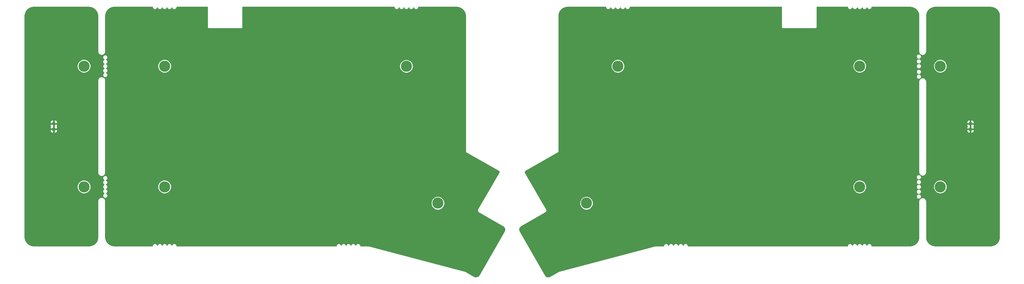
<source format=gtl>
G04 #@! TF.GenerationSoftware,KiCad,Pcbnew,(5.1.2-1)-1*
G04 #@! TF.CreationDate,2020-07-25T23:53:14-05:00*
G04 #@! TF.ProjectId,Dori_bottom_plate,446f7269-5f62-46f7-9474-6f6d5f706c61,rev?*
G04 #@! TF.SameCoordinates,Original*
G04 #@! TF.FileFunction,Copper,L1,Top*
G04 #@! TF.FilePolarity,Positive*
%FSLAX46Y46*%
G04 Gerber Fmt 4.6, Leading zero omitted, Abs format (unit mm)*
G04 Created by KiCad (PCBNEW (5.1.2-1)-1) date 2020-07-25 23:53:14*
%MOMM*%
%LPD*%
G04 APERTURE LIST*
%ADD10C,0.100000*%
%ADD11C,0.950000*%
%ADD12C,3.500000*%
%ADD13C,0.500000*%
%ADD14C,0.250000*%
%ADD15C,0.254000*%
G04 APERTURE END LIST*
D10*
G36*
X389992029Y-79563644D02*
G01*
X390015084Y-79567063D01*
X390037693Y-79572727D01*
X390059637Y-79580579D01*
X390080707Y-79590544D01*
X390100698Y-79602526D01*
X390119418Y-79616410D01*
X390136688Y-79632062D01*
X390152340Y-79649332D01*
X390166224Y-79668052D01*
X390178206Y-79688043D01*
X390188171Y-79709113D01*
X390196023Y-79731057D01*
X390201687Y-79753666D01*
X390205106Y-79776721D01*
X390206250Y-79800000D01*
X390206250Y-80375000D01*
X390205106Y-80398279D01*
X390201687Y-80421334D01*
X390196023Y-80443943D01*
X390188171Y-80465887D01*
X390178206Y-80486957D01*
X390166224Y-80506948D01*
X390152340Y-80525668D01*
X390136688Y-80542938D01*
X390119418Y-80558590D01*
X390100698Y-80572474D01*
X390080707Y-80584456D01*
X390059637Y-80594421D01*
X390037693Y-80602273D01*
X390015084Y-80607937D01*
X389992029Y-80611356D01*
X389968750Y-80612500D01*
X389493750Y-80612500D01*
X389470471Y-80611356D01*
X389447416Y-80607937D01*
X389424807Y-80602273D01*
X389402863Y-80594421D01*
X389381793Y-80584456D01*
X389361802Y-80572474D01*
X389343082Y-80558590D01*
X389325812Y-80542938D01*
X389310160Y-80525668D01*
X389296276Y-80506948D01*
X389284294Y-80486957D01*
X389274329Y-80465887D01*
X389266477Y-80443943D01*
X389260813Y-80421334D01*
X389257394Y-80398279D01*
X389256250Y-80375000D01*
X389256250Y-79800000D01*
X389257394Y-79776721D01*
X389260813Y-79753666D01*
X389266477Y-79731057D01*
X389274329Y-79709113D01*
X389284294Y-79688043D01*
X389296276Y-79668052D01*
X389310160Y-79649332D01*
X389325812Y-79632062D01*
X389343082Y-79616410D01*
X389361802Y-79602526D01*
X389381793Y-79590544D01*
X389402863Y-79580579D01*
X389424807Y-79572727D01*
X389447416Y-79567063D01*
X389470471Y-79563644D01*
X389493750Y-79562500D01*
X389968750Y-79562500D01*
X389992029Y-79563644D01*
X389992029Y-79563644D01*
G37*
D11*
X389731250Y-80087500D03*
D10*
G36*
X389992029Y-81313644D02*
G01*
X390015084Y-81317063D01*
X390037693Y-81322727D01*
X390059637Y-81330579D01*
X390080707Y-81340544D01*
X390100698Y-81352526D01*
X390119418Y-81366410D01*
X390136688Y-81382062D01*
X390152340Y-81399332D01*
X390166224Y-81418052D01*
X390178206Y-81438043D01*
X390188171Y-81459113D01*
X390196023Y-81481057D01*
X390201687Y-81503666D01*
X390205106Y-81526721D01*
X390206250Y-81550000D01*
X390206250Y-82125000D01*
X390205106Y-82148279D01*
X390201687Y-82171334D01*
X390196023Y-82193943D01*
X390188171Y-82215887D01*
X390178206Y-82236957D01*
X390166224Y-82256948D01*
X390152340Y-82275668D01*
X390136688Y-82292938D01*
X390119418Y-82308590D01*
X390100698Y-82322474D01*
X390080707Y-82334456D01*
X390059637Y-82344421D01*
X390037693Y-82352273D01*
X390015084Y-82357937D01*
X389992029Y-82361356D01*
X389968750Y-82362500D01*
X389493750Y-82362500D01*
X389470471Y-82361356D01*
X389447416Y-82357937D01*
X389424807Y-82352273D01*
X389402863Y-82344421D01*
X389381793Y-82334456D01*
X389361802Y-82322474D01*
X389343082Y-82308590D01*
X389325812Y-82292938D01*
X389310160Y-82275668D01*
X389296276Y-82256948D01*
X389284294Y-82236957D01*
X389274329Y-82215887D01*
X389266477Y-82193943D01*
X389260813Y-82171334D01*
X389257394Y-82148279D01*
X389256250Y-82125000D01*
X389256250Y-81550000D01*
X389257394Y-81526721D01*
X389260813Y-81503666D01*
X389266477Y-81481057D01*
X389274329Y-81459113D01*
X389284294Y-81438043D01*
X389296276Y-81418052D01*
X389310160Y-81399332D01*
X389325812Y-81382062D01*
X389343082Y-81366410D01*
X389361802Y-81352526D01*
X389381793Y-81340544D01*
X389402863Y-81330579D01*
X389424807Y-81322727D01*
X389447416Y-81317063D01*
X389470471Y-81313644D01*
X389493750Y-81312500D01*
X389968750Y-81312500D01*
X389992029Y-81313644D01*
X389992029Y-81313644D01*
G37*
D11*
X389731250Y-81837500D03*
D10*
G36*
X101067029Y-79563644D02*
G01*
X101090084Y-79567063D01*
X101112693Y-79572727D01*
X101134637Y-79580579D01*
X101155707Y-79590544D01*
X101175698Y-79602526D01*
X101194418Y-79616410D01*
X101211688Y-79632062D01*
X101227340Y-79649332D01*
X101241224Y-79668052D01*
X101253206Y-79688043D01*
X101263171Y-79709113D01*
X101271023Y-79731057D01*
X101276687Y-79753666D01*
X101280106Y-79776721D01*
X101281250Y-79800000D01*
X101281250Y-80375000D01*
X101280106Y-80398279D01*
X101276687Y-80421334D01*
X101271023Y-80443943D01*
X101263171Y-80465887D01*
X101253206Y-80486957D01*
X101241224Y-80506948D01*
X101227340Y-80525668D01*
X101211688Y-80542938D01*
X101194418Y-80558590D01*
X101175698Y-80572474D01*
X101155707Y-80584456D01*
X101134637Y-80594421D01*
X101112693Y-80602273D01*
X101090084Y-80607937D01*
X101067029Y-80611356D01*
X101043750Y-80612500D01*
X100568750Y-80612500D01*
X100545471Y-80611356D01*
X100522416Y-80607937D01*
X100499807Y-80602273D01*
X100477863Y-80594421D01*
X100456793Y-80584456D01*
X100436802Y-80572474D01*
X100418082Y-80558590D01*
X100400812Y-80542938D01*
X100385160Y-80525668D01*
X100371276Y-80506948D01*
X100359294Y-80486957D01*
X100349329Y-80465887D01*
X100341477Y-80443943D01*
X100335813Y-80421334D01*
X100332394Y-80398279D01*
X100331250Y-80375000D01*
X100331250Y-79800000D01*
X100332394Y-79776721D01*
X100335813Y-79753666D01*
X100341477Y-79731057D01*
X100349329Y-79709113D01*
X100359294Y-79688043D01*
X100371276Y-79668052D01*
X100385160Y-79649332D01*
X100400812Y-79632062D01*
X100418082Y-79616410D01*
X100436802Y-79602526D01*
X100456793Y-79590544D01*
X100477863Y-79580579D01*
X100499807Y-79572727D01*
X100522416Y-79567063D01*
X100545471Y-79563644D01*
X100568750Y-79562500D01*
X101043750Y-79562500D01*
X101067029Y-79563644D01*
X101067029Y-79563644D01*
G37*
D11*
X100806250Y-80087500D03*
D10*
G36*
X101067029Y-81313644D02*
G01*
X101090084Y-81317063D01*
X101112693Y-81322727D01*
X101134637Y-81330579D01*
X101155707Y-81340544D01*
X101175698Y-81352526D01*
X101194418Y-81366410D01*
X101211688Y-81382062D01*
X101227340Y-81399332D01*
X101241224Y-81418052D01*
X101253206Y-81438043D01*
X101263171Y-81459113D01*
X101271023Y-81481057D01*
X101276687Y-81503666D01*
X101280106Y-81526721D01*
X101281250Y-81550000D01*
X101281250Y-82125000D01*
X101280106Y-82148279D01*
X101276687Y-82171334D01*
X101271023Y-82193943D01*
X101263171Y-82215887D01*
X101253206Y-82236957D01*
X101241224Y-82256948D01*
X101227340Y-82275668D01*
X101211688Y-82292938D01*
X101194418Y-82308590D01*
X101175698Y-82322474D01*
X101155707Y-82334456D01*
X101134637Y-82344421D01*
X101112693Y-82352273D01*
X101090084Y-82357937D01*
X101067029Y-82361356D01*
X101043750Y-82362500D01*
X100568750Y-82362500D01*
X100545471Y-82361356D01*
X100522416Y-82357937D01*
X100499807Y-82352273D01*
X100477863Y-82344421D01*
X100456793Y-82334456D01*
X100436802Y-82322474D01*
X100418082Y-82308590D01*
X100400812Y-82292938D01*
X100385160Y-82275668D01*
X100371276Y-82256948D01*
X100359294Y-82236957D01*
X100349329Y-82215887D01*
X100341477Y-82193943D01*
X100335813Y-82171334D01*
X100332394Y-82148279D01*
X100331250Y-82125000D01*
X100331250Y-81550000D01*
X100332394Y-81526721D01*
X100335813Y-81503666D01*
X100341477Y-81481057D01*
X100349329Y-81459113D01*
X100359294Y-81438043D01*
X100371276Y-81418052D01*
X100385160Y-81399332D01*
X100400812Y-81382062D01*
X100418082Y-81366410D01*
X100436802Y-81352526D01*
X100456793Y-81340544D01*
X100477863Y-81330579D01*
X100499807Y-81322727D01*
X100522416Y-81317063D01*
X100545471Y-81313644D01*
X100568750Y-81312500D01*
X101043750Y-81312500D01*
X101067029Y-81313644D01*
X101067029Y-81313644D01*
G37*
D11*
X100806250Y-81837500D03*
D12*
X380206250Y-100012500D03*
X380206250Y-61912500D03*
X110331250Y-100012500D03*
X354806250Y-61912500D03*
X221853125Y-105171875D03*
X135731250Y-61912500D03*
X211931250Y-61940000D03*
X135731250Y-100012500D03*
X278606250Y-61912500D03*
X268684375Y-105171875D03*
X354806250Y-100012500D03*
X110331250Y-61912500D03*
D13*
X100806250Y-78978125D03*
X389731250Y-78978125D03*
D14*
X100806250Y-78978125D02*
X100806250Y-80087500D01*
X389731250Y-78978125D02*
X389731250Y-80087500D01*
D15*
G36*
X350981250Y-43335903D02*
G01*
X351011109Y-43486018D01*
X351069681Y-43627423D01*
X351154714Y-43754684D01*
X351262941Y-43862911D01*
X351390202Y-43947944D01*
X351531607Y-44006516D01*
X351681722Y-44036375D01*
X351834778Y-44036375D01*
X351984893Y-44006516D01*
X352126298Y-43947944D01*
X352253559Y-43862911D01*
X352361786Y-43754684D01*
X352446819Y-43627423D01*
X352505391Y-43486018D01*
X352520250Y-43411315D01*
X352535109Y-43486018D01*
X352593681Y-43627423D01*
X352678714Y-43754684D01*
X352786941Y-43862911D01*
X352914202Y-43947944D01*
X353055607Y-44006516D01*
X353205722Y-44036375D01*
X353358778Y-44036375D01*
X353508893Y-44006516D01*
X353650298Y-43947944D01*
X353777559Y-43862911D01*
X353885786Y-43754684D01*
X353970819Y-43627423D01*
X354029391Y-43486018D01*
X354044250Y-43411315D01*
X354059109Y-43486018D01*
X354117681Y-43627423D01*
X354202714Y-43754684D01*
X354310941Y-43862911D01*
X354438202Y-43947944D01*
X354579607Y-44006516D01*
X354729722Y-44036375D01*
X354882778Y-44036375D01*
X355032893Y-44006516D01*
X355174298Y-43947944D01*
X355301559Y-43862911D01*
X355409786Y-43754684D01*
X355494819Y-43627423D01*
X355553391Y-43486018D01*
X355568250Y-43411315D01*
X355583109Y-43486018D01*
X355641681Y-43627423D01*
X355726714Y-43754684D01*
X355834941Y-43862911D01*
X355962202Y-43947944D01*
X356103607Y-44006516D01*
X356253722Y-44036375D01*
X356406778Y-44036375D01*
X356556893Y-44006516D01*
X356698298Y-43947944D01*
X356825559Y-43862911D01*
X356933786Y-43754684D01*
X357018819Y-43627423D01*
X357077391Y-43486018D01*
X357092250Y-43411315D01*
X357107109Y-43486018D01*
X357165681Y-43627423D01*
X357250714Y-43754684D01*
X357358941Y-43862911D01*
X357486202Y-43947944D01*
X357627607Y-44006516D01*
X357777722Y-44036375D01*
X357930778Y-44036375D01*
X358080893Y-44006516D01*
X358222298Y-43947944D01*
X358349559Y-43862911D01*
X358457786Y-43754684D01*
X358542819Y-43627423D01*
X358601391Y-43486018D01*
X358631250Y-43335903D01*
X358631250Y-43252333D01*
X358735487Y-43262553D01*
X358755253Y-43264500D01*
X370661594Y-43264500D01*
X371219487Y-43319202D01*
X371737220Y-43475515D01*
X372214735Y-43729414D01*
X372633843Y-44071229D01*
X372978575Y-44487940D01*
X373235800Y-44963668D01*
X373395723Y-45480297D01*
X373454246Y-46037097D01*
X373454250Y-46038321D01*
X373454251Y-57296747D01*
X373456246Y-57317002D01*
X373456246Y-57327307D01*
X373456832Y-57332889D01*
X373474093Y-57486768D01*
X373481674Y-57522430D01*
X373488745Y-57558145D01*
X373490405Y-57563507D01*
X373537224Y-57711102D01*
X373551582Y-57744603D01*
X373565463Y-57778280D01*
X373568133Y-57783218D01*
X373642729Y-57918907D01*
X373663302Y-57948952D01*
X373683475Y-57979316D01*
X373687054Y-57983641D01*
X373786584Y-58102258D01*
X373812636Y-58127770D01*
X373838291Y-58153605D01*
X373842635Y-58157147D01*
X373842639Y-58157151D01*
X373842641Y-58157152D01*
X373963316Y-58254177D01*
X373993814Y-58274134D01*
X374024010Y-58294502D01*
X374028961Y-58297134D01*
X374028965Y-58297137D01*
X374028969Y-58297139D01*
X374166189Y-58368875D01*
X374199951Y-58382516D01*
X374233557Y-58396643D01*
X374238931Y-58398265D01*
X374387474Y-58441984D01*
X374423277Y-58448814D01*
X374458955Y-58456138D01*
X374464539Y-58456685D01*
X374464541Y-58456685D01*
X374618747Y-58470719D01*
X374655144Y-58470465D01*
X374691617Y-58470720D01*
X374697204Y-58470172D01*
X374851198Y-58453986D01*
X374886904Y-58446656D01*
X374922677Y-58439833D01*
X374928049Y-58438211D01*
X374928055Y-58438209D01*
X375075969Y-58392422D01*
X375109534Y-58378313D01*
X375143339Y-58364655D01*
X375148295Y-58362019D01*
X375284503Y-58288372D01*
X375314707Y-58267999D01*
X375345199Y-58248046D01*
X375349549Y-58244498D01*
X375468857Y-58145797D01*
X375494525Y-58119948D01*
X375520560Y-58094454D01*
X375524138Y-58090129D01*
X375622004Y-57970133D01*
X375642155Y-57939804D01*
X375662753Y-57909722D01*
X375665419Y-57904789D01*
X375665422Y-57904785D01*
X375665424Y-57904781D01*
X375738116Y-57768066D01*
X375751998Y-57734387D01*
X375766354Y-57700892D01*
X375768011Y-57695536D01*
X375768014Y-57695529D01*
X375768015Y-57695522D01*
X375812768Y-57547295D01*
X375819843Y-57511566D01*
X375827421Y-57475915D01*
X375828007Y-57470332D01*
X375843117Y-57316228D01*
X375843117Y-57316222D01*
X375845034Y-57296772D01*
X375845748Y-46057172D01*
X375900452Y-45499263D01*
X376056765Y-44981530D01*
X376310664Y-44504015D01*
X376652479Y-44084907D01*
X377069190Y-43740175D01*
X377544918Y-43482950D01*
X378061547Y-43323027D01*
X378618347Y-43264504D01*
X378619570Y-43264500D01*
X396061594Y-43264500D01*
X396619487Y-43319202D01*
X397137220Y-43475515D01*
X397614735Y-43729414D01*
X398033843Y-44071229D01*
X398378575Y-44487940D01*
X398635800Y-44963668D01*
X398795723Y-45480297D01*
X398854246Y-46037097D01*
X398854251Y-46038608D01*
X398854250Y-115867844D01*
X398799548Y-116425737D01*
X398643235Y-116943470D01*
X398389335Y-117420987D01*
X398047519Y-117840096D01*
X397630812Y-118184824D01*
X397155086Y-118442049D01*
X396638453Y-118601973D01*
X396081653Y-118660496D01*
X396080430Y-118660500D01*
X378638406Y-118660500D01*
X378080513Y-118605798D01*
X377562780Y-118449485D01*
X377085263Y-118195585D01*
X376666154Y-117853769D01*
X376321426Y-117437062D01*
X376064201Y-116961336D01*
X375904277Y-116444703D01*
X375845754Y-115887903D01*
X375845750Y-115886680D01*
X375845750Y-104628253D01*
X375843754Y-104607988D01*
X375843754Y-104597693D01*
X375843167Y-104592111D01*
X375825907Y-104438232D01*
X375818323Y-104402556D01*
X375811255Y-104366856D01*
X375809595Y-104361494D01*
X375762776Y-104213898D01*
X375748418Y-104180397D01*
X375734537Y-104146720D01*
X375731867Y-104141782D01*
X375657270Y-104006092D01*
X375636675Y-103976014D01*
X375616524Y-103945684D01*
X375612946Y-103941359D01*
X375612945Y-103941357D01*
X375612941Y-103941353D01*
X375513415Y-103822742D01*
X375487383Y-103797249D01*
X375461710Y-103771396D01*
X375457360Y-103767848D01*
X375336684Y-103670823D01*
X375306186Y-103650866D01*
X375275990Y-103630498D01*
X375271034Y-103627862D01*
X375133811Y-103556125D01*
X375100061Y-103542489D01*
X375066443Y-103528357D01*
X375061069Y-103526735D01*
X374912526Y-103483016D01*
X374876755Y-103476192D01*
X374841045Y-103468862D01*
X374835458Y-103468314D01*
X374681253Y-103454281D01*
X374644856Y-103454535D01*
X374608382Y-103454280D01*
X374602796Y-103454828D01*
X374448801Y-103471014D01*
X374413082Y-103478346D01*
X374377323Y-103485167D01*
X374371953Y-103486789D01*
X374371947Y-103486790D01*
X374371941Y-103486792D01*
X374224031Y-103532578D01*
X374190447Y-103546695D01*
X374156660Y-103560346D01*
X374151704Y-103562981D01*
X374015497Y-103636628D01*
X373985285Y-103657006D01*
X373954801Y-103676954D01*
X373950451Y-103680502D01*
X373831143Y-103779203D01*
X373805458Y-103805068D01*
X373779440Y-103830546D01*
X373775862Y-103834871D01*
X373677996Y-103954866D01*
X373657821Y-103985232D01*
X373637248Y-104015278D01*
X373634578Y-104020216D01*
X373561884Y-104156934D01*
X373548008Y-104190599D01*
X373533646Y-104224107D01*
X373531989Y-104229464D01*
X373531986Y-104229471D01*
X373531985Y-104229478D01*
X373487232Y-104377705D01*
X373480157Y-104413434D01*
X373472579Y-104449085D01*
X373471993Y-104454668D01*
X373461096Y-104565805D01*
X373460068Y-104569194D01*
X373454251Y-104628253D01*
X373454250Y-115867844D01*
X373399548Y-116425737D01*
X373243235Y-116943470D01*
X372989335Y-117420987D01*
X372647519Y-117840096D01*
X372230812Y-118184824D01*
X371755086Y-118442049D01*
X371238453Y-118601973D01*
X370681653Y-118660496D01*
X370680430Y-118660500D01*
X358755253Y-118660500D01*
X358737920Y-118662207D01*
X358733025Y-118662173D01*
X358727439Y-118662721D01*
X358631250Y-118672831D01*
X358631250Y-118589097D01*
X358601391Y-118438982D01*
X358542819Y-118297577D01*
X358457786Y-118170316D01*
X358349559Y-118062089D01*
X358222298Y-117977056D01*
X358080893Y-117918484D01*
X357930778Y-117888625D01*
X357777722Y-117888625D01*
X357627607Y-117918484D01*
X357486202Y-117977056D01*
X357358941Y-118062089D01*
X357250714Y-118170316D01*
X357165681Y-118297577D01*
X357107109Y-118438982D01*
X357092250Y-118513685D01*
X357077391Y-118438982D01*
X357018819Y-118297577D01*
X356933786Y-118170316D01*
X356825559Y-118062089D01*
X356698298Y-117977056D01*
X356556893Y-117918484D01*
X356406778Y-117888625D01*
X356253722Y-117888625D01*
X356103607Y-117918484D01*
X355962202Y-117977056D01*
X355834941Y-118062089D01*
X355726714Y-118170316D01*
X355641681Y-118297577D01*
X355583109Y-118438982D01*
X355568250Y-118513685D01*
X355553391Y-118438982D01*
X355494819Y-118297577D01*
X355409786Y-118170316D01*
X355301559Y-118062089D01*
X355174298Y-117977056D01*
X355032893Y-117918484D01*
X354882778Y-117888625D01*
X354729722Y-117888625D01*
X354579607Y-117918484D01*
X354438202Y-117977056D01*
X354310941Y-118062089D01*
X354202714Y-118170316D01*
X354117681Y-118297577D01*
X354059109Y-118438982D01*
X354044250Y-118513685D01*
X354029391Y-118438982D01*
X353970819Y-118297577D01*
X353885786Y-118170316D01*
X353777559Y-118062089D01*
X353650298Y-117977056D01*
X353508893Y-117918484D01*
X353358778Y-117888625D01*
X353205722Y-117888625D01*
X353055607Y-117918484D01*
X352914202Y-117977056D01*
X352786941Y-118062089D01*
X352678714Y-118170316D01*
X352593681Y-118297577D01*
X352535109Y-118438982D01*
X352520250Y-118513685D01*
X352505391Y-118438982D01*
X352446819Y-118297577D01*
X352361786Y-118170316D01*
X352253559Y-118062089D01*
X352126298Y-117977056D01*
X351984893Y-117918484D01*
X351834778Y-117888625D01*
X351681722Y-117888625D01*
X351531607Y-117918484D01*
X351390202Y-117977056D01*
X351262941Y-118062089D01*
X351154714Y-118170316D01*
X351069681Y-118297577D01*
X351011109Y-118438982D01*
X350981250Y-118589097D01*
X350981250Y-118672668D01*
X350877013Y-118662447D01*
X350857247Y-118660500D01*
X300811503Y-118660500D01*
X300794170Y-118662207D01*
X300789275Y-118662173D01*
X300783689Y-118662721D01*
X300687500Y-118672831D01*
X300687500Y-118589097D01*
X300657641Y-118438982D01*
X300599069Y-118297577D01*
X300514036Y-118170316D01*
X300405809Y-118062089D01*
X300278548Y-117977056D01*
X300137143Y-117918484D01*
X299987028Y-117888625D01*
X299833972Y-117888625D01*
X299683857Y-117918484D01*
X299542452Y-117977056D01*
X299415191Y-118062089D01*
X299306964Y-118170316D01*
X299221931Y-118297577D01*
X299163359Y-118438982D01*
X299148500Y-118513685D01*
X299133641Y-118438982D01*
X299075069Y-118297577D01*
X298990036Y-118170316D01*
X298881809Y-118062089D01*
X298754548Y-117977056D01*
X298613143Y-117918484D01*
X298463028Y-117888625D01*
X298309972Y-117888625D01*
X298159857Y-117918484D01*
X298018452Y-117977056D01*
X297891191Y-118062089D01*
X297782964Y-118170316D01*
X297697931Y-118297577D01*
X297639359Y-118438982D01*
X297624500Y-118513685D01*
X297609641Y-118438982D01*
X297551069Y-118297577D01*
X297466036Y-118170316D01*
X297357809Y-118062089D01*
X297230548Y-117977056D01*
X297089143Y-117918484D01*
X296939028Y-117888625D01*
X296785972Y-117888625D01*
X296635857Y-117918484D01*
X296494452Y-117977056D01*
X296367191Y-118062089D01*
X296258964Y-118170316D01*
X296173931Y-118297577D01*
X296115359Y-118438982D01*
X296100500Y-118513685D01*
X296085641Y-118438982D01*
X296027069Y-118297577D01*
X295942036Y-118170316D01*
X295833809Y-118062089D01*
X295706548Y-117977056D01*
X295565143Y-117918484D01*
X295415028Y-117888625D01*
X295261972Y-117888625D01*
X295111857Y-117918484D01*
X294970452Y-117977056D01*
X294843191Y-118062089D01*
X294734964Y-118170316D01*
X294649931Y-118297577D01*
X294591359Y-118438982D01*
X294576500Y-118513685D01*
X294561641Y-118438982D01*
X294503069Y-118297577D01*
X294418036Y-118170316D01*
X294309809Y-118062089D01*
X294182548Y-117977056D01*
X294041143Y-117918484D01*
X293891028Y-117888625D01*
X293737972Y-117888625D01*
X293587857Y-117918484D01*
X293446452Y-117977056D01*
X293319191Y-118062089D01*
X293210964Y-118170316D01*
X293125931Y-118297577D01*
X293067359Y-118438982D01*
X293037500Y-118589097D01*
X293037500Y-118672668D01*
X292932979Y-118662419D01*
X292932978Y-118662419D01*
X292913867Y-118660519D01*
X290520138Y-118658313D01*
X290487858Y-118657114D01*
X290461069Y-118661416D01*
X290434060Y-118664051D01*
X290403128Y-118673402D01*
X260254950Y-126609326D01*
X260223661Y-126616321D01*
X260198603Y-126627399D01*
X260172939Y-126636930D01*
X260145660Y-126653726D01*
X257250963Y-128289860D01*
X257022283Y-128386979D01*
X256795450Y-128434409D01*
X256563733Y-128436878D01*
X256335945Y-128394292D01*
X256120761Y-128308271D01*
X255926393Y-128182097D01*
X255750274Y-128010892D01*
X255727309Y-127982062D01*
X247756556Y-114120589D01*
X247660021Y-113893283D01*
X247612591Y-113666450D01*
X247610122Y-113434729D01*
X247652708Y-113206944D01*
X247738730Y-112991759D01*
X247864902Y-112797393D01*
X248036106Y-112621277D01*
X248065715Y-112597690D01*
X255869178Y-108059320D01*
X255917307Y-108024600D01*
X255922443Y-108019081D01*
X255947136Y-107999556D01*
X255973388Y-107974263D01*
X255999968Y-107949359D01*
X256003641Y-107945114D01*
X256041716Y-107900478D01*
X256062538Y-107870590D01*
X256083783Y-107840988D01*
X256086561Y-107836110D01*
X256115242Y-107784929D01*
X256129865Y-107751562D01*
X256144958Y-107718391D01*
X256146736Y-107713066D01*
X256164929Y-107657289D01*
X256172798Y-107621691D01*
X256181153Y-107586252D01*
X256181863Y-107580684D01*
X256188876Y-107522434D01*
X256189681Y-107485984D01*
X256190993Y-107449593D01*
X256190608Y-107443993D01*
X256186173Y-107385492D01*
X256179887Y-107349609D01*
X256174103Y-107313634D01*
X256172637Y-107308216D01*
X256156924Y-107251690D01*
X256143792Y-107217718D01*
X256131127Y-107183543D01*
X256128637Y-107178513D01*
X256105797Y-107133170D01*
X256100892Y-107122398D01*
X254848492Y-104962384D01*
X266557375Y-104962384D01*
X266557375Y-105381366D01*
X266639114Y-105792298D01*
X266799452Y-106179387D01*
X267032226Y-106527759D01*
X267328491Y-106824024D01*
X267676863Y-107056798D01*
X268063952Y-107217136D01*
X268474884Y-107298875D01*
X268893866Y-107298875D01*
X269304798Y-107217136D01*
X269691887Y-107056798D01*
X270040259Y-106824024D01*
X270336524Y-106527759D01*
X270569298Y-106179387D01*
X270729636Y-105792298D01*
X270811375Y-105381366D01*
X270811375Y-104962384D01*
X270729636Y-104551452D01*
X270569298Y-104164363D01*
X270336524Y-103815991D01*
X270040259Y-103519726D01*
X269691887Y-103286952D01*
X269304798Y-103126614D01*
X268893866Y-103044875D01*
X268474884Y-103044875D01*
X268063952Y-103126614D01*
X267676863Y-103286952D01*
X267328491Y-103519726D01*
X267032226Y-103815991D01*
X266799452Y-104164363D01*
X266639114Y-104551452D01*
X266557375Y-104962384D01*
X254848492Y-104962384D01*
X251857027Y-99803009D01*
X352679250Y-99803009D01*
X352679250Y-100221991D01*
X352760989Y-100632923D01*
X352921327Y-101020012D01*
X353154101Y-101368384D01*
X353450366Y-101664649D01*
X353798738Y-101897423D01*
X354185827Y-102057761D01*
X354596759Y-102139500D01*
X355015741Y-102139500D01*
X355426673Y-102057761D01*
X355813762Y-101897423D01*
X356162134Y-101664649D01*
X356458399Y-101368384D01*
X356691173Y-101020012D01*
X356851511Y-100632923D01*
X356933250Y-100221991D01*
X356933250Y-99803009D01*
X356851511Y-99392077D01*
X356691173Y-99004988D01*
X356458399Y-98656616D01*
X356162134Y-98360351D01*
X355813762Y-98127577D01*
X355426673Y-97967239D01*
X355015741Y-97885500D01*
X354596759Y-97885500D01*
X354185827Y-97967239D01*
X353798738Y-98127577D01*
X353450366Y-98360351D01*
X353154101Y-98656616D01*
X352921327Y-99004988D01*
X352760989Y-99392077D01*
X352679250Y-99803009D01*
X251857027Y-99803009D01*
X250166855Y-96887972D01*
X372682375Y-96887972D01*
X372682375Y-97041028D01*
X372712234Y-97191143D01*
X372770806Y-97332548D01*
X372855839Y-97459809D01*
X372964066Y-97568036D01*
X373091327Y-97653069D01*
X373232732Y-97711641D01*
X373307435Y-97726500D01*
X373232732Y-97741359D01*
X373091327Y-97799931D01*
X372964066Y-97884964D01*
X372855839Y-97993191D01*
X372770806Y-98120452D01*
X372712234Y-98261857D01*
X372682375Y-98411972D01*
X372682375Y-98565028D01*
X372712234Y-98715143D01*
X372770806Y-98856548D01*
X372855839Y-98983809D01*
X372964066Y-99092036D01*
X373091327Y-99177069D01*
X373232732Y-99235641D01*
X373307435Y-99250500D01*
X373232732Y-99265359D01*
X373091327Y-99323931D01*
X372964066Y-99408964D01*
X372855839Y-99517191D01*
X372770806Y-99644452D01*
X372712234Y-99785857D01*
X372682375Y-99935972D01*
X372682375Y-100089028D01*
X372712234Y-100239143D01*
X372770806Y-100380548D01*
X372855839Y-100507809D01*
X372964066Y-100616036D01*
X373091327Y-100701069D01*
X373232732Y-100759641D01*
X373307435Y-100774500D01*
X373232732Y-100789359D01*
X373091327Y-100847931D01*
X372964066Y-100932964D01*
X372855839Y-101041191D01*
X372770806Y-101168452D01*
X372712234Y-101309857D01*
X372682375Y-101459972D01*
X372682375Y-101613028D01*
X372712234Y-101763143D01*
X372770806Y-101904548D01*
X372855839Y-102031809D01*
X372964066Y-102140036D01*
X373091327Y-102225069D01*
X373232732Y-102283641D01*
X373307435Y-102298500D01*
X373232732Y-102313359D01*
X373091327Y-102371931D01*
X372964066Y-102456964D01*
X372855839Y-102565191D01*
X372770806Y-102692452D01*
X372712234Y-102833857D01*
X372682375Y-102983972D01*
X372682375Y-103137028D01*
X372712234Y-103287143D01*
X372770806Y-103428548D01*
X372855839Y-103555809D01*
X372964066Y-103664036D01*
X373091327Y-103749069D01*
X373232732Y-103807641D01*
X373382847Y-103837500D01*
X373535903Y-103837500D01*
X373686018Y-103807641D01*
X373827423Y-103749069D01*
X373954684Y-103664036D01*
X374062911Y-103555809D01*
X374147944Y-103428548D01*
X374206516Y-103287143D01*
X374236375Y-103137028D01*
X374236375Y-102983972D01*
X374206516Y-102833857D01*
X374147944Y-102692452D01*
X374062911Y-102565191D01*
X373954684Y-102456964D01*
X373827423Y-102371931D01*
X373686018Y-102313359D01*
X373611315Y-102298500D01*
X373686018Y-102283641D01*
X373827423Y-102225069D01*
X373954684Y-102140036D01*
X374062911Y-102031809D01*
X374147944Y-101904548D01*
X374206516Y-101763143D01*
X374236375Y-101613028D01*
X374236375Y-101459972D01*
X374206516Y-101309857D01*
X374147944Y-101168452D01*
X374062911Y-101041191D01*
X373954684Y-100932964D01*
X373827423Y-100847931D01*
X373686018Y-100789359D01*
X373611315Y-100774500D01*
X373686018Y-100759641D01*
X373827423Y-100701069D01*
X373954684Y-100616036D01*
X374062911Y-100507809D01*
X374147944Y-100380548D01*
X374206516Y-100239143D01*
X374236375Y-100089028D01*
X374236375Y-99935972D01*
X374209928Y-99803009D01*
X378079250Y-99803009D01*
X378079250Y-100221991D01*
X378160989Y-100632923D01*
X378321327Y-101020012D01*
X378554101Y-101368384D01*
X378850366Y-101664649D01*
X379198738Y-101897423D01*
X379585827Y-102057761D01*
X379996759Y-102139500D01*
X380415741Y-102139500D01*
X380826673Y-102057761D01*
X381213762Y-101897423D01*
X381562134Y-101664649D01*
X381858399Y-101368384D01*
X382091173Y-101020012D01*
X382251511Y-100632923D01*
X382333250Y-100221991D01*
X382333250Y-99803009D01*
X382251511Y-99392077D01*
X382091173Y-99004988D01*
X381858399Y-98656616D01*
X381562134Y-98360351D01*
X381213762Y-98127577D01*
X380826673Y-97967239D01*
X380415741Y-97885500D01*
X379996759Y-97885500D01*
X379585827Y-97967239D01*
X379198738Y-98127577D01*
X378850366Y-98360351D01*
X378554101Y-98656616D01*
X378321327Y-99004988D01*
X378160989Y-99392077D01*
X378079250Y-99803009D01*
X374209928Y-99803009D01*
X374206516Y-99785857D01*
X374147944Y-99644452D01*
X374062911Y-99517191D01*
X373954684Y-99408964D01*
X373827423Y-99323931D01*
X373686018Y-99265359D01*
X373611315Y-99250500D01*
X373686018Y-99235641D01*
X373827423Y-99177069D01*
X373954684Y-99092036D01*
X374062911Y-98983809D01*
X374147944Y-98856548D01*
X374206516Y-98715143D01*
X374236375Y-98565028D01*
X374236375Y-98411972D01*
X374206516Y-98261857D01*
X374147944Y-98120452D01*
X374062911Y-97993191D01*
X373954684Y-97884964D01*
X373827423Y-97799931D01*
X373686018Y-97741359D01*
X373611315Y-97726500D01*
X373686018Y-97711641D01*
X373827423Y-97653069D01*
X373954684Y-97568036D01*
X374062911Y-97459809D01*
X374147944Y-97332548D01*
X374206516Y-97191143D01*
X374236375Y-97041028D01*
X374236375Y-96887972D01*
X374206516Y-96737857D01*
X374147944Y-96596452D01*
X374062911Y-96469191D01*
X373954684Y-96360964D01*
X373827423Y-96275931D01*
X373686018Y-96217359D01*
X373535903Y-96187500D01*
X373382847Y-96187500D01*
X373232732Y-96217359D01*
X373091327Y-96275931D01*
X372964066Y-96360964D01*
X372855839Y-96469191D01*
X372770806Y-96596452D01*
X372712234Y-96737857D01*
X372682375Y-96887972D01*
X250166855Y-96887972D01*
X249410893Y-95584166D01*
X249377000Y-95495712D01*
X249362169Y-95409538D01*
X249362489Y-95396736D01*
X373453536Y-95396736D01*
X373456246Y-95424255D01*
X373456246Y-95427307D01*
X373456832Y-95432889D01*
X373458996Y-95452179D01*
X373459352Y-95455796D01*
X373459431Y-95456055D01*
X373474093Y-95586768D01*
X373481674Y-95622430D01*
X373488745Y-95658145D01*
X373490405Y-95663507D01*
X373537224Y-95811102D01*
X373551582Y-95844603D01*
X373565463Y-95878280D01*
X373568133Y-95883218D01*
X373642729Y-96018907D01*
X373663302Y-96048952D01*
X373683475Y-96079316D01*
X373687054Y-96083641D01*
X373786584Y-96202258D01*
X373812636Y-96227770D01*
X373838291Y-96253605D01*
X373842635Y-96257147D01*
X373842639Y-96257151D01*
X373842641Y-96257152D01*
X373963316Y-96354177D01*
X373993814Y-96374134D01*
X374024010Y-96394502D01*
X374028961Y-96397134D01*
X374028965Y-96397137D01*
X374028969Y-96397139D01*
X374166189Y-96468875D01*
X374199951Y-96482516D01*
X374233557Y-96496643D01*
X374238931Y-96498265D01*
X374387474Y-96541984D01*
X374423277Y-96548814D01*
X374458955Y-96556138D01*
X374464539Y-96556685D01*
X374464541Y-96556685D01*
X374618747Y-96570719D01*
X374655144Y-96570465D01*
X374691617Y-96570720D01*
X374697204Y-96570172D01*
X374851198Y-96553986D01*
X374886904Y-96546656D01*
X374922677Y-96539833D01*
X374928049Y-96538211D01*
X374928055Y-96538209D01*
X375075969Y-96492422D01*
X375109534Y-96478313D01*
X375143339Y-96464655D01*
X375148295Y-96462019D01*
X375284503Y-96388372D01*
X375314707Y-96367999D01*
X375345199Y-96348046D01*
X375349549Y-96344498D01*
X375468857Y-96245797D01*
X375494525Y-96219948D01*
X375520560Y-96194454D01*
X375524138Y-96190129D01*
X375622004Y-96070133D01*
X375642155Y-96039804D01*
X375662753Y-96009722D01*
X375665419Y-96004789D01*
X375665422Y-96004785D01*
X375665424Y-96004781D01*
X375738116Y-95868066D01*
X375751998Y-95834387D01*
X375766354Y-95800892D01*
X375768011Y-95795536D01*
X375768014Y-95795529D01*
X375768015Y-95795522D01*
X375812768Y-95647295D01*
X375819843Y-95611566D01*
X375827421Y-95575915D01*
X375828007Y-95570332D01*
X375843117Y-95416228D01*
X375843117Y-95416226D01*
X375845035Y-95396757D01*
X375845360Y-82362500D01*
X388618178Y-82362500D01*
X388630438Y-82486982D01*
X388666748Y-82606680D01*
X388725713Y-82716994D01*
X388805065Y-82813685D01*
X388901756Y-82893037D01*
X389012070Y-82952002D01*
X389131768Y-82988312D01*
X389256250Y-83000572D01*
X389445500Y-82997500D01*
X389604250Y-82838750D01*
X389604250Y-81964500D01*
X389858250Y-81964500D01*
X389858250Y-82838750D01*
X390017000Y-82997500D01*
X390206250Y-83000572D01*
X390330732Y-82988312D01*
X390450430Y-82952002D01*
X390560744Y-82893037D01*
X390657435Y-82813685D01*
X390736787Y-82716994D01*
X390795752Y-82606680D01*
X390832062Y-82486982D01*
X390844322Y-82362500D01*
X390841250Y-82123250D01*
X390682500Y-81964500D01*
X389858250Y-81964500D01*
X389604250Y-81964500D01*
X388780000Y-81964500D01*
X388621250Y-82123250D01*
X388618178Y-82362500D01*
X375845360Y-82362500D01*
X375845403Y-80612500D01*
X388618178Y-80612500D01*
X388630438Y-80736982D01*
X388666748Y-80856680D01*
X388723311Y-80962500D01*
X388666748Y-81068320D01*
X388630438Y-81188018D01*
X388618178Y-81312500D01*
X388621250Y-81551750D01*
X388780000Y-81710500D01*
X389604250Y-81710500D01*
X389604250Y-80214500D01*
X389858250Y-80214500D01*
X389858250Y-81710500D01*
X390682500Y-81710500D01*
X390841250Y-81551750D01*
X390844322Y-81312500D01*
X390832062Y-81188018D01*
X390795752Y-81068320D01*
X390739189Y-80962500D01*
X390795752Y-80856680D01*
X390832062Y-80736982D01*
X390844322Y-80612500D01*
X390841250Y-80373250D01*
X390682500Y-80214500D01*
X389858250Y-80214500D01*
X389604250Y-80214500D01*
X388780000Y-80214500D01*
X388621250Y-80373250D01*
X388618178Y-80612500D01*
X375845403Y-80612500D01*
X375845429Y-79562500D01*
X388618178Y-79562500D01*
X388621250Y-79801750D01*
X388780000Y-79960500D01*
X389604250Y-79960500D01*
X389604250Y-79086250D01*
X389858250Y-79086250D01*
X389858250Y-79960500D01*
X390682500Y-79960500D01*
X390841250Y-79801750D01*
X390844322Y-79562500D01*
X390832062Y-79438018D01*
X390795752Y-79318320D01*
X390736787Y-79208006D01*
X390657435Y-79111315D01*
X390560744Y-79031963D01*
X390450430Y-78972998D01*
X390330732Y-78936688D01*
X390206250Y-78924428D01*
X390017000Y-78927500D01*
X389858250Y-79086250D01*
X389604250Y-79086250D01*
X389445500Y-78927500D01*
X389256250Y-78924428D01*
X389131768Y-78936688D01*
X389012070Y-78972998D01*
X388901756Y-79031963D01*
X388805065Y-79111315D01*
X388725713Y-79208006D01*
X388666748Y-79318320D01*
X388630438Y-79438018D01*
X388618178Y-79562500D01*
X375845429Y-79562500D01*
X375845750Y-66782264D01*
X375843754Y-66761995D01*
X375843754Y-66751693D01*
X375843167Y-66746111D01*
X375825907Y-66592232D01*
X375818323Y-66556556D01*
X375811255Y-66520856D01*
X375809595Y-66515494D01*
X375762776Y-66367898D01*
X375748418Y-66334397D01*
X375734537Y-66300720D01*
X375731867Y-66295782D01*
X375657270Y-66160092D01*
X375636675Y-66130014D01*
X375616524Y-66099684D01*
X375612946Y-66095359D01*
X375612945Y-66095357D01*
X375612941Y-66095353D01*
X375513415Y-65976742D01*
X375487383Y-65951249D01*
X375461710Y-65925396D01*
X375457360Y-65921848D01*
X375336684Y-65824823D01*
X375306186Y-65804866D01*
X375275990Y-65784498D01*
X375271034Y-65781862D01*
X375133811Y-65710125D01*
X375100061Y-65696489D01*
X375066443Y-65682357D01*
X375061069Y-65680735D01*
X374912526Y-65637016D01*
X374876755Y-65630192D01*
X374841045Y-65622862D01*
X374835458Y-65622314D01*
X374681253Y-65608281D01*
X374644856Y-65608535D01*
X374608382Y-65608280D01*
X374602796Y-65608828D01*
X374448801Y-65625014D01*
X374413082Y-65632346D01*
X374377323Y-65639167D01*
X374371953Y-65640789D01*
X374371947Y-65640790D01*
X374371941Y-65640792D01*
X374224031Y-65686578D01*
X374190447Y-65700695D01*
X374156660Y-65714346D01*
X374151704Y-65716981D01*
X374015497Y-65790628D01*
X373985285Y-65811006D01*
X373954801Y-65830954D01*
X373950451Y-65834502D01*
X373831143Y-65933203D01*
X373805458Y-65959068D01*
X373779440Y-65984546D01*
X373775862Y-65988871D01*
X373677996Y-66108866D01*
X373657821Y-66139232D01*
X373637248Y-66169278D01*
X373634578Y-66174216D01*
X373561884Y-66310934D01*
X373548008Y-66344599D01*
X373533646Y-66378107D01*
X373531989Y-66383464D01*
X373531986Y-66383471D01*
X373531985Y-66383478D01*
X373487232Y-66531705D01*
X373480157Y-66567434D01*
X373472579Y-66603085D01*
X373471993Y-66608668D01*
X373461097Y-66719797D01*
X373460069Y-66723185D01*
X373454251Y-66782243D01*
X373453536Y-95396736D01*
X249362489Y-95396736D01*
X249364359Y-95322132D01*
X249383485Y-95236810D01*
X249418818Y-95156831D01*
X249469013Y-95085239D01*
X249532158Y-95024759D01*
X249625581Y-94965093D01*
X259749815Y-89252361D01*
X259780670Y-89235868D01*
X259799569Y-89220358D01*
X259819578Y-89206316D01*
X259830103Y-89195299D01*
X259841882Y-89185632D01*
X259857386Y-89166741D01*
X259874278Y-89149059D01*
X259882454Y-89136196D01*
X259892118Y-89124420D01*
X259903645Y-89102854D01*
X259916755Y-89082228D01*
X259922259Y-89068030D01*
X259929447Y-89054583D01*
X259936548Y-89031175D01*
X259945379Y-89008395D01*
X259948008Y-88993393D01*
X259952433Y-88978806D01*
X259954830Y-88954470D01*
X259959049Y-88930397D01*
X259958250Y-88895431D01*
X259958250Y-61703009D01*
X276479250Y-61703009D01*
X276479250Y-62121991D01*
X276560989Y-62532923D01*
X276721327Y-62920012D01*
X276954101Y-63268384D01*
X277250366Y-63564649D01*
X277598738Y-63797423D01*
X277985827Y-63957761D01*
X278396759Y-64039500D01*
X278815741Y-64039500D01*
X279226673Y-63957761D01*
X279613762Y-63797423D01*
X279962134Y-63564649D01*
X280258399Y-63268384D01*
X280491173Y-62920012D01*
X280651511Y-62532923D01*
X280733250Y-62121991D01*
X280733250Y-61703009D01*
X352679250Y-61703009D01*
X352679250Y-62121991D01*
X352760989Y-62532923D01*
X352921327Y-62920012D01*
X353154101Y-63268384D01*
X353450366Y-63564649D01*
X353798738Y-63797423D01*
X354185827Y-63957761D01*
X354596759Y-64039500D01*
X355015741Y-64039500D01*
X355426673Y-63957761D01*
X355813762Y-63797423D01*
X356088316Y-63613972D01*
X372682375Y-63613972D01*
X372682375Y-63767028D01*
X372712234Y-63917143D01*
X372770806Y-64058548D01*
X372855839Y-64185809D01*
X372964066Y-64294036D01*
X373091327Y-64379069D01*
X373232732Y-64437641D01*
X373307435Y-64452500D01*
X373232732Y-64467359D01*
X373091327Y-64525931D01*
X372964066Y-64610964D01*
X372855839Y-64719191D01*
X372770806Y-64846452D01*
X372712234Y-64987857D01*
X372682375Y-65137972D01*
X372682375Y-65291028D01*
X372712234Y-65441143D01*
X372770806Y-65582548D01*
X372855839Y-65709809D01*
X372964066Y-65818036D01*
X373091327Y-65903069D01*
X373232732Y-65961641D01*
X373382847Y-65991500D01*
X373535903Y-65991500D01*
X373686018Y-65961641D01*
X373827423Y-65903069D01*
X373954684Y-65818036D01*
X374062911Y-65709809D01*
X374147944Y-65582548D01*
X374206516Y-65441143D01*
X374236375Y-65291028D01*
X374236375Y-65137972D01*
X374206516Y-64987857D01*
X374147944Y-64846452D01*
X374062911Y-64719191D01*
X373954684Y-64610964D01*
X373827423Y-64525931D01*
X373686018Y-64467359D01*
X373611315Y-64452500D01*
X373686018Y-64437641D01*
X373827423Y-64379069D01*
X373954684Y-64294036D01*
X374062911Y-64185809D01*
X374147944Y-64058548D01*
X374206516Y-63917143D01*
X374236375Y-63767028D01*
X374236375Y-63613972D01*
X374206516Y-63463857D01*
X374147944Y-63322452D01*
X374062911Y-63195191D01*
X373954684Y-63086964D01*
X373827423Y-63001931D01*
X373686018Y-62943359D01*
X373535903Y-62913500D01*
X373382847Y-62913500D01*
X373232732Y-62943359D01*
X373091327Y-63001931D01*
X372964066Y-63086964D01*
X372855839Y-63195191D01*
X372770806Y-63322452D01*
X372712234Y-63463857D01*
X372682375Y-63613972D01*
X356088316Y-63613972D01*
X356162134Y-63564649D01*
X356458399Y-63268384D01*
X356691173Y-62920012D01*
X356851511Y-62532923D01*
X356933250Y-62121991D01*
X356933250Y-61703009D01*
X356851511Y-61292077D01*
X356691173Y-60904988D01*
X356458399Y-60556616D01*
X356162134Y-60260351D01*
X355813762Y-60027577D01*
X355426673Y-59867239D01*
X355015741Y-59785500D01*
X354596759Y-59785500D01*
X354185827Y-59867239D01*
X353798738Y-60027577D01*
X353450366Y-60260351D01*
X353154101Y-60556616D01*
X352921327Y-60904988D01*
X352760989Y-61292077D01*
X352679250Y-61703009D01*
X280733250Y-61703009D01*
X280651511Y-61292077D01*
X280491173Y-60904988D01*
X280258399Y-60556616D01*
X279962134Y-60260351D01*
X279613762Y-60027577D01*
X279226673Y-59867239D01*
X278815741Y-59785500D01*
X278396759Y-59785500D01*
X277985827Y-59867239D01*
X277598738Y-60027577D01*
X277250366Y-60260351D01*
X276954101Y-60556616D01*
X276721327Y-60904988D01*
X276560989Y-61292077D01*
X276479250Y-61703009D01*
X259958250Y-61703009D01*
X259958250Y-58787972D01*
X372682375Y-58787972D01*
X372682375Y-58941028D01*
X372712234Y-59091143D01*
X372770806Y-59232548D01*
X372855839Y-59359809D01*
X372964066Y-59468036D01*
X373091327Y-59553069D01*
X373232732Y-59611641D01*
X373307435Y-59626500D01*
X373232732Y-59641359D01*
X373091327Y-59699931D01*
X372964066Y-59784964D01*
X372855839Y-59893191D01*
X372770806Y-60020452D01*
X372712234Y-60161857D01*
X372682375Y-60311972D01*
X372682375Y-60465028D01*
X372712234Y-60615143D01*
X372770806Y-60756548D01*
X372855839Y-60883809D01*
X372964066Y-60992036D01*
X373091327Y-61077069D01*
X373232732Y-61135641D01*
X373307435Y-61150500D01*
X373232732Y-61165359D01*
X373091327Y-61223931D01*
X372964066Y-61308964D01*
X372855839Y-61417191D01*
X372770806Y-61544452D01*
X372712234Y-61685857D01*
X372682375Y-61835972D01*
X372682375Y-61989028D01*
X372712234Y-62139143D01*
X372770806Y-62280548D01*
X372855839Y-62407809D01*
X372964066Y-62516036D01*
X373091327Y-62601069D01*
X373232732Y-62659641D01*
X373382847Y-62689500D01*
X373535903Y-62689500D01*
X373686018Y-62659641D01*
X373827423Y-62601069D01*
X373954684Y-62516036D01*
X374062911Y-62407809D01*
X374147944Y-62280548D01*
X374206516Y-62139143D01*
X374236375Y-61989028D01*
X374236375Y-61835972D01*
X374209928Y-61703009D01*
X378079250Y-61703009D01*
X378079250Y-62121991D01*
X378160989Y-62532923D01*
X378321327Y-62920012D01*
X378554101Y-63268384D01*
X378850366Y-63564649D01*
X379198738Y-63797423D01*
X379585827Y-63957761D01*
X379996759Y-64039500D01*
X380415741Y-64039500D01*
X380826673Y-63957761D01*
X381213762Y-63797423D01*
X381562134Y-63564649D01*
X381858399Y-63268384D01*
X382091173Y-62920012D01*
X382251511Y-62532923D01*
X382333250Y-62121991D01*
X382333250Y-61703009D01*
X382251511Y-61292077D01*
X382091173Y-60904988D01*
X381858399Y-60556616D01*
X381562134Y-60260351D01*
X381213762Y-60027577D01*
X380826673Y-59867239D01*
X380415741Y-59785500D01*
X379996759Y-59785500D01*
X379585827Y-59867239D01*
X379198738Y-60027577D01*
X378850366Y-60260351D01*
X378554101Y-60556616D01*
X378321327Y-60904988D01*
X378160989Y-61292077D01*
X378079250Y-61703009D01*
X374209928Y-61703009D01*
X374206516Y-61685857D01*
X374147944Y-61544452D01*
X374062911Y-61417191D01*
X373954684Y-61308964D01*
X373827423Y-61223931D01*
X373686018Y-61165359D01*
X373611315Y-61150500D01*
X373686018Y-61135641D01*
X373827423Y-61077069D01*
X373954684Y-60992036D01*
X374062911Y-60883809D01*
X374147944Y-60756548D01*
X374206516Y-60615143D01*
X374236375Y-60465028D01*
X374236375Y-60311972D01*
X374206516Y-60161857D01*
X374147944Y-60020452D01*
X374062911Y-59893191D01*
X373954684Y-59784964D01*
X373827423Y-59699931D01*
X373686018Y-59641359D01*
X373611315Y-59626500D01*
X373686018Y-59611641D01*
X373827423Y-59553069D01*
X373954684Y-59468036D01*
X374062911Y-59359809D01*
X374147944Y-59232548D01*
X374206516Y-59091143D01*
X374236375Y-58941028D01*
X374236375Y-58787972D01*
X374206516Y-58637857D01*
X374147944Y-58496452D01*
X374062911Y-58369191D01*
X373954684Y-58260964D01*
X373827423Y-58175931D01*
X373686018Y-58117359D01*
X373535903Y-58087500D01*
X373382847Y-58087500D01*
X373232732Y-58117359D01*
X373091327Y-58175931D01*
X372964066Y-58260964D01*
X372855839Y-58369191D01*
X372770806Y-58496452D01*
X372712234Y-58637857D01*
X372682375Y-58787972D01*
X259958250Y-58787972D01*
X259958250Y-46057156D01*
X260012952Y-45499263D01*
X260169265Y-44981530D01*
X260423164Y-44504015D01*
X260764979Y-44084907D01*
X261181690Y-43740175D01*
X261657418Y-43482950D01*
X262174047Y-43323027D01*
X262730847Y-43264504D01*
X262732070Y-43264500D01*
X274657247Y-43264500D01*
X274674580Y-43262793D01*
X274679475Y-43262827D01*
X274685062Y-43262279D01*
X274781250Y-43252169D01*
X274781250Y-43335903D01*
X274811109Y-43486018D01*
X274869681Y-43627423D01*
X274954714Y-43754684D01*
X275062941Y-43862911D01*
X275190202Y-43947944D01*
X275331607Y-44006516D01*
X275481722Y-44036375D01*
X275634778Y-44036375D01*
X275784893Y-44006516D01*
X275926298Y-43947944D01*
X276053559Y-43862911D01*
X276161786Y-43754684D01*
X276246819Y-43627423D01*
X276305391Y-43486018D01*
X276320250Y-43411315D01*
X276335109Y-43486018D01*
X276393681Y-43627423D01*
X276478714Y-43754684D01*
X276586941Y-43862911D01*
X276714202Y-43947944D01*
X276855607Y-44006516D01*
X277005722Y-44036375D01*
X277158778Y-44036375D01*
X277308893Y-44006516D01*
X277450298Y-43947944D01*
X277577559Y-43862911D01*
X277685786Y-43754684D01*
X277770819Y-43627423D01*
X277829391Y-43486018D01*
X277844250Y-43411315D01*
X277859109Y-43486018D01*
X277917681Y-43627423D01*
X278002714Y-43754684D01*
X278110941Y-43862911D01*
X278238202Y-43947944D01*
X278379607Y-44006516D01*
X278529722Y-44036375D01*
X278682778Y-44036375D01*
X278832893Y-44006516D01*
X278974298Y-43947944D01*
X279101559Y-43862911D01*
X279209786Y-43754684D01*
X279294819Y-43627423D01*
X279353391Y-43486018D01*
X279368250Y-43411315D01*
X279383109Y-43486018D01*
X279441681Y-43627423D01*
X279526714Y-43754684D01*
X279634941Y-43862911D01*
X279762202Y-43947944D01*
X279903607Y-44006516D01*
X280053722Y-44036375D01*
X280206778Y-44036375D01*
X280356893Y-44006516D01*
X280498298Y-43947944D01*
X280625559Y-43862911D01*
X280733786Y-43754684D01*
X280818819Y-43627423D01*
X280877391Y-43486018D01*
X280892250Y-43411315D01*
X280907109Y-43486018D01*
X280965681Y-43627423D01*
X281050714Y-43754684D01*
X281158941Y-43862911D01*
X281286202Y-43947944D01*
X281427607Y-44006516D01*
X281577722Y-44036375D01*
X281730778Y-44036375D01*
X281880893Y-44006516D01*
X282022298Y-43947944D01*
X282149559Y-43862911D01*
X282257786Y-43754684D01*
X282342819Y-43627423D01*
X282401391Y-43486018D01*
X282431250Y-43335903D01*
X282431250Y-43252333D01*
X282535487Y-43262553D01*
X282555253Y-43264500D01*
X330194875Y-43264500D01*
X330194876Y-49589618D01*
X330192930Y-49609375D01*
X330200692Y-49688181D01*
X330223678Y-49763958D01*
X330261007Y-49833795D01*
X330311243Y-49895007D01*
X330372455Y-49945243D01*
X330442292Y-49982572D01*
X330518069Y-50005558D01*
X330577128Y-50011375D01*
X330596875Y-50013320D01*
X330616622Y-50011375D01*
X340895878Y-50011375D01*
X340915625Y-50013320D01*
X340935372Y-50011375D01*
X340994431Y-50005558D01*
X341070208Y-49982572D01*
X341140045Y-49945243D01*
X341201257Y-49895007D01*
X341251493Y-49833795D01*
X341288822Y-49763958D01*
X341311808Y-49688181D01*
X341319570Y-49609375D01*
X341317625Y-49589628D01*
X341317625Y-43264500D01*
X350857247Y-43264500D01*
X350874580Y-43262793D01*
X350879475Y-43262827D01*
X350885062Y-43262279D01*
X350981250Y-43252169D01*
X350981250Y-43335903D01*
X350981250Y-43335903D01*
G37*
X350981250Y-43335903D02*
X351011109Y-43486018D01*
X351069681Y-43627423D01*
X351154714Y-43754684D01*
X351262941Y-43862911D01*
X351390202Y-43947944D01*
X351531607Y-44006516D01*
X351681722Y-44036375D01*
X351834778Y-44036375D01*
X351984893Y-44006516D01*
X352126298Y-43947944D01*
X352253559Y-43862911D01*
X352361786Y-43754684D01*
X352446819Y-43627423D01*
X352505391Y-43486018D01*
X352520250Y-43411315D01*
X352535109Y-43486018D01*
X352593681Y-43627423D01*
X352678714Y-43754684D01*
X352786941Y-43862911D01*
X352914202Y-43947944D01*
X353055607Y-44006516D01*
X353205722Y-44036375D01*
X353358778Y-44036375D01*
X353508893Y-44006516D01*
X353650298Y-43947944D01*
X353777559Y-43862911D01*
X353885786Y-43754684D01*
X353970819Y-43627423D01*
X354029391Y-43486018D01*
X354044250Y-43411315D01*
X354059109Y-43486018D01*
X354117681Y-43627423D01*
X354202714Y-43754684D01*
X354310941Y-43862911D01*
X354438202Y-43947944D01*
X354579607Y-44006516D01*
X354729722Y-44036375D01*
X354882778Y-44036375D01*
X355032893Y-44006516D01*
X355174298Y-43947944D01*
X355301559Y-43862911D01*
X355409786Y-43754684D01*
X355494819Y-43627423D01*
X355553391Y-43486018D01*
X355568250Y-43411315D01*
X355583109Y-43486018D01*
X355641681Y-43627423D01*
X355726714Y-43754684D01*
X355834941Y-43862911D01*
X355962202Y-43947944D01*
X356103607Y-44006516D01*
X356253722Y-44036375D01*
X356406778Y-44036375D01*
X356556893Y-44006516D01*
X356698298Y-43947944D01*
X356825559Y-43862911D01*
X356933786Y-43754684D01*
X357018819Y-43627423D01*
X357077391Y-43486018D01*
X357092250Y-43411315D01*
X357107109Y-43486018D01*
X357165681Y-43627423D01*
X357250714Y-43754684D01*
X357358941Y-43862911D01*
X357486202Y-43947944D01*
X357627607Y-44006516D01*
X357777722Y-44036375D01*
X357930778Y-44036375D01*
X358080893Y-44006516D01*
X358222298Y-43947944D01*
X358349559Y-43862911D01*
X358457786Y-43754684D01*
X358542819Y-43627423D01*
X358601391Y-43486018D01*
X358631250Y-43335903D01*
X358631250Y-43252333D01*
X358735487Y-43262553D01*
X358755253Y-43264500D01*
X370661594Y-43264500D01*
X371219487Y-43319202D01*
X371737220Y-43475515D01*
X372214735Y-43729414D01*
X372633843Y-44071229D01*
X372978575Y-44487940D01*
X373235800Y-44963668D01*
X373395723Y-45480297D01*
X373454246Y-46037097D01*
X373454250Y-46038321D01*
X373454251Y-57296747D01*
X373456246Y-57317002D01*
X373456246Y-57327307D01*
X373456832Y-57332889D01*
X373474093Y-57486768D01*
X373481674Y-57522430D01*
X373488745Y-57558145D01*
X373490405Y-57563507D01*
X373537224Y-57711102D01*
X373551582Y-57744603D01*
X373565463Y-57778280D01*
X373568133Y-57783218D01*
X373642729Y-57918907D01*
X373663302Y-57948952D01*
X373683475Y-57979316D01*
X373687054Y-57983641D01*
X373786584Y-58102258D01*
X373812636Y-58127770D01*
X373838291Y-58153605D01*
X373842635Y-58157147D01*
X373842639Y-58157151D01*
X373842641Y-58157152D01*
X373963316Y-58254177D01*
X373993814Y-58274134D01*
X374024010Y-58294502D01*
X374028961Y-58297134D01*
X374028965Y-58297137D01*
X374028969Y-58297139D01*
X374166189Y-58368875D01*
X374199951Y-58382516D01*
X374233557Y-58396643D01*
X374238931Y-58398265D01*
X374387474Y-58441984D01*
X374423277Y-58448814D01*
X374458955Y-58456138D01*
X374464539Y-58456685D01*
X374464541Y-58456685D01*
X374618747Y-58470719D01*
X374655144Y-58470465D01*
X374691617Y-58470720D01*
X374697204Y-58470172D01*
X374851198Y-58453986D01*
X374886904Y-58446656D01*
X374922677Y-58439833D01*
X374928049Y-58438211D01*
X374928055Y-58438209D01*
X375075969Y-58392422D01*
X375109534Y-58378313D01*
X375143339Y-58364655D01*
X375148295Y-58362019D01*
X375284503Y-58288372D01*
X375314707Y-58267999D01*
X375345199Y-58248046D01*
X375349549Y-58244498D01*
X375468857Y-58145797D01*
X375494525Y-58119948D01*
X375520560Y-58094454D01*
X375524138Y-58090129D01*
X375622004Y-57970133D01*
X375642155Y-57939804D01*
X375662753Y-57909722D01*
X375665419Y-57904789D01*
X375665422Y-57904785D01*
X375665424Y-57904781D01*
X375738116Y-57768066D01*
X375751998Y-57734387D01*
X375766354Y-57700892D01*
X375768011Y-57695536D01*
X375768014Y-57695529D01*
X375768015Y-57695522D01*
X375812768Y-57547295D01*
X375819843Y-57511566D01*
X375827421Y-57475915D01*
X375828007Y-57470332D01*
X375843117Y-57316228D01*
X375843117Y-57316222D01*
X375845034Y-57296772D01*
X375845748Y-46057172D01*
X375900452Y-45499263D01*
X376056765Y-44981530D01*
X376310664Y-44504015D01*
X376652479Y-44084907D01*
X377069190Y-43740175D01*
X377544918Y-43482950D01*
X378061547Y-43323027D01*
X378618347Y-43264504D01*
X378619570Y-43264500D01*
X396061594Y-43264500D01*
X396619487Y-43319202D01*
X397137220Y-43475515D01*
X397614735Y-43729414D01*
X398033843Y-44071229D01*
X398378575Y-44487940D01*
X398635800Y-44963668D01*
X398795723Y-45480297D01*
X398854246Y-46037097D01*
X398854251Y-46038608D01*
X398854250Y-115867844D01*
X398799548Y-116425737D01*
X398643235Y-116943470D01*
X398389335Y-117420987D01*
X398047519Y-117840096D01*
X397630812Y-118184824D01*
X397155086Y-118442049D01*
X396638453Y-118601973D01*
X396081653Y-118660496D01*
X396080430Y-118660500D01*
X378638406Y-118660500D01*
X378080513Y-118605798D01*
X377562780Y-118449485D01*
X377085263Y-118195585D01*
X376666154Y-117853769D01*
X376321426Y-117437062D01*
X376064201Y-116961336D01*
X375904277Y-116444703D01*
X375845754Y-115887903D01*
X375845750Y-115886680D01*
X375845750Y-104628253D01*
X375843754Y-104607988D01*
X375843754Y-104597693D01*
X375843167Y-104592111D01*
X375825907Y-104438232D01*
X375818323Y-104402556D01*
X375811255Y-104366856D01*
X375809595Y-104361494D01*
X375762776Y-104213898D01*
X375748418Y-104180397D01*
X375734537Y-104146720D01*
X375731867Y-104141782D01*
X375657270Y-104006092D01*
X375636675Y-103976014D01*
X375616524Y-103945684D01*
X375612946Y-103941359D01*
X375612945Y-103941357D01*
X375612941Y-103941353D01*
X375513415Y-103822742D01*
X375487383Y-103797249D01*
X375461710Y-103771396D01*
X375457360Y-103767848D01*
X375336684Y-103670823D01*
X375306186Y-103650866D01*
X375275990Y-103630498D01*
X375271034Y-103627862D01*
X375133811Y-103556125D01*
X375100061Y-103542489D01*
X375066443Y-103528357D01*
X375061069Y-103526735D01*
X374912526Y-103483016D01*
X374876755Y-103476192D01*
X374841045Y-103468862D01*
X374835458Y-103468314D01*
X374681253Y-103454281D01*
X374644856Y-103454535D01*
X374608382Y-103454280D01*
X374602796Y-103454828D01*
X374448801Y-103471014D01*
X374413082Y-103478346D01*
X374377323Y-103485167D01*
X374371953Y-103486789D01*
X374371947Y-103486790D01*
X374371941Y-103486792D01*
X374224031Y-103532578D01*
X374190447Y-103546695D01*
X374156660Y-103560346D01*
X374151704Y-103562981D01*
X374015497Y-103636628D01*
X373985285Y-103657006D01*
X373954801Y-103676954D01*
X373950451Y-103680502D01*
X373831143Y-103779203D01*
X373805458Y-103805068D01*
X373779440Y-103830546D01*
X373775862Y-103834871D01*
X373677996Y-103954866D01*
X373657821Y-103985232D01*
X373637248Y-104015278D01*
X373634578Y-104020216D01*
X373561884Y-104156934D01*
X373548008Y-104190599D01*
X373533646Y-104224107D01*
X373531989Y-104229464D01*
X373531986Y-104229471D01*
X373531985Y-104229478D01*
X373487232Y-104377705D01*
X373480157Y-104413434D01*
X373472579Y-104449085D01*
X373471993Y-104454668D01*
X373461096Y-104565805D01*
X373460068Y-104569194D01*
X373454251Y-104628253D01*
X373454250Y-115867844D01*
X373399548Y-116425737D01*
X373243235Y-116943470D01*
X372989335Y-117420987D01*
X372647519Y-117840096D01*
X372230812Y-118184824D01*
X371755086Y-118442049D01*
X371238453Y-118601973D01*
X370681653Y-118660496D01*
X370680430Y-118660500D01*
X358755253Y-118660500D01*
X358737920Y-118662207D01*
X358733025Y-118662173D01*
X358727439Y-118662721D01*
X358631250Y-118672831D01*
X358631250Y-118589097D01*
X358601391Y-118438982D01*
X358542819Y-118297577D01*
X358457786Y-118170316D01*
X358349559Y-118062089D01*
X358222298Y-117977056D01*
X358080893Y-117918484D01*
X357930778Y-117888625D01*
X357777722Y-117888625D01*
X357627607Y-117918484D01*
X357486202Y-117977056D01*
X357358941Y-118062089D01*
X357250714Y-118170316D01*
X357165681Y-118297577D01*
X357107109Y-118438982D01*
X357092250Y-118513685D01*
X357077391Y-118438982D01*
X357018819Y-118297577D01*
X356933786Y-118170316D01*
X356825559Y-118062089D01*
X356698298Y-117977056D01*
X356556893Y-117918484D01*
X356406778Y-117888625D01*
X356253722Y-117888625D01*
X356103607Y-117918484D01*
X355962202Y-117977056D01*
X355834941Y-118062089D01*
X355726714Y-118170316D01*
X355641681Y-118297577D01*
X355583109Y-118438982D01*
X355568250Y-118513685D01*
X355553391Y-118438982D01*
X355494819Y-118297577D01*
X355409786Y-118170316D01*
X355301559Y-118062089D01*
X355174298Y-117977056D01*
X355032893Y-117918484D01*
X354882778Y-117888625D01*
X354729722Y-117888625D01*
X354579607Y-117918484D01*
X354438202Y-117977056D01*
X354310941Y-118062089D01*
X354202714Y-118170316D01*
X354117681Y-118297577D01*
X354059109Y-118438982D01*
X354044250Y-118513685D01*
X354029391Y-118438982D01*
X353970819Y-118297577D01*
X353885786Y-118170316D01*
X353777559Y-118062089D01*
X353650298Y-117977056D01*
X353508893Y-117918484D01*
X353358778Y-117888625D01*
X353205722Y-117888625D01*
X353055607Y-117918484D01*
X352914202Y-117977056D01*
X352786941Y-118062089D01*
X352678714Y-118170316D01*
X352593681Y-118297577D01*
X352535109Y-118438982D01*
X352520250Y-118513685D01*
X352505391Y-118438982D01*
X352446819Y-118297577D01*
X352361786Y-118170316D01*
X352253559Y-118062089D01*
X352126298Y-117977056D01*
X351984893Y-117918484D01*
X351834778Y-117888625D01*
X351681722Y-117888625D01*
X351531607Y-117918484D01*
X351390202Y-117977056D01*
X351262941Y-118062089D01*
X351154714Y-118170316D01*
X351069681Y-118297577D01*
X351011109Y-118438982D01*
X350981250Y-118589097D01*
X350981250Y-118672668D01*
X350877013Y-118662447D01*
X350857247Y-118660500D01*
X300811503Y-118660500D01*
X300794170Y-118662207D01*
X300789275Y-118662173D01*
X300783689Y-118662721D01*
X300687500Y-118672831D01*
X300687500Y-118589097D01*
X300657641Y-118438982D01*
X300599069Y-118297577D01*
X300514036Y-118170316D01*
X300405809Y-118062089D01*
X300278548Y-117977056D01*
X300137143Y-117918484D01*
X299987028Y-117888625D01*
X299833972Y-117888625D01*
X299683857Y-117918484D01*
X299542452Y-117977056D01*
X299415191Y-118062089D01*
X299306964Y-118170316D01*
X299221931Y-118297577D01*
X299163359Y-118438982D01*
X299148500Y-118513685D01*
X299133641Y-118438982D01*
X299075069Y-118297577D01*
X298990036Y-118170316D01*
X298881809Y-118062089D01*
X298754548Y-117977056D01*
X298613143Y-117918484D01*
X298463028Y-117888625D01*
X298309972Y-117888625D01*
X298159857Y-117918484D01*
X298018452Y-117977056D01*
X297891191Y-118062089D01*
X297782964Y-118170316D01*
X297697931Y-118297577D01*
X297639359Y-118438982D01*
X297624500Y-118513685D01*
X297609641Y-118438982D01*
X297551069Y-118297577D01*
X297466036Y-118170316D01*
X297357809Y-118062089D01*
X297230548Y-117977056D01*
X297089143Y-117918484D01*
X296939028Y-117888625D01*
X296785972Y-117888625D01*
X296635857Y-117918484D01*
X296494452Y-117977056D01*
X296367191Y-118062089D01*
X296258964Y-118170316D01*
X296173931Y-118297577D01*
X296115359Y-118438982D01*
X296100500Y-118513685D01*
X296085641Y-118438982D01*
X296027069Y-118297577D01*
X295942036Y-118170316D01*
X295833809Y-118062089D01*
X295706548Y-117977056D01*
X295565143Y-117918484D01*
X295415028Y-117888625D01*
X295261972Y-117888625D01*
X295111857Y-117918484D01*
X294970452Y-117977056D01*
X294843191Y-118062089D01*
X294734964Y-118170316D01*
X294649931Y-118297577D01*
X294591359Y-118438982D01*
X294576500Y-118513685D01*
X294561641Y-118438982D01*
X294503069Y-118297577D01*
X294418036Y-118170316D01*
X294309809Y-118062089D01*
X294182548Y-117977056D01*
X294041143Y-117918484D01*
X293891028Y-117888625D01*
X293737972Y-117888625D01*
X293587857Y-117918484D01*
X293446452Y-117977056D01*
X293319191Y-118062089D01*
X293210964Y-118170316D01*
X293125931Y-118297577D01*
X293067359Y-118438982D01*
X293037500Y-118589097D01*
X293037500Y-118672668D01*
X292932979Y-118662419D01*
X292932978Y-118662419D01*
X292913867Y-118660519D01*
X290520138Y-118658313D01*
X290487858Y-118657114D01*
X290461069Y-118661416D01*
X290434060Y-118664051D01*
X290403128Y-118673402D01*
X260254950Y-126609326D01*
X260223661Y-126616321D01*
X260198603Y-126627399D01*
X260172939Y-126636930D01*
X260145660Y-126653726D01*
X257250963Y-128289860D01*
X257022283Y-128386979D01*
X256795450Y-128434409D01*
X256563733Y-128436878D01*
X256335945Y-128394292D01*
X256120761Y-128308271D01*
X255926393Y-128182097D01*
X255750274Y-128010892D01*
X255727309Y-127982062D01*
X247756556Y-114120589D01*
X247660021Y-113893283D01*
X247612591Y-113666450D01*
X247610122Y-113434729D01*
X247652708Y-113206944D01*
X247738730Y-112991759D01*
X247864902Y-112797393D01*
X248036106Y-112621277D01*
X248065715Y-112597690D01*
X255869178Y-108059320D01*
X255917307Y-108024600D01*
X255922443Y-108019081D01*
X255947136Y-107999556D01*
X255973388Y-107974263D01*
X255999968Y-107949359D01*
X256003641Y-107945114D01*
X256041716Y-107900478D01*
X256062538Y-107870590D01*
X256083783Y-107840988D01*
X256086561Y-107836110D01*
X256115242Y-107784929D01*
X256129865Y-107751562D01*
X256144958Y-107718391D01*
X256146736Y-107713066D01*
X256164929Y-107657289D01*
X256172798Y-107621691D01*
X256181153Y-107586252D01*
X256181863Y-107580684D01*
X256188876Y-107522434D01*
X256189681Y-107485984D01*
X256190993Y-107449593D01*
X256190608Y-107443993D01*
X256186173Y-107385492D01*
X256179887Y-107349609D01*
X256174103Y-107313634D01*
X256172637Y-107308216D01*
X256156924Y-107251690D01*
X256143792Y-107217718D01*
X256131127Y-107183543D01*
X256128637Y-107178513D01*
X256105797Y-107133170D01*
X256100892Y-107122398D01*
X254848492Y-104962384D01*
X266557375Y-104962384D01*
X266557375Y-105381366D01*
X266639114Y-105792298D01*
X266799452Y-106179387D01*
X267032226Y-106527759D01*
X267328491Y-106824024D01*
X267676863Y-107056798D01*
X268063952Y-107217136D01*
X268474884Y-107298875D01*
X268893866Y-107298875D01*
X269304798Y-107217136D01*
X269691887Y-107056798D01*
X270040259Y-106824024D01*
X270336524Y-106527759D01*
X270569298Y-106179387D01*
X270729636Y-105792298D01*
X270811375Y-105381366D01*
X270811375Y-104962384D01*
X270729636Y-104551452D01*
X270569298Y-104164363D01*
X270336524Y-103815991D01*
X270040259Y-103519726D01*
X269691887Y-103286952D01*
X269304798Y-103126614D01*
X268893866Y-103044875D01*
X268474884Y-103044875D01*
X268063952Y-103126614D01*
X267676863Y-103286952D01*
X267328491Y-103519726D01*
X267032226Y-103815991D01*
X266799452Y-104164363D01*
X266639114Y-104551452D01*
X266557375Y-104962384D01*
X254848492Y-104962384D01*
X251857027Y-99803009D01*
X352679250Y-99803009D01*
X352679250Y-100221991D01*
X352760989Y-100632923D01*
X352921327Y-101020012D01*
X353154101Y-101368384D01*
X353450366Y-101664649D01*
X353798738Y-101897423D01*
X354185827Y-102057761D01*
X354596759Y-102139500D01*
X355015741Y-102139500D01*
X355426673Y-102057761D01*
X355813762Y-101897423D01*
X356162134Y-101664649D01*
X356458399Y-101368384D01*
X356691173Y-101020012D01*
X356851511Y-100632923D01*
X356933250Y-100221991D01*
X356933250Y-99803009D01*
X356851511Y-99392077D01*
X356691173Y-99004988D01*
X356458399Y-98656616D01*
X356162134Y-98360351D01*
X355813762Y-98127577D01*
X355426673Y-97967239D01*
X355015741Y-97885500D01*
X354596759Y-97885500D01*
X354185827Y-97967239D01*
X353798738Y-98127577D01*
X353450366Y-98360351D01*
X353154101Y-98656616D01*
X352921327Y-99004988D01*
X352760989Y-99392077D01*
X352679250Y-99803009D01*
X251857027Y-99803009D01*
X250166855Y-96887972D01*
X372682375Y-96887972D01*
X372682375Y-97041028D01*
X372712234Y-97191143D01*
X372770806Y-97332548D01*
X372855839Y-97459809D01*
X372964066Y-97568036D01*
X373091327Y-97653069D01*
X373232732Y-97711641D01*
X373307435Y-97726500D01*
X373232732Y-97741359D01*
X373091327Y-97799931D01*
X372964066Y-97884964D01*
X372855839Y-97993191D01*
X372770806Y-98120452D01*
X372712234Y-98261857D01*
X372682375Y-98411972D01*
X372682375Y-98565028D01*
X372712234Y-98715143D01*
X372770806Y-98856548D01*
X372855839Y-98983809D01*
X372964066Y-99092036D01*
X373091327Y-99177069D01*
X373232732Y-99235641D01*
X373307435Y-99250500D01*
X373232732Y-99265359D01*
X373091327Y-99323931D01*
X372964066Y-99408964D01*
X372855839Y-99517191D01*
X372770806Y-99644452D01*
X372712234Y-99785857D01*
X372682375Y-99935972D01*
X372682375Y-100089028D01*
X372712234Y-100239143D01*
X372770806Y-100380548D01*
X372855839Y-100507809D01*
X372964066Y-100616036D01*
X373091327Y-100701069D01*
X373232732Y-100759641D01*
X373307435Y-100774500D01*
X373232732Y-100789359D01*
X373091327Y-100847931D01*
X372964066Y-100932964D01*
X372855839Y-101041191D01*
X372770806Y-101168452D01*
X372712234Y-101309857D01*
X372682375Y-101459972D01*
X372682375Y-101613028D01*
X372712234Y-101763143D01*
X372770806Y-101904548D01*
X372855839Y-102031809D01*
X372964066Y-102140036D01*
X373091327Y-102225069D01*
X373232732Y-102283641D01*
X373307435Y-102298500D01*
X373232732Y-102313359D01*
X373091327Y-102371931D01*
X372964066Y-102456964D01*
X372855839Y-102565191D01*
X372770806Y-102692452D01*
X372712234Y-102833857D01*
X372682375Y-102983972D01*
X372682375Y-103137028D01*
X372712234Y-103287143D01*
X372770806Y-103428548D01*
X372855839Y-103555809D01*
X372964066Y-103664036D01*
X373091327Y-103749069D01*
X373232732Y-103807641D01*
X373382847Y-103837500D01*
X373535903Y-103837500D01*
X373686018Y-103807641D01*
X373827423Y-103749069D01*
X373954684Y-103664036D01*
X374062911Y-103555809D01*
X374147944Y-103428548D01*
X374206516Y-103287143D01*
X374236375Y-103137028D01*
X374236375Y-102983972D01*
X374206516Y-102833857D01*
X374147944Y-102692452D01*
X374062911Y-102565191D01*
X373954684Y-102456964D01*
X373827423Y-102371931D01*
X373686018Y-102313359D01*
X373611315Y-102298500D01*
X373686018Y-102283641D01*
X373827423Y-102225069D01*
X373954684Y-102140036D01*
X374062911Y-102031809D01*
X374147944Y-101904548D01*
X374206516Y-101763143D01*
X374236375Y-101613028D01*
X374236375Y-101459972D01*
X374206516Y-101309857D01*
X374147944Y-101168452D01*
X374062911Y-101041191D01*
X373954684Y-100932964D01*
X373827423Y-100847931D01*
X373686018Y-100789359D01*
X373611315Y-100774500D01*
X373686018Y-100759641D01*
X373827423Y-100701069D01*
X373954684Y-100616036D01*
X374062911Y-100507809D01*
X374147944Y-100380548D01*
X374206516Y-100239143D01*
X374236375Y-100089028D01*
X374236375Y-99935972D01*
X374209928Y-99803009D01*
X378079250Y-99803009D01*
X378079250Y-100221991D01*
X378160989Y-100632923D01*
X378321327Y-101020012D01*
X378554101Y-101368384D01*
X378850366Y-101664649D01*
X379198738Y-101897423D01*
X379585827Y-102057761D01*
X379996759Y-102139500D01*
X380415741Y-102139500D01*
X380826673Y-102057761D01*
X381213762Y-101897423D01*
X381562134Y-101664649D01*
X381858399Y-101368384D01*
X382091173Y-101020012D01*
X382251511Y-100632923D01*
X382333250Y-100221991D01*
X382333250Y-99803009D01*
X382251511Y-99392077D01*
X382091173Y-99004988D01*
X381858399Y-98656616D01*
X381562134Y-98360351D01*
X381213762Y-98127577D01*
X380826673Y-97967239D01*
X380415741Y-97885500D01*
X379996759Y-97885500D01*
X379585827Y-97967239D01*
X379198738Y-98127577D01*
X378850366Y-98360351D01*
X378554101Y-98656616D01*
X378321327Y-99004988D01*
X378160989Y-99392077D01*
X378079250Y-99803009D01*
X374209928Y-99803009D01*
X374206516Y-99785857D01*
X374147944Y-99644452D01*
X374062911Y-99517191D01*
X373954684Y-99408964D01*
X373827423Y-99323931D01*
X373686018Y-99265359D01*
X373611315Y-99250500D01*
X373686018Y-99235641D01*
X373827423Y-99177069D01*
X373954684Y-99092036D01*
X374062911Y-98983809D01*
X374147944Y-98856548D01*
X374206516Y-98715143D01*
X374236375Y-98565028D01*
X374236375Y-98411972D01*
X374206516Y-98261857D01*
X374147944Y-98120452D01*
X374062911Y-97993191D01*
X373954684Y-97884964D01*
X373827423Y-97799931D01*
X373686018Y-97741359D01*
X373611315Y-97726500D01*
X373686018Y-97711641D01*
X373827423Y-97653069D01*
X373954684Y-97568036D01*
X374062911Y-97459809D01*
X374147944Y-97332548D01*
X374206516Y-97191143D01*
X374236375Y-97041028D01*
X374236375Y-96887972D01*
X374206516Y-96737857D01*
X374147944Y-96596452D01*
X374062911Y-96469191D01*
X373954684Y-96360964D01*
X373827423Y-96275931D01*
X373686018Y-96217359D01*
X373535903Y-96187500D01*
X373382847Y-96187500D01*
X373232732Y-96217359D01*
X373091327Y-96275931D01*
X372964066Y-96360964D01*
X372855839Y-96469191D01*
X372770806Y-96596452D01*
X372712234Y-96737857D01*
X372682375Y-96887972D01*
X250166855Y-96887972D01*
X249410893Y-95584166D01*
X249377000Y-95495712D01*
X249362169Y-95409538D01*
X249362489Y-95396736D01*
X373453536Y-95396736D01*
X373456246Y-95424255D01*
X373456246Y-95427307D01*
X373456832Y-95432889D01*
X373458996Y-95452179D01*
X373459352Y-95455796D01*
X373459431Y-95456055D01*
X373474093Y-95586768D01*
X373481674Y-95622430D01*
X373488745Y-95658145D01*
X373490405Y-95663507D01*
X373537224Y-95811102D01*
X373551582Y-95844603D01*
X373565463Y-95878280D01*
X373568133Y-95883218D01*
X373642729Y-96018907D01*
X373663302Y-96048952D01*
X373683475Y-96079316D01*
X373687054Y-96083641D01*
X373786584Y-96202258D01*
X373812636Y-96227770D01*
X373838291Y-96253605D01*
X373842635Y-96257147D01*
X373842639Y-96257151D01*
X373842641Y-96257152D01*
X373963316Y-96354177D01*
X373993814Y-96374134D01*
X374024010Y-96394502D01*
X374028961Y-96397134D01*
X374028965Y-96397137D01*
X374028969Y-96397139D01*
X374166189Y-96468875D01*
X374199951Y-96482516D01*
X374233557Y-96496643D01*
X374238931Y-96498265D01*
X374387474Y-96541984D01*
X374423277Y-96548814D01*
X374458955Y-96556138D01*
X374464539Y-96556685D01*
X374464541Y-96556685D01*
X374618747Y-96570719D01*
X374655144Y-96570465D01*
X374691617Y-96570720D01*
X374697204Y-96570172D01*
X374851198Y-96553986D01*
X374886904Y-96546656D01*
X374922677Y-96539833D01*
X374928049Y-96538211D01*
X374928055Y-96538209D01*
X375075969Y-96492422D01*
X375109534Y-96478313D01*
X375143339Y-96464655D01*
X375148295Y-96462019D01*
X375284503Y-96388372D01*
X375314707Y-96367999D01*
X375345199Y-96348046D01*
X375349549Y-96344498D01*
X375468857Y-96245797D01*
X375494525Y-96219948D01*
X375520560Y-96194454D01*
X375524138Y-96190129D01*
X375622004Y-96070133D01*
X375642155Y-96039804D01*
X375662753Y-96009722D01*
X375665419Y-96004789D01*
X375665422Y-96004785D01*
X375665424Y-96004781D01*
X375738116Y-95868066D01*
X375751998Y-95834387D01*
X375766354Y-95800892D01*
X375768011Y-95795536D01*
X375768014Y-95795529D01*
X375768015Y-95795522D01*
X375812768Y-95647295D01*
X375819843Y-95611566D01*
X375827421Y-95575915D01*
X375828007Y-95570332D01*
X375843117Y-95416228D01*
X375843117Y-95416226D01*
X375845035Y-95396757D01*
X375845360Y-82362500D01*
X388618178Y-82362500D01*
X388630438Y-82486982D01*
X388666748Y-82606680D01*
X388725713Y-82716994D01*
X388805065Y-82813685D01*
X388901756Y-82893037D01*
X389012070Y-82952002D01*
X389131768Y-82988312D01*
X389256250Y-83000572D01*
X389445500Y-82997500D01*
X389604250Y-82838750D01*
X389604250Y-81964500D01*
X389858250Y-81964500D01*
X389858250Y-82838750D01*
X390017000Y-82997500D01*
X390206250Y-83000572D01*
X390330732Y-82988312D01*
X390450430Y-82952002D01*
X390560744Y-82893037D01*
X390657435Y-82813685D01*
X390736787Y-82716994D01*
X390795752Y-82606680D01*
X390832062Y-82486982D01*
X390844322Y-82362500D01*
X390841250Y-82123250D01*
X390682500Y-81964500D01*
X389858250Y-81964500D01*
X389604250Y-81964500D01*
X388780000Y-81964500D01*
X388621250Y-82123250D01*
X388618178Y-82362500D01*
X375845360Y-82362500D01*
X375845403Y-80612500D01*
X388618178Y-80612500D01*
X388630438Y-80736982D01*
X388666748Y-80856680D01*
X388723311Y-80962500D01*
X388666748Y-81068320D01*
X388630438Y-81188018D01*
X388618178Y-81312500D01*
X388621250Y-81551750D01*
X388780000Y-81710500D01*
X389604250Y-81710500D01*
X389604250Y-80214500D01*
X389858250Y-80214500D01*
X389858250Y-81710500D01*
X390682500Y-81710500D01*
X390841250Y-81551750D01*
X390844322Y-81312500D01*
X390832062Y-81188018D01*
X390795752Y-81068320D01*
X390739189Y-80962500D01*
X390795752Y-80856680D01*
X390832062Y-80736982D01*
X390844322Y-80612500D01*
X390841250Y-80373250D01*
X390682500Y-80214500D01*
X389858250Y-80214500D01*
X389604250Y-80214500D01*
X388780000Y-80214500D01*
X388621250Y-80373250D01*
X388618178Y-80612500D01*
X375845403Y-80612500D01*
X375845429Y-79562500D01*
X388618178Y-79562500D01*
X388621250Y-79801750D01*
X388780000Y-79960500D01*
X389604250Y-79960500D01*
X389604250Y-79086250D01*
X389858250Y-79086250D01*
X389858250Y-79960500D01*
X390682500Y-79960500D01*
X390841250Y-79801750D01*
X390844322Y-79562500D01*
X390832062Y-79438018D01*
X390795752Y-79318320D01*
X390736787Y-79208006D01*
X390657435Y-79111315D01*
X390560744Y-79031963D01*
X390450430Y-78972998D01*
X390330732Y-78936688D01*
X390206250Y-78924428D01*
X390017000Y-78927500D01*
X389858250Y-79086250D01*
X389604250Y-79086250D01*
X389445500Y-78927500D01*
X389256250Y-78924428D01*
X389131768Y-78936688D01*
X389012070Y-78972998D01*
X388901756Y-79031963D01*
X388805065Y-79111315D01*
X388725713Y-79208006D01*
X388666748Y-79318320D01*
X388630438Y-79438018D01*
X388618178Y-79562500D01*
X375845429Y-79562500D01*
X375845750Y-66782264D01*
X375843754Y-66761995D01*
X375843754Y-66751693D01*
X375843167Y-66746111D01*
X375825907Y-66592232D01*
X375818323Y-66556556D01*
X375811255Y-66520856D01*
X375809595Y-66515494D01*
X375762776Y-66367898D01*
X375748418Y-66334397D01*
X375734537Y-66300720D01*
X375731867Y-66295782D01*
X375657270Y-66160092D01*
X375636675Y-66130014D01*
X375616524Y-66099684D01*
X375612946Y-66095359D01*
X375612945Y-66095357D01*
X375612941Y-66095353D01*
X375513415Y-65976742D01*
X375487383Y-65951249D01*
X375461710Y-65925396D01*
X375457360Y-65921848D01*
X375336684Y-65824823D01*
X375306186Y-65804866D01*
X375275990Y-65784498D01*
X375271034Y-65781862D01*
X375133811Y-65710125D01*
X375100061Y-65696489D01*
X375066443Y-65682357D01*
X375061069Y-65680735D01*
X374912526Y-65637016D01*
X374876755Y-65630192D01*
X374841045Y-65622862D01*
X374835458Y-65622314D01*
X374681253Y-65608281D01*
X374644856Y-65608535D01*
X374608382Y-65608280D01*
X374602796Y-65608828D01*
X374448801Y-65625014D01*
X374413082Y-65632346D01*
X374377323Y-65639167D01*
X374371953Y-65640789D01*
X374371947Y-65640790D01*
X374371941Y-65640792D01*
X374224031Y-65686578D01*
X374190447Y-65700695D01*
X374156660Y-65714346D01*
X374151704Y-65716981D01*
X374015497Y-65790628D01*
X373985285Y-65811006D01*
X373954801Y-65830954D01*
X373950451Y-65834502D01*
X373831143Y-65933203D01*
X373805458Y-65959068D01*
X373779440Y-65984546D01*
X373775862Y-65988871D01*
X373677996Y-66108866D01*
X373657821Y-66139232D01*
X373637248Y-66169278D01*
X373634578Y-66174216D01*
X373561884Y-66310934D01*
X373548008Y-66344599D01*
X373533646Y-66378107D01*
X373531989Y-66383464D01*
X373531986Y-66383471D01*
X373531985Y-66383478D01*
X373487232Y-66531705D01*
X373480157Y-66567434D01*
X373472579Y-66603085D01*
X373471993Y-66608668D01*
X373461097Y-66719797D01*
X373460069Y-66723185D01*
X373454251Y-66782243D01*
X373453536Y-95396736D01*
X249362489Y-95396736D01*
X249364359Y-95322132D01*
X249383485Y-95236810D01*
X249418818Y-95156831D01*
X249469013Y-95085239D01*
X249532158Y-95024759D01*
X249625581Y-94965093D01*
X259749815Y-89252361D01*
X259780670Y-89235868D01*
X259799569Y-89220358D01*
X259819578Y-89206316D01*
X259830103Y-89195299D01*
X259841882Y-89185632D01*
X259857386Y-89166741D01*
X259874278Y-89149059D01*
X259882454Y-89136196D01*
X259892118Y-89124420D01*
X259903645Y-89102854D01*
X259916755Y-89082228D01*
X259922259Y-89068030D01*
X259929447Y-89054583D01*
X259936548Y-89031175D01*
X259945379Y-89008395D01*
X259948008Y-88993393D01*
X259952433Y-88978806D01*
X259954830Y-88954470D01*
X259959049Y-88930397D01*
X259958250Y-88895431D01*
X259958250Y-61703009D01*
X276479250Y-61703009D01*
X276479250Y-62121991D01*
X276560989Y-62532923D01*
X276721327Y-62920012D01*
X276954101Y-63268384D01*
X277250366Y-63564649D01*
X277598738Y-63797423D01*
X277985827Y-63957761D01*
X278396759Y-64039500D01*
X278815741Y-64039500D01*
X279226673Y-63957761D01*
X279613762Y-63797423D01*
X279962134Y-63564649D01*
X280258399Y-63268384D01*
X280491173Y-62920012D01*
X280651511Y-62532923D01*
X280733250Y-62121991D01*
X280733250Y-61703009D01*
X352679250Y-61703009D01*
X352679250Y-62121991D01*
X352760989Y-62532923D01*
X352921327Y-62920012D01*
X353154101Y-63268384D01*
X353450366Y-63564649D01*
X353798738Y-63797423D01*
X354185827Y-63957761D01*
X354596759Y-64039500D01*
X355015741Y-64039500D01*
X355426673Y-63957761D01*
X355813762Y-63797423D01*
X356088316Y-63613972D01*
X372682375Y-63613972D01*
X372682375Y-63767028D01*
X372712234Y-63917143D01*
X372770806Y-64058548D01*
X372855839Y-64185809D01*
X372964066Y-64294036D01*
X373091327Y-64379069D01*
X373232732Y-64437641D01*
X373307435Y-64452500D01*
X373232732Y-64467359D01*
X373091327Y-64525931D01*
X372964066Y-64610964D01*
X372855839Y-64719191D01*
X372770806Y-64846452D01*
X372712234Y-64987857D01*
X372682375Y-65137972D01*
X372682375Y-65291028D01*
X372712234Y-65441143D01*
X372770806Y-65582548D01*
X372855839Y-65709809D01*
X372964066Y-65818036D01*
X373091327Y-65903069D01*
X373232732Y-65961641D01*
X373382847Y-65991500D01*
X373535903Y-65991500D01*
X373686018Y-65961641D01*
X373827423Y-65903069D01*
X373954684Y-65818036D01*
X374062911Y-65709809D01*
X374147944Y-65582548D01*
X374206516Y-65441143D01*
X374236375Y-65291028D01*
X374236375Y-65137972D01*
X374206516Y-64987857D01*
X374147944Y-64846452D01*
X374062911Y-64719191D01*
X373954684Y-64610964D01*
X373827423Y-64525931D01*
X373686018Y-64467359D01*
X373611315Y-64452500D01*
X373686018Y-64437641D01*
X373827423Y-64379069D01*
X373954684Y-64294036D01*
X374062911Y-64185809D01*
X374147944Y-64058548D01*
X374206516Y-63917143D01*
X374236375Y-63767028D01*
X374236375Y-63613972D01*
X374206516Y-63463857D01*
X374147944Y-63322452D01*
X374062911Y-63195191D01*
X373954684Y-63086964D01*
X373827423Y-63001931D01*
X373686018Y-62943359D01*
X373535903Y-62913500D01*
X373382847Y-62913500D01*
X373232732Y-62943359D01*
X373091327Y-63001931D01*
X372964066Y-63086964D01*
X372855839Y-63195191D01*
X372770806Y-63322452D01*
X372712234Y-63463857D01*
X372682375Y-63613972D01*
X356088316Y-63613972D01*
X356162134Y-63564649D01*
X356458399Y-63268384D01*
X356691173Y-62920012D01*
X356851511Y-62532923D01*
X356933250Y-62121991D01*
X356933250Y-61703009D01*
X356851511Y-61292077D01*
X356691173Y-60904988D01*
X356458399Y-60556616D01*
X356162134Y-60260351D01*
X355813762Y-60027577D01*
X355426673Y-59867239D01*
X355015741Y-59785500D01*
X354596759Y-59785500D01*
X354185827Y-59867239D01*
X353798738Y-60027577D01*
X353450366Y-60260351D01*
X353154101Y-60556616D01*
X352921327Y-60904988D01*
X352760989Y-61292077D01*
X352679250Y-61703009D01*
X280733250Y-61703009D01*
X280651511Y-61292077D01*
X280491173Y-60904988D01*
X280258399Y-60556616D01*
X279962134Y-60260351D01*
X279613762Y-60027577D01*
X279226673Y-59867239D01*
X278815741Y-59785500D01*
X278396759Y-59785500D01*
X277985827Y-59867239D01*
X277598738Y-60027577D01*
X277250366Y-60260351D01*
X276954101Y-60556616D01*
X276721327Y-60904988D01*
X276560989Y-61292077D01*
X276479250Y-61703009D01*
X259958250Y-61703009D01*
X259958250Y-58787972D01*
X372682375Y-58787972D01*
X372682375Y-58941028D01*
X372712234Y-59091143D01*
X372770806Y-59232548D01*
X372855839Y-59359809D01*
X372964066Y-59468036D01*
X373091327Y-59553069D01*
X373232732Y-59611641D01*
X373307435Y-59626500D01*
X373232732Y-59641359D01*
X373091327Y-59699931D01*
X372964066Y-59784964D01*
X372855839Y-59893191D01*
X372770806Y-60020452D01*
X372712234Y-60161857D01*
X372682375Y-60311972D01*
X372682375Y-60465028D01*
X372712234Y-60615143D01*
X372770806Y-60756548D01*
X372855839Y-60883809D01*
X372964066Y-60992036D01*
X373091327Y-61077069D01*
X373232732Y-61135641D01*
X373307435Y-61150500D01*
X373232732Y-61165359D01*
X373091327Y-61223931D01*
X372964066Y-61308964D01*
X372855839Y-61417191D01*
X372770806Y-61544452D01*
X372712234Y-61685857D01*
X372682375Y-61835972D01*
X372682375Y-61989028D01*
X372712234Y-62139143D01*
X372770806Y-62280548D01*
X372855839Y-62407809D01*
X372964066Y-62516036D01*
X373091327Y-62601069D01*
X373232732Y-62659641D01*
X373382847Y-62689500D01*
X373535903Y-62689500D01*
X373686018Y-62659641D01*
X373827423Y-62601069D01*
X373954684Y-62516036D01*
X374062911Y-62407809D01*
X374147944Y-62280548D01*
X374206516Y-62139143D01*
X374236375Y-61989028D01*
X374236375Y-61835972D01*
X374209928Y-61703009D01*
X378079250Y-61703009D01*
X378079250Y-62121991D01*
X378160989Y-62532923D01*
X378321327Y-62920012D01*
X378554101Y-63268384D01*
X378850366Y-63564649D01*
X379198738Y-63797423D01*
X379585827Y-63957761D01*
X379996759Y-64039500D01*
X380415741Y-64039500D01*
X380826673Y-63957761D01*
X381213762Y-63797423D01*
X381562134Y-63564649D01*
X381858399Y-63268384D01*
X382091173Y-62920012D01*
X382251511Y-62532923D01*
X382333250Y-62121991D01*
X382333250Y-61703009D01*
X382251511Y-61292077D01*
X382091173Y-60904988D01*
X381858399Y-60556616D01*
X381562134Y-60260351D01*
X381213762Y-60027577D01*
X380826673Y-59867239D01*
X380415741Y-59785500D01*
X379996759Y-59785500D01*
X379585827Y-59867239D01*
X379198738Y-60027577D01*
X378850366Y-60260351D01*
X378554101Y-60556616D01*
X378321327Y-60904988D01*
X378160989Y-61292077D01*
X378079250Y-61703009D01*
X374209928Y-61703009D01*
X374206516Y-61685857D01*
X374147944Y-61544452D01*
X374062911Y-61417191D01*
X373954684Y-61308964D01*
X373827423Y-61223931D01*
X373686018Y-61165359D01*
X373611315Y-61150500D01*
X373686018Y-61135641D01*
X373827423Y-61077069D01*
X373954684Y-60992036D01*
X374062911Y-60883809D01*
X374147944Y-60756548D01*
X374206516Y-60615143D01*
X374236375Y-60465028D01*
X374236375Y-60311972D01*
X374206516Y-60161857D01*
X374147944Y-60020452D01*
X374062911Y-59893191D01*
X373954684Y-59784964D01*
X373827423Y-59699931D01*
X373686018Y-59641359D01*
X373611315Y-59626500D01*
X373686018Y-59611641D01*
X373827423Y-59553069D01*
X373954684Y-59468036D01*
X374062911Y-59359809D01*
X374147944Y-59232548D01*
X374206516Y-59091143D01*
X374236375Y-58941028D01*
X374236375Y-58787972D01*
X374206516Y-58637857D01*
X374147944Y-58496452D01*
X374062911Y-58369191D01*
X373954684Y-58260964D01*
X373827423Y-58175931D01*
X373686018Y-58117359D01*
X373535903Y-58087500D01*
X373382847Y-58087500D01*
X373232732Y-58117359D01*
X373091327Y-58175931D01*
X372964066Y-58260964D01*
X372855839Y-58369191D01*
X372770806Y-58496452D01*
X372712234Y-58637857D01*
X372682375Y-58787972D01*
X259958250Y-58787972D01*
X259958250Y-46057156D01*
X260012952Y-45499263D01*
X260169265Y-44981530D01*
X260423164Y-44504015D01*
X260764979Y-44084907D01*
X261181690Y-43740175D01*
X261657418Y-43482950D01*
X262174047Y-43323027D01*
X262730847Y-43264504D01*
X262732070Y-43264500D01*
X274657247Y-43264500D01*
X274674580Y-43262793D01*
X274679475Y-43262827D01*
X274685062Y-43262279D01*
X274781250Y-43252169D01*
X274781250Y-43335903D01*
X274811109Y-43486018D01*
X274869681Y-43627423D01*
X274954714Y-43754684D01*
X275062941Y-43862911D01*
X275190202Y-43947944D01*
X275331607Y-44006516D01*
X275481722Y-44036375D01*
X275634778Y-44036375D01*
X275784893Y-44006516D01*
X275926298Y-43947944D01*
X276053559Y-43862911D01*
X276161786Y-43754684D01*
X276246819Y-43627423D01*
X276305391Y-43486018D01*
X276320250Y-43411315D01*
X276335109Y-43486018D01*
X276393681Y-43627423D01*
X276478714Y-43754684D01*
X276586941Y-43862911D01*
X276714202Y-43947944D01*
X276855607Y-44006516D01*
X277005722Y-44036375D01*
X277158778Y-44036375D01*
X277308893Y-44006516D01*
X277450298Y-43947944D01*
X277577559Y-43862911D01*
X277685786Y-43754684D01*
X277770819Y-43627423D01*
X277829391Y-43486018D01*
X277844250Y-43411315D01*
X277859109Y-43486018D01*
X277917681Y-43627423D01*
X278002714Y-43754684D01*
X278110941Y-43862911D01*
X278238202Y-43947944D01*
X278379607Y-44006516D01*
X278529722Y-44036375D01*
X278682778Y-44036375D01*
X278832893Y-44006516D01*
X278974298Y-43947944D01*
X279101559Y-43862911D01*
X279209786Y-43754684D01*
X279294819Y-43627423D01*
X279353391Y-43486018D01*
X279368250Y-43411315D01*
X279383109Y-43486018D01*
X279441681Y-43627423D01*
X279526714Y-43754684D01*
X279634941Y-43862911D01*
X279762202Y-43947944D01*
X279903607Y-44006516D01*
X280053722Y-44036375D01*
X280206778Y-44036375D01*
X280356893Y-44006516D01*
X280498298Y-43947944D01*
X280625559Y-43862911D01*
X280733786Y-43754684D01*
X280818819Y-43627423D01*
X280877391Y-43486018D01*
X280892250Y-43411315D01*
X280907109Y-43486018D01*
X280965681Y-43627423D01*
X281050714Y-43754684D01*
X281158941Y-43862911D01*
X281286202Y-43947944D01*
X281427607Y-44006516D01*
X281577722Y-44036375D01*
X281730778Y-44036375D01*
X281880893Y-44006516D01*
X282022298Y-43947944D01*
X282149559Y-43862911D01*
X282257786Y-43754684D01*
X282342819Y-43627423D01*
X282401391Y-43486018D01*
X282431250Y-43335903D01*
X282431250Y-43252333D01*
X282535487Y-43262553D01*
X282555253Y-43264500D01*
X330194875Y-43264500D01*
X330194876Y-49589618D01*
X330192930Y-49609375D01*
X330200692Y-49688181D01*
X330223678Y-49763958D01*
X330261007Y-49833795D01*
X330311243Y-49895007D01*
X330372455Y-49945243D01*
X330442292Y-49982572D01*
X330518069Y-50005558D01*
X330577128Y-50011375D01*
X330596875Y-50013320D01*
X330616622Y-50011375D01*
X340895878Y-50011375D01*
X340915625Y-50013320D01*
X340935372Y-50011375D01*
X340994431Y-50005558D01*
X341070208Y-49982572D01*
X341140045Y-49945243D01*
X341201257Y-49895007D01*
X341251493Y-49833795D01*
X341288822Y-49763958D01*
X341311808Y-49688181D01*
X341319570Y-49609375D01*
X341317625Y-49589628D01*
X341317625Y-43264500D01*
X350857247Y-43264500D01*
X350874580Y-43262793D01*
X350879475Y-43262827D01*
X350885062Y-43262279D01*
X350981250Y-43252169D01*
X350981250Y-43335903D01*
G36*
X208106250Y-43335903D02*
G01*
X208136109Y-43486018D01*
X208194681Y-43627423D01*
X208279714Y-43754684D01*
X208387941Y-43862911D01*
X208515202Y-43947944D01*
X208656607Y-44006516D01*
X208806722Y-44036375D01*
X208959778Y-44036375D01*
X209109893Y-44006516D01*
X209251298Y-43947944D01*
X209378559Y-43862911D01*
X209486786Y-43754684D01*
X209571819Y-43627423D01*
X209630391Y-43486018D01*
X209645250Y-43411315D01*
X209660109Y-43486018D01*
X209718681Y-43627423D01*
X209803714Y-43754684D01*
X209911941Y-43862911D01*
X210039202Y-43947944D01*
X210180607Y-44006516D01*
X210330722Y-44036375D01*
X210483778Y-44036375D01*
X210633893Y-44006516D01*
X210775298Y-43947944D01*
X210902559Y-43862911D01*
X211010786Y-43754684D01*
X211095819Y-43627423D01*
X211154391Y-43486018D01*
X211169250Y-43411315D01*
X211184109Y-43486018D01*
X211242681Y-43627423D01*
X211327714Y-43754684D01*
X211435941Y-43862911D01*
X211563202Y-43947944D01*
X211704607Y-44006516D01*
X211854722Y-44036375D01*
X212007778Y-44036375D01*
X212157893Y-44006516D01*
X212299298Y-43947944D01*
X212426559Y-43862911D01*
X212534786Y-43754684D01*
X212619819Y-43627423D01*
X212678391Y-43486018D01*
X212693250Y-43411315D01*
X212708109Y-43486018D01*
X212766681Y-43627423D01*
X212851714Y-43754684D01*
X212959941Y-43862911D01*
X213087202Y-43947944D01*
X213228607Y-44006516D01*
X213378722Y-44036375D01*
X213531778Y-44036375D01*
X213681893Y-44006516D01*
X213823298Y-43947944D01*
X213950559Y-43862911D01*
X214058786Y-43754684D01*
X214143819Y-43627423D01*
X214202391Y-43486018D01*
X214217250Y-43411315D01*
X214232109Y-43486018D01*
X214290681Y-43627423D01*
X214375714Y-43754684D01*
X214483941Y-43862911D01*
X214611202Y-43947944D01*
X214752607Y-44006516D01*
X214902722Y-44036375D01*
X215055778Y-44036375D01*
X215205893Y-44006516D01*
X215347298Y-43947944D01*
X215474559Y-43862911D01*
X215582786Y-43754684D01*
X215667819Y-43627423D01*
X215726391Y-43486018D01*
X215756250Y-43335903D01*
X215756250Y-43252333D01*
X215860487Y-43262553D01*
X215880253Y-43264500D01*
X227786594Y-43264500D01*
X228344487Y-43319202D01*
X228862220Y-43475515D01*
X229339735Y-43729414D01*
X229758843Y-44071229D01*
X230103575Y-44487940D01*
X230360800Y-44963668D01*
X230520723Y-45480297D01*
X230579246Y-46037097D01*
X230579250Y-46038320D01*
X230579251Y-88895386D01*
X230578451Y-88930396D01*
X230582672Y-88954480D01*
X230585068Y-88978806D01*
X230589491Y-88993386D01*
X230592121Y-89008394D01*
X230600957Y-89031186D01*
X230608054Y-89054583D01*
X230615236Y-89068020D01*
X230620744Y-89082227D01*
X230633860Y-89102862D01*
X230645383Y-89124420D01*
X230655047Y-89136196D01*
X230663222Y-89149057D01*
X230680112Y-89166737D01*
X230695619Y-89185632D01*
X230707398Y-89195299D01*
X230717922Y-89206315D01*
X230737929Y-89220355D01*
X230756831Y-89235868D01*
X230787701Y-89252368D01*
X240903585Y-94960391D01*
X241002872Y-95022832D01*
X241066441Y-95082873D01*
X241117135Y-95154112D01*
X241153026Y-95233843D01*
X241172747Y-95319026D01*
X241175547Y-95406420D01*
X241161319Y-95492689D01*
X241127720Y-95582243D01*
X234436607Y-107122399D01*
X234433680Y-107128827D01*
X234432888Y-107130400D01*
X234406861Y-107182981D01*
X234393962Y-107217055D01*
X234380587Y-107250948D01*
X234379084Y-107256356D01*
X234363766Y-107312990D01*
X234357733Y-107348909D01*
X234351194Y-107384766D01*
X234350770Y-107390363D01*
X234346744Y-107448894D01*
X234347803Y-107485335D01*
X234348352Y-107521741D01*
X234349023Y-107527314D01*
X234356442Y-107585513D01*
X234364558Y-107621051D01*
X234372171Y-107656668D01*
X234373908Y-107661993D01*
X234373910Y-107662000D01*
X234373912Y-107662004D01*
X234392493Y-107717652D01*
X234407365Y-107750953D01*
X234421744Y-107784395D01*
X234424488Y-107789292D01*
X234453526Y-107840272D01*
X234474558Y-107870015D01*
X234495177Y-107900056D01*
X234498820Y-107904326D01*
X234537206Y-107948695D01*
X234563629Y-107973801D01*
X234589681Y-107999255D01*
X234594084Y-108002737D01*
X234615074Y-108019098D01*
X234620194Y-108024599D01*
X234668322Y-108059319D01*
X242459775Y-112590706D01*
X242627862Y-112744568D01*
X242765149Y-112931255D01*
X242863564Y-113141060D01*
X242919350Y-113365976D01*
X242930389Y-113597454D01*
X242896257Y-113826653D01*
X242813582Y-114057942D01*
X242787834Y-114108604D01*
X234817122Y-127970009D01*
X234663935Y-128137360D01*
X234477241Y-128274651D01*
X234267440Y-128373064D01*
X234042524Y-128428850D01*
X233811046Y-128439889D01*
X233581847Y-128405757D01*
X233350558Y-128323082D01*
X233298569Y-128296660D01*
X230391886Y-126653753D01*
X230364562Y-126636929D01*
X230338873Y-126627389D01*
X230313839Y-126616321D01*
X230282575Y-126609332D01*
X200134378Y-118673404D01*
X200103440Y-118664051D01*
X200076430Y-118661416D01*
X200049642Y-118657114D01*
X200017362Y-118658313D01*
X197623633Y-118660519D01*
X197606653Y-118662207D01*
X197601775Y-118662173D01*
X197596189Y-118662721D01*
X197500000Y-118672831D01*
X197500000Y-118589097D01*
X197470141Y-118438982D01*
X197411569Y-118297577D01*
X197326536Y-118170316D01*
X197218309Y-118062089D01*
X197091048Y-117977056D01*
X196949643Y-117918484D01*
X196799528Y-117888625D01*
X196646472Y-117888625D01*
X196496357Y-117918484D01*
X196354952Y-117977056D01*
X196227691Y-118062089D01*
X196119464Y-118170316D01*
X196034431Y-118297577D01*
X195975859Y-118438982D01*
X195961000Y-118513685D01*
X195946141Y-118438982D01*
X195887569Y-118297577D01*
X195802536Y-118170316D01*
X195694309Y-118062089D01*
X195567048Y-117977056D01*
X195425643Y-117918484D01*
X195275528Y-117888625D01*
X195122472Y-117888625D01*
X194972357Y-117918484D01*
X194830952Y-117977056D01*
X194703691Y-118062089D01*
X194595464Y-118170316D01*
X194510431Y-118297577D01*
X194451859Y-118438982D01*
X194437000Y-118513685D01*
X194422141Y-118438982D01*
X194363569Y-118297577D01*
X194278536Y-118170316D01*
X194170309Y-118062089D01*
X194043048Y-117977056D01*
X193901643Y-117918484D01*
X193751528Y-117888625D01*
X193598472Y-117888625D01*
X193448357Y-117918484D01*
X193306952Y-117977056D01*
X193179691Y-118062089D01*
X193071464Y-118170316D01*
X192986431Y-118297577D01*
X192927859Y-118438982D01*
X192913000Y-118513685D01*
X192898141Y-118438982D01*
X192839569Y-118297577D01*
X192754536Y-118170316D01*
X192646309Y-118062089D01*
X192519048Y-117977056D01*
X192377643Y-117918484D01*
X192227528Y-117888625D01*
X192074472Y-117888625D01*
X191924357Y-117918484D01*
X191782952Y-117977056D01*
X191655691Y-118062089D01*
X191547464Y-118170316D01*
X191462431Y-118297577D01*
X191403859Y-118438982D01*
X191389000Y-118513685D01*
X191374141Y-118438982D01*
X191315569Y-118297577D01*
X191230536Y-118170316D01*
X191122309Y-118062089D01*
X190995048Y-117977056D01*
X190853643Y-117918484D01*
X190703528Y-117888625D01*
X190550472Y-117888625D01*
X190400357Y-117918484D01*
X190258952Y-117977056D01*
X190131691Y-118062089D01*
X190023464Y-118170316D01*
X189938431Y-118297577D01*
X189879859Y-118438982D01*
X189850000Y-118589097D01*
X189850000Y-118672668D01*
X189745763Y-118662447D01*
X189725997Y-118660500D01*
X139680253Y-118660500D01*
X139662920Y-118662207D01*
X139658025Y-118662173D01*
X139652439Y-118662721D01*
X139556250Y-118672831D01*
X139556250Y-118589097D01*
X139526391Y-118438982D01*
X139467819Y-118297577D01*
X139382786Y-118170316D01*
X139274559Y-118062089D01*
X139147298Y-117977056D01*
X139005893Y-117918484D01*
X138855778Y-117888625D01*
X138702722Y-117888625D01*
X138552607Y-117918484D01*
X138411202Y-117977056D01*
X138283941Y-118062089D01*
X138175714Y-118170316D01*
X138090681Y-118297577D01*
X138032109Y-118438982D01*
X138017250Y-118513685D01*
X138002391Y-118438982D01*
X137943819Y-118297577D01*
X137858786Y-118170316D01*
X137750559Y-118062089D01*
X137623298Y-117977056D01*
X137481893Y-117918484D01*
X137331778Y-117888625D01*
X137178722Y-117888625D01*
X137028607Y-117918484D01*
X136887202Y-117977056D01*
X136759941Y-118062089D01*
X136651714Y-118170316D01*
X136566681Y-118297577D01*
X136508109Y-118438982D01*
X136493250Y-118513685D01*
X136478391Y-118438982D01*
X136419819Y-118297577D01*
X136334786Y-118170316D01*
X136226559Y-118062089D01*
X136099298Y-117977056D01*
X135957893Y-117918484D01*
X135807778Y-117888625D01*
X135654722Y-117888625D01*
X135504607Y-117918484D01*
X135363202Y-117977056D01*
X135235941Y-118062089D01*
X135127714Y-118170316D01*
X135042681Y-118297577D01*
X134984109Y-118438982D01*
X134969250Y-118513685D01*
X134954391Y-118438982D01*
X134895819Y-118297577D01*
X134810786Y-118170316D01*
X134702559Y-118062089D01*
X134575298Y-117977056D01*
X134433893Y-117918484D01*
X134283778Y-117888625D01*
X134130722Y-117888625D01*
X133980607Y-117918484D01*
X133839202Y-117977056D01*
X133711941Y-118062089D01*
X133603714Y-118170316D01*
X133518681Y-118297577D01*
X133460109Y-118438982D01*
X133445250Y-118513685D01*
X133430391Y-118438982D01*
X133371819Y-118297577D01*
X133286786Y-118170316D01*
X133178559Y-118062089D01*
X133051298Y-117977056D01*
X132909893Y-117918484D01*
X132759778Y-117888625D01*
X132606722Y-117888625D01*
X132456607Y-117918484D01*
X132315202Y-117977056D01*
X132187941Y-118062089D01*
X132079714Y-118170316D01*
X131994681Y-118297577D01*
X131936109Y-118438982D01*
X131906250Y-118589097D01*
X131906250Y-118672668D01*
X131802013Y-118662447D01*
X131782247Y-118660500D01*
X119875906Y-118660500D01*
X119318013Y-118605798D01*
X118800280Y-118449485D01*
X118322763Y-118195585D01*
X117903654Y-117853769D01*
X117558926Y-117437062D01*
X117301701Y-116961336D01*
X117141777Y-116444703D01*
X117083254Y-115887903D01*
X117083249Y-115886492D01*
X117082907Y-104962384D01*
X219726125Y-104962384D01*
X219726125Y-105381366D01*
X219807864Y-105792298D01*
X219968202Y-106179387D01*
X220200976Y-106527759D01*
X220497241Y-106824024D01*
X220845613Y-107056798D01*
X221232702Y-107217136D01*
X221643634Y-107298875D01*
X222062616Y-107298875D01*
X222473548Y-107217136D01*
X222860637Y-107056798D01*
X223209009Y-106824024D01*
X223505274Y-106527759D01*
X223738048Y-106179387D01*
X223898386Y-105792298D01*
X223980125Y-105381366D01*
X223980125Y-104962384D01*
X223898386Y-104551452D01*
X223738048Y-104164363D01*
X223505274Y-103815991D01*
X223209009Y-103519726D01*
X222860637Y-103286952D01*
X222473548Y-103126614D01*
X222062616Y-103044875D01*
X221643634Y-103044875D01*
X221232702Y-103126614D01*
X220845613Y-103286952D01*
X220497241Y-103519726D01*
X220200976Y-103815991D01*
X219968202Y-104164363D01*
X219807864Y-104551452D01*
X219726125Y-104962384D01*
X117082907Y-104962384D01*
X117082892Y-104501241D01*
X117080897Y-104480993D01*
X117080897Y-104470693D01*
X117080310Y-104465111D01*
X117063050Y-104311232D01*
X117055466Y-104275556D01*
X117048398Y-104239856D01*
X117046738Y-104234494D01*
X116999919Y-104086898D01*
X116985561Y-104053397D01*
X116971680Y-104019720D01*
X116969010Y-104014782D01*
X116894413Y-103879092D01*
X116873818Y-103849014D01*
X116853667Y-103818684D01*
X116850089Y-103814359D01*
X116850088Y-103814357D01*
X116850084Y-103814353D01*
X116750558Y-103695742D01*
X116724526Y-103670249D01*
X116698853Y-103644396D01*
X116694503Y-103640848D01*
X116573827Y-103543823D01*
X116543329Y-103523866D01*
X116513133Y-103503498D01*
X116508177Y-103500862D01*
X116370954Y-103429125D01*
X116337204Y-103415489D01*
X116303586Y-103401357D01*
X116298212Y-103399735D01*
X116149669Y-103356016D01*
X116113898Y-103349192D01*
X116078188Y-103341862D01*
X116072601Y-103341314D01*
X115918396Y-103327281D01*
X115881999Y-103327535D01*
X115845525Y-103327280D01*
X115839939Y-103327828D01*
X115685944Y-103344014D01*
X115650225Y-103351346D01*
X115614466Y-103358167D01*
X115609096Y-103359789D01*
X115609090Y-103359790D01*
X115609084Y-103359792D01*
X115461174Y-103405578D01*
X115427590Y-103419695D01*
X115393803Y-103433346D01*
X115388847Y-103435981D01*
X115252640Y-103509628D01*
X115222428Y-103530006D01*
X115191944Y-103549954D01*
X115187594Y-103553502D01*
X115068286Y-103652203D01*
X115042601Y-103678068D01*
X115016583Y-103703546D01*
X115013005Y-103707871D01*
X114915139Y-103827866D01*
X114894964Y-103858232D01*
X114874391Y-103888278D01*
X114871721Y-103893216D01*
X114799027Y-104029934D01*
X114785151Y-104063599D01*
X114770789Y-104097107D01*
X114769132Y-104102464D01*
X114769129Y-104102471D01*
X114769128Y-104102478D01*
X114724375Y-104250705D01*
X114717300Y-104286434D01*
X114709722Y-104322085D01*
X114709136Y-104327668D01*
X114694029Y-104481740D01*
X114692108Y-104501241D01*
X114691751Y-115867831D01*
X114637048Y-116425737D01*
X114480735Y-116943470D01*
X114226835Y-117420987D01*
X113885019Y-117840096D01*
X113468312Y-118184824D01*
X112992586Y-118442049D01*
X112475953Y-118601973D01*
X111919153Y-118660496D01*
X111917930Y-118660500D01*
X94475906Y-118660500D01*
X93918013Y-118605798D01*
X93400280Y-118449485D01*
X92922763Y-118195585D01*
X92503654Y-117853769D01*
X92158926Y-117437062D01*
X91901701Y-116961336D01*
X91741777Y-116444703D01*
X91683254Y-115887903D01*
X91683250Y-115886680D01*
X91683250Y-99803009D01*
X108204250Y-99803009D01*
X108204250Y-100221991D01*
X108285989Y-100632923D01*
X108446327Y-101020012D01*
X108679101Y-101368384D01*
X108975366Y-101664649D01*
X109323738Y-101897423D01*
X109710827Y-102057761D01*
X110121759Y-102139500D01*
X110540741Y-102139500D01*
X110951673Y-102057761D01*
X111338762Y-101897423D01*
X111687134Y-101664649D01*
X111983399Y-101368384D01*
X112216173Y-101020012D01*
X112376511Y-100632923D01*
X112458250Y-100221991D01*
X112458250Y-99803009D01*
X112376511Y-99392077D01*
X112216173Y-99004988D01*
X111983399Y-98656616D01*
X111687134Y-98360351D01*
X111338762Y-98127577D01*
X110951673Y-97967239D01*
X110540741Y-97885500D01*
X110121759Y-97885500D01*
X109710827Y-97967239D01*
X109323738Y-98127577D01*
X108975366Y-98360351D01*
X108679101Y-98656616D01*
X108446327Y-99004988D01*
X108285989Y-99392077D01*
X108204250Y-99803009D01*
X91683250Y-99803009D01*
X91683250Y-97141972D01*
X116228893Y-97141972D01*
X116228893Y-97295028D01*
X116258752Y-97445143D01*
X116317324Y-97586548D01*
X116402357Y-97713809D01*
X116510584Y-97822036D01*
X116637845Y-97907069D01*
X116661821Y-97917000D01*
X116637845Y-97926931D01*
X116510584Y-98011964D01*
X116402357Y-98120191D01*
X116317324Y-98247452D01*
X116258752Y-98388857D01*
X116228893Y-98538972D01*
X116228893Y-98692028D01*
X116258752Y-98842143D01*
X116317324Y-98983548D01*
X116402357Y-99110809D01*
X116510584Y-99219036D01*
X116637845Y-99304069D01*
X116661821Y-99314000D01*
X116637845Y-99323931D01*
X116510584Y-99408964D01*
X116402357Y-99517191D01*
X116317324Y-99644452D01*
X116258752Y-99785857D01*
X116228893Y-99935972D01*
X116228893Y-100089028D01*
X116258752Y-100239143D01*
X116317324Y-100380548D01*
X116402357Y-100507809D01*
X116510584Y-100616036D01*
X116637845Y-100701069D01*
X116661821Y-100711000D01*
X116637845Y-100720931D01*
X116510584Y-100805964D01*
X116402357Y-100914191D01*
X116317324Y-101041452D01*
X116258752Y-101182857D01*
X116228893Y-101332972D01*
X116228893Y-101486028D01*
X116258752Y-101636143D01*
X116317324Y-101777548D01*
X116402357Y-101904809D01*
X116510584Y-102013036D01*
X116637845Y-102098069D01*
X116661821Y-102108000D01*
X116637845Y-102117931D01*
X116510584Y-102202964D01*
X116402357Y-102311191D01*
X116317324Y-102438452D01*
X116258752Y-102579857D01*
X116228893Y-102729972D01*
X116228893Y-102883028D01*
X116258752Y-103033143D01*
X116317324Y-103174548D01*
X116402357Y-103301809D01*
X116510584Y-103410036D01*
X116637845Y-103495069D01*
X116779250Y-103553641D01*
X116929365Y-103583500D01*
X117082421Y-103583500D01*
X117232536Y-103553641D01*
X117373941Y-103495069D01*
X117501202Y-103410036D01*
X117609429Y-103301809D01*
X117694462Y-103174548D01*
X117753034Y-103033143D01*
X117782893Y-102883028D01*
X117782893Y-102729972D01*
X117753034Y-102579857D01*
X117694462Y-102438452D01*
X117609429Y-102311191D01*
X117501202Y-102202964D01*
X117373941Y-102117931D01*
X117349965Y-102108000D01*
X117373941Y-102098069D01*
X117501202Y-102013036D01*
X117609429Y-101904809D01*
X117694462Y-101777548D01*
X117753034Y-101636143D01*
X117782893Y-101486028D01*
X117782893Y-101332972D01*
X117753034Y-101182857D01*
X117694462Y-101041452D01*
X117609429Y-100914191D01*
X117501202Y-100805964D01*
X117373941Y-100720931D01*
X117349965Y-100711000D01*
X117373941Y-100701069D01*
X117501202Y-100616036D01*
X117609429Y-100507809D01*
X117694462Y-100380548D01*
X117753034Y-100239143D01*
X117782893Y-100089028D01*
X117782893Y-99935972D01*
X117756446Y-99803009D01*
X133604250Y-99803009D01*
X133604250Y-100221991D01*
X133685989Y-100632923D01*
X133846327Y-101020012D01*
X134079101Y-101368384D01*
X134375366Y-101664649D01*
X134723738Y-101897423D01*
X135110827Y-102057761D01*
X135521759Y-102139500D01*
X135940741Y-102139500D01*
X136351673Y-102057761D01*
X136738762Y-101897423D01*
X137087134Y-101664649D01*
X137383399Y-101368384D01*
X137616173Y-101020012D01*
X137776511Y-100632923D01*
X137858250Y-100221991D01*
X137858250Y-99803009D01*
X137776511Y-99392077D01*
X137616173Y-99004988D01*
X137383399Y-98656616D01*
X137087134Y-98360351D01*
X136738762Y-98127577D01*
X136351673Y-97967239D01*
X135940741Y-97885500D01*
X135521759Y-97885500D01*
X135110827Y-97967239D01*
X134723738Y-98127577D01*
X134375366Y-98360351D01*
X134079101Y-98656616D01*
X133846327Y-99004988D01*
X133685989Y-99392077D01*
X133604250Y-99803009D01*
X117756446Y-99803009D01*
X117753034Y-99785857D01*
X117694462Y-99644452D01*
X117609429Y-99517191D01*
X117501202Y-99408964D01*
X117373941Y-99323931D01*
X117349965Y-99314000D01*
X117373941Y-99304069D01*
X117501202Y-99219036D01*
X117609429Y-99110809D01*
X117694462Y-98983548D01*
X117753034Y-98842143D01*
X117782893Y-98692028D01*
X117782893Y-98538972D01*
X117753034Y-98388857D01*
X117694462Y-98247452D01*
X117609429Y-98120191D01*
X117501202Y-98011964D01*
X117373941Y-97926931D01*
X117349965Y-97917000D01*
X117373941Y-97907069D01*
X117501202Y-97822036D01*
X117609429Y-97713809D01*
X117694462Y-97586548D01*
X117753034Y-97445143D01*
X117782893Y-97295028D01*
X117782893Y-97141972D01*
X117753034Y-96991857D01*
X117694462Y-96850452D01*
X117609429Y-96723191D01*
X117501202Y-96614964D01*
X117373941Y-96529931D01*
X117232536Y-96471359D01*
X117082421Y-96441500D01*
X116929365Y-96441500D01*
X116779250Y-96471359D01*
X116637845Y-96529931D01*
X116510584Y-96614964D01*
X116402357Y-96723191D01*
X116317324Y-96850452D01*
X116258752Y-96991857D01*
X116228893Y-97141972D01*
X91683250Y-97141972D01*
X91683250Y-95523737D01*
X114691750Y-95523737D01*
X114693746Y-95544006D01*
X114693746Y-95554307D01*
X114694332Y-95559889D01*
X114711593Y-95713768D01*
X114719174Y-95749430D01*
X114726245Y-95785145D01*
X114727905Y-95790507D01*
X114774724Y-95938102D01*
X114789082Y-95971603D01*
X114802963Y-96005280D01*
X114805633Y-96010218D01*
X114880229Y-96145907D01*
X114900802Y-96175952D01*
X114920975Y-96206316D01*
X114924554Y-96210641D01*
X115024084Y-96329258D01*
X115050136Y-96354770D01*
X115075791Y-96380605D01*
X115080135Y-96384147D01*
X115080139Y-96384151D01*
X115080141Y-96384152D01*
X115200816Y-96481177D01*
X115231314Y-96501134D01*
X115261510Y-96521502D01*
X115266461Y-96524134D01*
X115266465Y-96524137D01*
X115266469Y-96524139D01*
X115403689Y-96595875D01*
X115437451Y-96609516D01*
X115471057Y-96623643D01*
X115476431Y-96625265D01*
X115624974Y-96668984D01*
X115660777Y-96675814D01*
X115696455Y-96683138D01*
X115702039Y-96683685D01*
X115702041Y-96683685D01*
X115856247Y-96697719D01*
X115892644Y-96697465D01*
X115929117Y-96697720D01*
X115934704Y-96697172D01*
X116088698Y-96680986D01*
X116124404Y-96673656D01*
X116160177Y-96666833D01*
X116165549Y-96665211D01*
X116165555Y-96665209D01*
X116313469Y-96619422D01*
X116347034Y-96605313D01*
X116380839Y-96591655D01*
X116385795Y-96589019D01*
X116522003Y-96515372D01*
X116552207Y-96494999D01*
X116582699Y-96475046D01*
X116587049Y-96471498D01*
X116706357Y-96372797D01*
X116732025Y-96346948D01*
X116758060Y-96321454D01*
X116761638Y-96317129D01*
X116859504Y-96197133D01*
X116879655Y-96166804D01*
X116900253Y-96136722D01*
X116902919Y-96131789D01*
X116902922Y-96131785D01*
X116902924Y-96131781D01*
X116975616Y-95995066D01*
X116989498Y-95961387D01*
X117003854Y-95927892D01*
X117005511Y-95922536D01*
X117005514Y-95922529D01*
X117005515Y-95922522D01*
X117050268Y-95774295D01*
X117057343Y-95738566D01*
X117064921Y-95702915D01*
X117065507Y-95697332D01*
X117080617Y-95543228D01*
X117080617Y-95543226D01*
X117082535Y-95523756D01*
X117083250Y-66401263D01*
X117081254Y-66380994D01*
X117081254Y-66370693D01*
X117080667Y-66365111D01*
X117063407Y-66211232D01*
X117055823Y-66175556D01*
X117048755Y-66139856D01*
X117047095Y-66134494D01*
X117000276Y-65986898D01*
X116985918Y-65953397D01*
X116972037Y-65919720D01*
X116969367Y-65914782D01*
X116894770Y-65779092D01*
X116874175Y-65749014D01*
X116854024Y-65718684D01*
X116850446Y-65714359D01*
X116850445Y-65714357D01*
X116850441Y-65714353D01*
X116750915Y-65595742D01*
X116724883Y-65570249D01*
X116699210Y-65544396D01*
X116694860Y-65540848D01*
X116574184Y-65443823D01*
X116543686Y-65423866D01*
X116513490Y-65403498D01*
X116508534Y-65400862D01*
X116371311Y-65329125D01*
X116337561Y-65315489D01*
X116303943Y-65301357D01*
X116298569Y-65299735D01*
X116150026Y-65256016D01*
X116114255Y-65249192D01*
X116078545Y-65241862D01*
X116072958Y-65241314D01*
X115918753Y-65227281D01*
X115882356Y-65227535D01*
X115845882Y-65227280D01*
X115840296Y-65227828D01*
X115686301Y-65244014D01*
X115650582Y-65251346D01*
X115614823Y-65258167D01*
X115609453Y-65259789D01*
X115609447Y-65259790D01*
X115609441Y-65259792D01*
X115461531Y-65305578D01*
X115427947Y-65319695D01*
X115394160Y-65333346D01*
X115389204Y-65335981D01*
X115252997Y-65409628D01*
X115222785Y-65430006D01*
X115192301Y-65449954D01*
X115187951Y-65453502D01*
X115068643Y-65552203D01*
X115042958Y-65578068D01*
X115016940Y-65603546D01*
X115013362Y-65607871D01*
X114915496Y-65727866D01*
X114895321Y-65758232D01*
X114874748Y-65788278D01*
X114872078Y-65793216D01*
X114799384Y-65929934D01*
X114785508Y-65963599D01*
X114771146Y-65997107D01*
X114769489Y-66002464D01*
X114769486Y-66002471D01*
X114769485Y-66002478D01*
X114724732Y-66150705D01*
X114717657Y-66186434D01*
X114710079Y-66222085D01*
X114709493Y-66227668D01*
X114694386Y-66381740D01*
X114692465Y-66401244D01*
X114691750Y-95523737D01*
X91683250Y-95523737D01*
X91683250Y-82362500D01*
X99693178Y-82362500D01*
X99705438Y-82486982D01*
X99741748Y-82606680D01*
X99800713Y-82716994D01*
X99880065Y-82813685D01*
X99976756Y-82893037D01*
X100087070Y-82952002D01*
X100206768Y-82988312D01*
X100331250Y-83000572D01*
X100520500Y-82997500D01*
X100679250Y-82838750D01*
X100679250Y-81964500D01*
X100933250Y-81964500D01*
X100933250Y-82838750D01*
X101092000Y-82997500D01*
X101281250Y-83000572D01*
X101405732Y-82988312D01*
X101525430Y-82952002D01*
X101635744Y-82893037D01*
X101732435Y-82813685D01*
X101811787Y-82716994D01*
X101870752Y-82606680D01*
X101907062Y-82486982D01*
X101919322Y-82362500D01*
X101916250Y-82123250D01*
X101757500Y-81964500D01*
X100933250Y-81964500D01*
X100679250Y-81964500D01*
X99855000Y-81964500D01*
X99696250Y-82123250D01*
X99693178Y-82362500D01*
X91683250Y-82362500D01*
X91683250Y-80612500D01*
X99693178Y-80612500D01*
X99705438Y-80736982D01*
X99741748Y-80856680D01*
X99798311Y-80962500D01*
X99741748Y-81068320D01*
X99705438Y-81188018D01*
X99693178Y-81312500D01*
X99696250Y-81551750D01*
X99855000Y-81710500D01*
X100679250Y-81710500D01*
X100679250Y-80214500D01*
X100933250Y-80214500D01*
X100933250Y-81710500D01*
X101757500Y-81710500D01*
X101916250Y-81551750D01*
X101919322Y-81312500D01*
X101907062Y-81188018D01*
X101870752Y-81068320D01*
X101814189Y-80962500D01*
X101870752Y-80856680D01*
X101907062Y-80736982D01*
X101919322Y-80612500D01*
X101916250Y-80373250D01*
X101757500Y-80214500D01*
X100933250Y-80214500D01*
X100679250Y-80214500D01*
X99855000Y-80214500D01*
X99696250Y-80373250D01*
X99693178Y-80612500D01*
X91683250Y-80612500D01*
X91683250Y-79562500D01*
X99693178Y-79562500D01*
X99696250Y-79801750D01*
X99855000Y-79960500D01*
X100679250Y-79960500D01*
X100679250Y-79086250D01*
X100933250Y-79086250D01*
X100933250Y-79960500D01*
X101757500Y-79960500D01*
X101916250Y-79801750D01*
X101919322Y-79562500D01*
X101907062Y-79438018D01*
X101870752Y-79318320D01*
X101811787Y-79208006D01*
X101732435Y-79111315D01*
X101635744Y-79031963D01*
X101525430Y-78972998D01*
X101405732Y-78936688D01*
X101281250Y-78924428D01*
X101092000Y-78927500D01*
X100933250Y-79086250D01*
X100679250Y-79086250D01*
X100520500Y-78927500D01*
X100331250Y-78924428D01*
X100206768Y-78936688D01*
X100087070Y-78972998D01*
X99976756Y-79031963D01*
X99880065Y-79111315D01*
X99800713Y-79208006D01*
X99741748Y-79318320D01*
X99705438Y-79438018D01*
X99693178Y-79562500D01*
X91683250Y-79562500D01*
X91683250Y-61703009D01*
X108204250Y-61703009D01*
X108204250Y-62121991D01*
X108285989Y-62532923D01*
X108446327Y-62920012D01*
X108679101Y-63268384D01*
X108975366Y-63564649D01*
X109323738Y-63797423D01*
X109710827Y-63957761D01*
X110121759Y-64039500D01*
X110540741Y-64039500D01*
X110951673Y-63957761D01*
X111338762Y-63797423D01*
X111687134Y-63564649D01*
X111983399Y-63268384D01*
X112216173Y-62920012D01*
X112376511Y-62532923D01*
X112458250Y-62121991D01*
X112458250Y-61703009D01*
X112376511Y-61292077D01*
X112216173Y-60904988D01*
X111983399Y-60556616D01*
X111687134Y-60260351D01*
X111338762Y-60027577D01*
X110951673Y-59867239D01*
X110540741Y-59785500D01*
X110121759Y-59785500D01*
X109710827Y-59867239D01*
X109323738Y-60027577D01*
X108975366Y-60260351D01*
X108679101Y-60556616D01*
X108446327Y-60904988D01*
X108285989Y-61292077D01*
X108204250Y-61703009D01*
X91683250Y-61703009D01*
X91683250Y-59041972D01*
X116229250Y-59041972D01*
X116229250Y-59195028D01*
X116259109Y-59345143D01*
X116317681Y-59486548D01*
X116402714Y-59613809D01*
X116510941Y-59722036D01*
X116638202Y-59807069D01*
X116662178Y-59817000D01*
X116638202Y-59826931D01*
X116510941Y-59911964D01*
X116402714Y-60020191D01*
X116317681Y-60147452D01*
X116259109Y-60288857D01*
X116229250Y-60438972D01*
X116229250Y-60592028D01*
X116259109Y-60742143D01*
X116317681Y-60883548D01*
X116402714Y-61010809D01*
X116510941Y-61119036D01*
X116638202Y-61204069D01*
X116662178Y-61214000D01*
X116638202Y-61223931D01*
X116510941Y-61308964D01*
X116402714Y-61417191D01*
X116317681Y-61544452D01*
X116259109Y-61685857D01*
X116229250Y-61835972D01*
X116229250Y-61989028D01*
X116259109Y-62139143D01*
X116317681Y-62280548D01*
X116402714Y-62407809D01*
X116510941Y-62516036D01*
X116638202Y-62601069D01*
X116662178Y-62611000D01*
X116638202Y-62620931D01*
X116510941Y-62705964D01*
X116402714Y-62814191D01*
X116317681Y-62941452D01*
X116259109Y-63082857D01*
X116229250Y-63232972D01*
X116229250Y-63386028D01*
X116259109Y-63536143D01*
X116317681Y-63677548D01*
X116402714Y-63804809D01*
X116510941Y-63913036D01*
X116638202Y-63998069D01*
X116662178Y-64008000D01*
X116638202Y-64017931D01*
X116510941Y-64102964D01*
X116402714Y-64211191D01*
X116317681Y-64338452D01*
X116259109Y-64479857D01*
X116229250Y-64629972D01*
X116229250Y-64783028D01*
X116259109Y-64933143D01*
X116317681Y-65074548D01*
X116402714Y-65201809D01*
X116510941Y-65310036D01*
X116638202Y-65395069D01*
X116779607Y-65453641D01*
X116929722Y-65483500D01*
X117082778Y-65483500D01*
X117232893Y-65453641D01*
X117374298Y-65395069D01*
X117501559Y-65310036D01*
X117609786Y-65201809D01*
X117694819Y-65074548D01*
X117753391Y-64933143D01*
X117783250Y-64783028D01*
X117783250Y-64629972D01*
X117753391Y-64479857D01*
X117694819Y-64338452D01*
X117609786Y-64211191D01*
X117501559Y-64102964D01*
X117374298Y-64017931D01*
X117350322Y-64008000D01*
X117374298Y-63998069D01*
X117501559Y-63913036D01*
X117609786Y-63804809D01*
X117694819Y-63677548D01*
X117753391Y-63536143D01*
X117783250Y-63386028D01*
X117783250Y-63232972D01*
X117753391Y-63082857D01*
X117694819Y-62941452D01*
X117609786Y-62814191D01*
X117501559Y-62705964D01*
X117374298Y-62620931D01*
X117350322Y-62611000D01*
X117374298Y-62601069D01*
X117501559Y-62516036D01*
X117609786Y-62407809D01*
X117694819Y-62280548D01*
X117753391Y-62139143D01*
X117783250Y-61989028D01*
X117783250Y-61835972D01*
X117756803Y-61703009D01*
X133604250Y-61703009D01*
X133604250Y-62121991D01*
X133685989Y-62532923D01*
X133846327Y-62920012D01*
X134079101Y-63268384D01*
X134375366Y-63564649D01*
X134723738Y-63797423D01*
X135110827Y-63957761D01*
X135521759Y-64039500D01*
X135940741Y-64039500D01*
X136351673Y-63957761D01*
X136738762Y-63797423D01*
X137087134Y-63564649D01*
X137383399Y-63268384D01*
X137616173Y-62920012D01*
X137776511Y-62532923D01*
X137858250Y-62121991D01*
X137858250Y-61730509D01*
X209804250Y-61730509D01*
X209804250Y-62149491D01*
X209885989Y-62560423D01*
X210046327Y-62947512D01*
X210279101Y-63295884D01*
X210575366Y-63592149D01*
X210923738Y-63824923D01*
X211310827Y-63985261D01*
X211721759Y-64067000D01*
X212140741Y-64067000D01*
X212551673Y-63985261D01*
X212938762Y-63824923D01*
X213287134Y-63592149D01*
X213583399Y-63295884D01*
X213816173Y-62947512D01*
X213976511Y-62560423D01*
X214058250Y-62149491D01*
X214058250Y-61730509D01*
X213976511Y-61319577D01*
X213816173Y-60932488D01*
X213583399Y-60584116D01*
X213287134Y-60287851D01*
X212938762Y-60055077D01*
X212551673Y-59894739D01*
X212140741Y-59813000D01*
X211721759Y-59813000D01*
X211310827Y-59894739D01*
X210923738Y-60055077D01*
X210575366Y-60287851D01*
X210279101Y-60584116D01*
X210046327Y-60932488D01*
X209885989Y-61319577D01*
X209804250Y-61730509D01*
X137858250Y-61730509D01*
X137858250Y-61703009D01*
X137776511Y-61292077D01*
X137616173Y-60904988D01*
X137383399Y-60556616D01*
X137087134Y-60260351D01*
X136738762Y-60027577D01*
X136351673Y-59867239D01*
X135940741Y-59785500D01*
X135521759Y-59785500D01*
X135110827Y-59867239D01*
X134723738Y-60027577D01*
X134375366Y-60260351D01*
X134079101Y-60556616D01*
X133846327Y-60904988D01*
X133685989Y-61292077D01*
X133604250Y-61703009D01*
X117756803Y-61703009D01*
X117753391Y-61685857D01*
X117694819Y-61544452D01*
X117609786Y-61417191D01*
X117501559Y-61308964D01*
X117374298Y-61223931D01*
X117350322Y-61214000D01*
X117374298Y-61204069D01*
X117501559Y-61119036D01*
X117609786Y-61010809D01*
X117694819Y-60883548D01*
X117753391Y-60742143D01*
X117783250Y-60592028D01*
X117783250Y-60438972D01*
X117753391Y-60288857D01*
X117694819Y-60147452D01*
X117609786Y-60020191D01*
X117501559Y-59911964D01*
X117374298Y-59826931D01*
X117350322Y-59817000D01*
X117374298Y-59807069D01*
X117501559Y-59722036D01*
X117609786Y-59613809D01*
X117694819Y-59486548D01*
X117753391Y-59345143D01*
X117783250Y-59195028D01*
X117783250Y-59041972D01*
X117753391Y-58891857D01*
X117694819Y-58750452D01*
X117609786Y-58623191D01*
X117501559Y-58514964D01*
X117374298Y-58429931D01*
X117232893Y-58371359D01*
X117082778Y-58341500D01*
X116929722Y-58341500D01*
X116779607Y-58371359D01*
X116638202Y-58429931D01*
X116510941Y-58514964D01*
X116402714Y-58623191D01*
X116317681Y-58750452D01*
X116259109Y-58891857D01*
X116229250Y-59041972D01*
X91683250Y-59041972D01*
X91683250Y-46057156D01*
X91737952Y-45499263D01*
X91894265Y-44981530D01*
X92148164Y-44504015D01*
X92489979Y-44084907D01*
X92906690Y-43740175D01*
X93382418Y-43482950D01*
X93899047Y-43323027D01*
X94455847Y-43264504D01*
X94457070Y-43264500D01*
X111899094Y-43264500D01*
X112456987Y-43319202D01*
X112974720Y-43475515D01*
X113452235Y-43729414D01*
X113871343Y-44071229D01*
X114216075Y-44487940D01*
X114473300Y-44963668D01*
X114633223Y-45480297D01*
X114691746Y-46037097D01*
X114691751Y-46038515D01*
X114691035Y-57280846D01*
X114693032Y-57301135D01*
X114693032Y-57311432D01*
X114693618Y-57317014D01*
X114710879Y-57470893D01*
X114718460Y-57506555D01*
X114725531Y-57542270D01*
X114727191Y-57547632D01*
X114774010Y-57695227D01*
X114788368Y-57728728D01*
X114802249Y-57762405D01*
X114804919Y-57767343D01*
X114879515Y-57903032D01*
X114900088Y-57933077D01*
X114920261Y-57963441D01*
X114923840Y-57967766D01*
X115023370Y-58086383D01*
X115049422Y-58111895D01*
X115075077Y-58137730D01*
X115079421Y-58141272D01*
X115079425Y-58141276D01*
X115079427Y-58141277D01*
X115200102Y-58238302D01*
X115230600Y-58258259D01*
X115260796Y-58278627D01*
X115265747Y-58281259D01*
X115265751Y-58281262D01*
X115265755Y-58281264D01*
X115402975Y-58353000D01*
X115436737Y-58366641D01*
X115470343Y-58380768D01*
X115475717Y-58382390D01*
X115624260Y-58426109D01*
X115660063Y-58432939D01*
X115695741Y-58440263D01*
X115701325Y-58440810D01*
X115701327Y-58440810D01*
X115855533Y-58454844D01*
X115891930Y-58454590D01*
X115928403Y-58454845D01*
X115933990Y-58454297D01*
X116087984Y-58438111D01*
X116123690Y-58430781D01*
X116159463Y-58423958D01*
X116164835Y-58422336D01*
X116164841Y-58422334D01*
X116312755Y-58376547D01*
X116346320Y-58362438D01*
X116380125Y-58348780D01*
X116385081Y-58346144D01*
X116521289Y-58272497D01*
X116551493Y-58252124D01*
X116581985Y-58232171D01*
X116586335Y-58228623D01*
X116705643Y-58129922D01*
X116731311Y-58104073D01*
X116757346Y-58078579D01*
X116760924Y-58074254D01*
X116858790Y-57954258D01*
X116878941Y-57923929D01*
X116899539Y-57893847D01*
X116902205Y-57888914D01*
X116902208Y-57888910D01*
X116902210Y-57888906D01*
X116974902Y-57752191D01*
X116988784Y-57718512D01*
X117003140Y-57685017D01*
X117004797Y-57679661D01*
X117004800Y-57679654D01*
X117004801Y-57679647D01*
X117049554Y-57531420D01*
X117056629Y-57495691D01*
X117064207Y-57460040D01*
X117064793Y-57454457D01*
X117079903Y-57300353D01*
X117079903Y-57300349D01*
X117081819Y-57280923D01*
X117083247Y-46057187D01*
X117137952Y-45499263D01*
X117294265Y-44981530D01*
X117548164Y-44504015D01*
X117889979Y-44084907D01*
X118306690Y-43740175D01*
X118782418Y-43482950D01*
X119299047Y-43323027D01*
X119855847Y-43264504D01*
X119857070Y-43264500D01*
X131782247Y-43264500D01*
X131799580Y-43262793D01*
X131804475Y-43262827D01*
X131810062Y-43262279D01*
X131906250Y-43252169D01*
X131906250Y-43335903D01*
X131936109Y-43486018D01*
X131994681Y-43627423D01*
X132079714Y-43754684D01*
X132187941Y-43862911D01*
X132315202Y-43947944D01*
X132456607Y-44006516D01*
X132606722Y-44036375D01*
X132759778Y-44036375D01*
X132909893Y-44006516D01*
X133051298Y-43947944D01*
X133178559Y-43862911D01*
X133286786Y-43754684D01*
X133371819Y-43627423D01*
X133430391Y-43486018D01*
X133445250Y-43411315D01*
X133460109Y-43486018D01*
X133518681Y-43627423D01*
X133603714Y-43754684D01*
X133711941Y-43862911D01*
X133839202Y-43947944D01*
X133980607Y-44006516D01*
X134130722Y-44036375D01*
X134283778Y-44036375D01*
X134433893Y-44006516D01*
X134575298Y-43947944D01*
X134702559Y-43862911D01*
X134810786Y-43754684D01*
X134895819Y-43627423D01*
X134954391Y-43486018D01*
X134969250Y-43411315D01*
X134984109Y-43486018D01*
X135042681Y-43627423D01*
X135127714Y-43754684D01*
X135235941Y-43862911D01*
X135363202Y-43947944D01*
X135504607Y-44006516D01*
X135654722Y-44036375D01*
X135807778Y-44036375D01*
X135957893Y-44006516D01*
X136099298Y-43947944D01*
X136226559Y-43862911D01*
X136334786Y-43754684D01*
X136419819Y-43627423D01*
X136478391Y-43486018D01*
X136493250Y-43411315D01*
X136508109Y-43486018D01*
X136566681Y-43627423D01*
X136651714Y-43754684D01*
X136759941Y-43862911D01*
X136887202Y-43947944D01*
X137028607Y-44006516D01*
X137178722Y-44036375D01*
X137331778Y-44036375D01*
X137481893Y-44006516D01*
X137623298Y-43947944D01*
X137750559Y-43862911D01*
X137858786Y-43754684D01*
X137943819Y-43627423D01*
X138002391Y-43486018D01*
X138017250Y-43411315D01*
X138032109Y-43486018D01*
X138090681Y-43627423D01*
X138175714Y-43754684D01*
X138283941Y-43862911D01*
X138411202Y-43947944D01*
X138552607Y-44006516D01*
X138702722Y-44036375D01*
X138855778Y-44036375D01*
X139005893Y-44006516D01*
X139147298Y-43947944D01*
X139274559Y-43862911D01*
X139382786Y-43754684D01*
X139467819Y-43627423D01*
X139526391Y-43486018D01*
X139556250Y-43335903D01*
X139556250Y-43252333D01*
X139660771Y-43262581D01*
X139660774Y-43262581D01*
X139680325Y-43264503D01*
X149219875Y-43262805D01*
X149219876Y-49589618D01*
X149217930Y-49609375D01*
X149225692Y-49688181D01*
X149248678Y-49763958D01*
X149286007Y-49833795D01*
X149336243Y-49895007D01*
X149397455Y-49945243D01*
X149467292Y-49982572D01*
X149543069Y-50005558D01*
X149602128Y-50011375D01*
X149621875Y-50013320D01*
X149641622Y-50011375D01*
X159920878Y-50011375D01*
X159940625Y-50013320D01*
X159960372Y-50011375D01*
X160019431Y-50005558D01*
X160095208Y-49982572D01*
X160165045Y-49945243D01*
X160226257Y-49895007D01*
X160276493Y-49833795D01*
X160313822Y-49763958D01*
X160336808Y-49688181D01*
X160344570Y-49609375D01*
X160342625Y-49589628D01*
X160342625Y-43264500D01*
X207982247Y-43264500D01*
X207999580Y-43262793D01*
X208004475Y-43262827D01*
X208010062Y-43262279D01*
X208106250Y-43252169D01*
X208106250Y-43335903D01*
X208106250Y-43335903D01*
G37*
X208106250Y-43335903D02*
X208136109Y-43486018D01*
X208194681Y-43627423D01*
X208279714Y-43754684D01*
X208387941Y-43862911D01*
X208515202Y-43947944D01*
X208656607Y-44006516D01*
X208806722Y-44036375D01*
X208959778Y-44036375D01*
X209109893Y-44006516D01*
X209251298Y-43947944D01*
X209378559Y-43862911D01*
X209486786Y-43754684D01*
X209571819Y-43627423D01*
X209630391Y-43486018D01*
X209645250Y-43411315D01*
X209660109Y-43486018D01*
X209718681Y-43627423D01*
X209803714Y-43754684D01*
X209911941Y-43862911D01*
X210039202Y-43947944D01*
X210180607Y-44006516D01*
X210330722Y-44036375D01*
X210483778Y-44036375D01*
X210633893Y-44006516D01*
X210775298Y-43947944D01*
X210902559Y-43862911D01*
X211010786Y-43754684D01*
X211095819Y-43627423D01*
X211154391Y-43486018D01*
X211169250Y-43411315D01*
X211184109Y-43486018D01*
X211242681Y-43627423D01*
X211327714Y-43754684D01*
X211435941Y-43862911D01*
X211563202Y-43947944D01*
X211704607Y-44006516D01*
X211854722Y-44036375D01*
X212007778Y-44036375D01*
X212157893Y-44006516D01*
X212299298Y-43947944D01*
X212426559Y-43862911D01*
X212534786Y-43754684D01*
X212619819Y-43627423D01*
X212678391Y-43486018D01*
X212693250Y-43411315D01*
X212708109Y-43486018D01*
X212766681Y-43627423D01*
X212851714Y-43754684D01*
X212959941Y-43862911D01*
X213087202Y-43947944D01*
X213228607Y-44006516D01*
X213378722Y-44036375D01*
X213531778Y-44036375D01*
X213681893Y-44006516D01*
X213823298Y-43947944D01*
X213950559Y-43862911D01*
X214058786Y-43754684D01*
X214143819Y-43627423D01*
X214202391Y-43486018D01*
X214217250Y-43411315D01*
X214232109Y-43486018D01*
X214290681Y-43627423D01*
X214375714Y-43754684D01*
X214483941Y-43862911D01*
X214611202Y-43947944D01*
X214752607Y-44006516D01*
X214902722Y-44036375D01*
X215055778Y-44036375D01*
X215205893Y-44006516D01*
X215347298Y-43947944D01*
X215474559Y-43862911D01*
X215582786Y-43754684D01*
X215667819Y-43627423D01*
X215726391Y-43486018D01*
X215756250Y-43335903D01*
X215756250Y-43252333D01*
X215860487Y-43262553D01*
X215880253Y-43264500D01*
X227786594Y-43264500D01*
X228344487Y-43319202D01*
X228862220Y-43475515D01*
X229339735Y-43729414D01*
X229758843Y-44071229D01*
X230103575Y-44487940D01*
X230360800Y-44963668D01*
X230520723Y-45480297D01*
X230579246Y-46037097D01*
X230579250Y-46038320D01*
X230579251Y-88895386D01*
X230578451Y-88930396D01*
X230582672Y-88954480D01*
X230585068Y-88978806D01*
X230589491Y-88993386D01*
X230592121Y-89008394D01*
X230600957Y-89031186D01*
X230608054Y-89054583D01*
X230615236Y-89068020D01*
X230620744Y-89082227D01*
X230633860Y-89102862D01*
X230645383Y-89124420D01*
X230655047Y-89136196D01*
X230663222Y-89149057D01*
X230680112Y-89166737D01*
X230695619Y-89185632D01*
X230707398Y-89195299D01*
X230717922Y-89206315D01*
X230737929Y-89220355D01*
X230756831Y-89235868D01*
X230787701Y-89252368D01*
X240903585Y-94960391D01*
X241002872Y-95022832D01*
X241066441Y-95082873D01*
X241117135Y-95154112D01*
X241153026Y-95233843D01*
X241172747Y-95319026D01*
X241175547Y-95406420D01*
X241161319Y-95492689D01*
X241127720Y-95582243D01*
X234436607Y-107122399D01*
X234433680Y-107128827D01*
X234432888Y-107130400D01*
X234406861Y-107182981D01*
X234393962Y-107217055D01*
X234380587Y-107250948D01*
X234379084Y-107256356D01*
X234363766Y-107312990D01*
X234357733Y-107348909D01*
X234351194Y-107384766D01*
X234350770Y-107390363D01*
X234346744Y-107448894D01*
X234347803Y-107485335D01*
X234348352Y-107521741D01*
X234349023Y-107527314D01*
X234356442Y-107585513D01*
X234364558Y-107621051D01*
X234372171Y-107656668D01*
X234373908Y-107661993D01*
X234373910Y-107662000D01*
X234373912Y-107662004D01*
X234392493Y-107717652D01*
X234407365Y-107750953D01*
X234421744Y-107784395D01*
X234424488Y-107789292D01*
X234453526Y-107840272D01*
X234474558Y-107870015D01*
X234495177Y-107900056D01*
X234498820Y-107904326D01*
X234537206Y-107948695D01*
X234563629Y-107973801D01*
X234589681Y-107999255D01*
X234594084Y-108002737D01*
X234615074Y-108019098D01*
X234620194Y-108024599D01*
X234668322Y-108059319D01*
X242459775Y-112590706D01*
X242627862Y-112744568D01*
X242765149Y-112931255D01*
X242863564Y-113141060D01*
X242919350Y-113365976D01*
X242930389Y-113597454D01*
X242896257Y-113826653D01*
X242813582Y-114057942D01*
X242787834Y-114108604D01*
X234817122Y-127970009D01*
X234663935Y-128137360D01*
X234477241Y-128274651D01*
X234267440Y-128373064D01*
X234042524Y-128428850D01*
X233811046Y-128439889D01*
X233581847Y-128405757D01*
X233350558Y-128323082D01*
X233298569Y-128296660D01*
X230391886Y-126653753D01*
X230364562Y-126636929D01*
X230338873Y-126627389D01*
X230313839Y-126616321D01*
X230282575Y-126609332D01*
X200134378Y-118673404D01*
X200103440Y-118664051D01*
X200076430Y-118661416D01*
X200049642Y-118657114D01*
X200017362Y-118658313D01*
X197623633Y-118660519D01*
X197606653Y-118662207D01*
X197601775Y-118662173D01*
X197596189Y-118662721D01*
X197500000Y-118672831D01*
X197500000Y-118589097D01*
X197470141Y-118438982D01*
X197411569Y-118297577D01*
X197326536Y-118170316D01*
X197218309Y-118062089D01*
X197091048Y-117977056D01*
X196949643Y-117918484D01*
X196799528Y-117888625D01*
X196646472Y-117888625D01*
X196496357Y-117918484D01*
X196354952Y-117977056D01*
X196227691Y-118062089D01*
X196119464Y-118170316D01*
X196034431Y-118297577D01*
X195975859Y-118438982D01*
X195961000Y-118513685D01*
X195946141Y-118438982D01*
X195887569Y-118297577D01*
X195802536Y-118170316D01*
X195694309Y-118062089D01*
X195567048Y-117977056D01*
X195425643Y-117918484D01*
X195275528Y-117888625D01*
X195122472Y-117888625D01*
X194972357Y-117918484D01*
X194830952Y-117977056D01*
X194703691Y-118062089D01*
X194595464Y-118170316D01*
X194510431Y-118297577D01*
X194451859Y-118438982D01*
X194437000Y-118513685D01*
X194422141Y-118438982D01*
X194363569Y-118297577D01*
X194278536Y-118170316D01*
X194170309Y-118062089D01*
X194043048Y-117977056D01*
X193901643Y-117918484D01*
X193751528Y-117888625D01*
X193598472Y-117888625D01*
X193448357Y-117918484D01*
X193306952Y-117977056D01*
X193179691Y-118062089D01*
X193071464Y-118170316D01*
X192986431Y-118297577D01*
X192927859Y-118438982D01*
X192913000Y-118513685D01*
X192898141Y-118438982D01*
X192839569Y-118297577D01*
X192754536Y-118170316D01*
X192646309Y-118062089D01*
X192519048Y-117977056D01*
X192377643Y-117918484D01*
X192227528Y-117888625D01*
X192074472Y-117888625D01*
X191924357Y-117918484D01*
X191782952Y-117977056D01*
X191655691Y-118062089D01*
X191547464Y-118170316D01*
X191462431Y-118297577D01*
X191403859Y-118438982D01*
X191389000Y-118513685D01*
X191374141Y-118438982D01*
X191315569Y-118297577D01*
X191230536Y-118170316D01*
X191122309Y-118062089D01*
X190995048Y-117977056D01*
X190853643Y-117918484D01*
X190703528Y-117888625D01*
X190550472Y-117888625D01*
X190400357Y-117918484D01*
X190258952Y-117977056D01*
X190131691Y-118062089D01*
X190023464Y-118170316D01*
X189938431Y-118297577D01*
X189879859Y-118438982D01*
X189850000Y-118589097D01*
X189850000Y-118672668D01*
X189745763Y-118662447D01*
X189725997Y-118660500D01*
X139680253Y-118660500D01*
X139662920Y-118662207D01*
X139658025Y-118662173D01*
X139652439Y-118662721D01*
X139556250Y-118672831D01*
X139556250Y-118589097D01*
X139526391Y-118438982D01*
X139467819Y-118297577D01*
X139382786Y-118170316D01*
X139274559Y-118062089D01*
X139147298Y-117977056D01*
X139005893Y-117918484D01*
X138855778Y-117888625D01*
X138702722Y-117888625D01*
X138552607Y-117918484D01*
X138411202Y-117977056D01*
X138283941Y-118062089D01*
X138175714Y-118170316D01*
X138090681Y-118297577D01*
X138032109Y-118438982D01*
X138017250Y-118513685D01*
X138002391Y-118438982D01*
X137943819Y-118297577D01*
X137858786Y-118170316D01*
X137750559Y-118062089D01*
X137623298Y-117977056D01*
X137481893Y-117918484D01*
X137331778Y-117888625D01*
X137178722Y-117888625D01*
X137028607Y-117918484D01*
X136887202Y-117977056D01*
X136759941Y-118062089D01*
X136651714Y-118170316D01*
X136566681Y-118297577D01*
X136508109Y-118438982D01*
X136493250Y-118513685D01*
X136478391Y-118438982D01*
X136419819Y-118297577D01*
X136334786Y-118170316D01*
X136226559Y-118062089D01*
X136099298Y-117977056D01*
X135957893Y-117918484D01*
X135807778Y-117888625D01*
X135654722Y-117888625D01*
X135504607Y-117918484D01*
X135363202Y-117977056D01*
X135235941Y-118062089D01*
X135127714Y-118170316D01*
X135042681Y-118297577D01*
X134984109Y-118438982D01*
X134969250Y-118513685D01*
X134954391Y-118438982D01*
X134895819Y-118297577D01*
X134810786Y-118170316D01*
X134702559Y-118062089D01*
X134575298Y-117977056D01*
X134433893Y-117918484D01*
X134283778Y-117888625D01*
X134130722Y-117888625D01*
X133980607Y-117918484D01*
X133839202Y-117977056D01*
X133711941Y-118062089D01*
X133603714Y-118170316D01*
X133518681Y-118297577D01*
X133460109Y-118438982D01*
X133445250Y-118513685D01*
X133430391Y-118438982D01*
X133371819Y-118297577D01*
X133286786Y-118170316D01*
X133178559Y-118062089D01*
X133051298Y-117977056D01*
X132909893Y-117918484D01*
X132759778Y-117888625D01*
X132606722Y-117888625D01*
X132456607Y-117918484D01*
X132315202Y-117977056D01*
X132187941Y-118062089D01*
X132079714Y-118170316D01*
X131994681Y-118297577D01*
X131936109Y-118438982D01*
X131906250Y-118589097D01*
X131906250Y-118672668D01*
X131802013Y-118662447D01*
X131782247Y-118660500D01*
X119875906Y-118660500D01*
X119318013Y-118605798D01*
X118800280Y-118449485D01*
X118322763Y-118195585D01*
X117903654Y-117853769D01*
X117558926Y-117437062D01*
X117301701Y-116961336D01*
X117141777Y-116444703D01*
X117083254Y-115887903D01*
X117083249Y-115886492D01*
X117082907Y-104962384D01*
X219726125Y-104962384D01*
X219726125Y-105381366D01*
X219807864Y-105792298D01*
X219968202Y-106179387D01*
X220200976Y-106527759D01*
X220497241Y-106824024D01*
X220845613Y-107056798D01*
X221232702Y-107217136D01*
X221643634Y-107298875D01*
X222062616Y-107298875D01*
X222473548Y-107217136D01*
X222860637Y-107056798D01*
X223209009Y-106824024D01*
X223505274Y-106527759D01*
X223738048Y-106179387D01*
X223898386Y-105792298D01*
X223980125Y-105381366D01*
X223980125Y-104962384D01*
X223898386Y-104551452D01*
X223738048Y-104164363D01*
X223505274Y-103815991D01*
X223209009Y-103519726D01*
X222860637Y-103286952D01*
X222473548Y-103126614D01*
X222062616Y-103044875D01*
X221643634Y-103044875D01*
X221232702Y-103126614D01*
X220845613Y-103286952D01*
X220497241Y-103519726D01*
X220200976Y-103815991D01*
X219968202Y-104164363D01*
X219807864Y-104551452D01*
X219726125Y-104962384D01*
X117082907Y-104962384D01*
X117082892Y-104501241D01*
X117080897Y-104480993D01*
X117080897Y-104470693D01*
X117080310Y-104465111D01*
X117063050Y-104311232D01*
X117055466Y-104275556D01*
X117048398Y-104239856D01*
X117046738Y-104234494D01*
X116999919Y-104086898D01*
X116985561Y-104053397D01*
X116971680Y-104019720D01*
X116969010Y-104014782D01*
X116894413Y-103879092D01*
X116873818Y-103849014D01*
X116853667Y-103818684D01*
X116850089Y-103814359D01*
X116850088Y-103814357D01*
X116850084Y-103814353D01*
X116750558Y-103695742D01*
X116724526Y-103670249D01*
X116698853Y-103644396D01*
X116694503Y-103640848D01*
X116573827Y-103543823D01*
X116543329Y-103523866D01*
X116513133Y-103503498D01*
X116508177Y-103500862D01*
X116370954Y-103429125D01*
X116337204Y-103415489D01*
X116303586Y-103401357D01*
X116298212Y-103399735D01*
X116149669Y-103356016D01*
X116113898Y-103349192D01*
X116078188Y-103341862D01*
X116072601Y-103341314D01*
X115918396Y-103327281D01*
X115881999Y-103327535D01*
X115845525Y-103327280D01*
X115839939Y-103327828D01*
X115685944Y-103344014D01*
X115650225Y-103351346D01*
X115614466Y-103358167D01*
X115609096Y-103359789D01*
X115609090Y-103359790D01*
X115609084Y-103359792D01*
X115461174Y-103405578D01*
X115427590Y-103419695D01*
X115393803Y-103433346D01*
X115388847Y-103435981D01*
X115252640Y-103509628D01*
X115222428Y-103530006D01*
X115191944Y-103549954D01*
X115187594Y-103553502D01*
X115068286Y-103652203D01*
X115042601Y-103678068D01*
X115016583Y-103703546D01*
X115013005Y-103707871D01*
X114915139Y-103827866D01*
X114894964Y-103858232D01*
X114874391Y-103888278D01*
X114871721Y-103893216D01*
X114799027Y-104029934D01*
X114785151Y-104063599D01*
X114770789Y-104097107D01*
X114769132Y-104102464D01*
X114769129Y-104102471D01*
X114769128Y-104102478D01*
X114724375Y-104250705D01*
X114717300Y-104286434D01*
X114709722Y-104322085D01*
X114709136Y-104327668D01*
X114694029Y-104481740D01*
X114692108Y-104501241D01*
X114691751Y-115867831D01*
X114637048Y-116425737D01*
X114480735Y-116943470D01*
X114226835Y-117420987D01*
X113885019Y-117840096D01*
X113468312Y-118184824D01*
X112992586Y-118442049D01*
X112475953Y-118601973D01*
X111919153Y-118660496D01*
X111917930Y-118660500D01*
X94475906Y-118660500D01*
X93918013Y-118605798D01*
X93400280Y-118449485D01*
X92922763Y-118195585D01*
X92503654Y-117853769D01*
X92158926Y-117437062D01*
X91901701Y-116961336D01*
X91741777Y-116444703D01*
X91683254Y-115887903D01*
X91683250Y-115886680D01*
X91683250Y-99803009D01*
X108204250Y-99803009D01*
X108204250Y-100221991D01*
X108285989Y-100632923D01*
X108446327Y-101020012D01*
X108679101Y-101368384D01*
X108975366Y-101664649D01*
X109323738Y-101897423D01*
X109710827Y-102057761D01*
X110121759Y-102139500D01*
X110540741Y-102139500D01*
X110951673Y-102057761D01*
X111338762Y-101897423D01*
X111687134Y-101664649D01*
X111983399Y-101368384D01*
X112216173Y-101020012D01*
X112376511Y-100632923D01*
X112458250Y-100221991D01*
X112458250Y-99803009D01*
X112376511Y-99392077D01*
X112216173Y-99004988D01*
X111983399Y-98656616D01*
X111687134Y-98360351D01*
X111338762Y-98127577D01*
X110951673Y-97967239D01*
X110540741Y-97885500D01*
X110121759Y-97885500D01*
X109710827Y-97967239D01*
X109323738Y-98127577D01*
X108975366Y-98360351D01*
X108679101Y-98656616D01*
X108446327Y-99004988D01*
X108285989Y-99392077D01*
X108204250Y-99803009D01*
X91683250Y-99803009D01*
X91683250Y-97141972D01*
X116228893Y-97141972D01*
X116228893Y-97295028D01*
X116258752Y-97445143D01*
X116317324Y-97586548D01*
X116402357Y-97713809D01*
X116510584Y-97822036D01*
X116637845Y-97907069D01*
X116661821Y-97917000D01*
X116637845Y-97926931D01*
X116510584Y-98011964D01*
X116402357Y-98120191D01*
X116317324Y-98247452D01*
X116258752Y-98388857D01*
X116228893Y-98538972D01*
X116228893Y-98692028D01*
X116258752Y-98842143D01*
X116317324Y-98983548D01*
X116402357Y-99110809D01*
X116510584Y-99219036D01*
X116637845Y-99304069D01*
X116661821Y-99314000D01*
X116637845Y-99323931D01*
X116510584Y-99408964D01*
X116402357Y-99517191D01*
X116317324Y-99644452D01*
X116258752Y-99785857D01*
X116228893Y-99935972D01*
X116228893Y-100089028D01*
X116258752Y-100239143D01*
X116317324Y-100380548D01*
X116402357Y-100507809D01*
X116510584Y-100616036D01*
X116637845Y-100701069D01*
X116661821Y-100711000D01*
X116637845Y-100720931D01*
X116510584Y-100805964D01*
X116402357Y-100914191D01*
X116317324Y-101041452D01*
X116258752Y-101182857D01*
X116228893Y-101332972D01*
X116228893Y-101486028D01*
X116258752Y-101636143D01*
X116317324Y-101777548D01*
X116402357Y-101904809D01*
X116510584Y-102013036D01*
X116637845Y-102098069D01*
X116661821Y-102108000D01*
X116637845Y-102117931D01*
X116510584Y-102202964D01*
X116402357Y-102311191D01*
X116317324Y-102438452D01*
X116258752Y-102579857D01*
X116228893Y-102729972D01*
X116228893Y-102883028D01*
X116258752Y-103033143D01*
X116317324Y-103174548D01*
X116402357Y-103301809D01*
X116510584Y-103410036D01*
X116637845Y-103495069D01*
X116779250Y-103553641D01*
X116929365Y-103583500D01*
X117082421Y-103583500D01*
X117232536Y-103553641D01*
X117373941Y-103495069D01*
X117501202Y-103410036D01*
X117609429Y-103301809D01*
X117694462Y-103174548D01*
X117753034Y-103033143D01*
X117782893Y-102883028D01*
X117782893Y-102729972D01*
X117753034Y-102579857D01*
X117694462Y-102438452D01*
X117609429Y-102311191D01*
X117501202Y-102202964D01*
X117373941Y-102117931D01*
X117349965Y-102108000D01*
X117373941Y-102098069D01*
X117501202Y-102013036D01*
X117609429Y-101904809D01*
X117694462Y-101777548D01*
X117753034Y-101636143D01*
X117782893Y-101486028D01*
X117782893Y-101332972D01*
X117753034Y-101182857D01*
X117694462Y-101041452D01*
X117609429Y-100914191D01*
X117501202Y-100805964D01*
X117373941Y-100720931D01*
X117349965Y-100711000D01*
X117373941Y-100701069D01*
X117501202Y-100616036D01*
X117609429Y-100507809D01*
X117694462Y-100380548D01*
X117753034Y-100239143D01*
X117782893Y-100089028D01*
X117782893Y-99935972D01*
X117756446Y-99803009D01*
X133604250Y-99803009D01*
X133604250Y-100221991D01*
X133685989Y-100632923D01*
X133846327Y-101020012D01*
X134079101Y-101368384D01*
X134375366Y-101664649D01*
X134723738Y-101897423D01*
X135110827Y-102057761D01*
X135521759Y-102139500D01*
X135940741Y-102139500D01*
X136351673Y-102057761D01*
X136738762Y-101897423D01*
X137087134Y-101664649D01*
X137383399Y-101368384D01*
X137616173Y-101020012D01*
X137776511Y-100632923D01*
X137858250Y-100221991D01*
X137858250Y-99803009D01*
X137776511Y-99392077D01*
X137616173Y-99004988D01*
X137383399Y-98656616D01*
X137087134Y-98360351D01*
X136738762Y-98127577D01*
X136351673Y-97967239D01*
X135940741Y-97885500D01*
X135521759Y-97885500D01*
X135110827Y-97967239D01*
X134723738Y-98127577D01*
X134375366Y-98360351D01*
X134079101Y-98656616D01*
X133846327Y-99004988D01*
X133685989Y-99392077D01*
X133604250Y-99803009D01*
X117756446Y-99803009D01*
X117753034Y-99785857D01*
X117694462Y-99644452D01*
X117609429Y-99517191D01*
X117501202Y-99408964D01*
X117373941Y-99323931D01*
X117349965Y-99314000D01*
X117373941Y-99304069D01*
X117501202Y-99219036D01*
X117609429Y-99110809D01*
X117694462Y-98983548D01*
X117753034Y-98842143D01*
X117782893Y-98692028D01*
X117782893Y-98538972D01*
X117753034Y-98388857D01*
X117694462Y-98247452D01*
X117609429Y-98120191D01*
X117501202Y-98011964D01*
X117373941Y-97926931D01*
X117349965Y-97917000D01*
X117373941Y-97907069D01*
X117501202Y-97822036D01*
X117609429Y-97713809D01*
X117694462Y-97586548D01*
X117753034Y-97445143D01*
X117782893Y-97295028D01*
X117782893Y-97141972D01*
X117753034Y-96991857D01*
X117694462Y-96850452D01*
X117609429Y-96723191D01*
X117501202Y-96614964D01*
X117373941Y-96529931D01*
X117232536Y-96471359D01*
X117082421Y-96441500D01*
X116929365Y-96441500D01*
X116779250Y-96471359D01*
X116637845Y-96529931D01*
X116510584Y-96614964D01*
X116402357Y-96723191D01*
X116317324Y-96850452D01*
X116258752Y-96991857D01*
X116228893Y-97141972D01*
X91683250Y-97141972D01*
X91683250Y-95523737D01*
X114691750Y-95523737D01*
X114693746Y-95544006D01*
X114693746Y-95554307D01*
X114694332Y-95559889D01*
X114711593Y-95713768D01*
X114719174Y-95749430D01*
X114726245Y-95785145D01*
X114727905Y-95790507D01*
X114774724Y-95938102D01*
X114789082Y-95971603D01*
X114802963Y-96005280D01*
X114805633Y-96010218D01*
X114880229Y-96145907D01*
X114900802Y-96175952D01*
X114920975Y-96206316D01*
X114924554Y-96210641D01*
X115024084Y-96329258D01*
X115050136Y-96354770D01*
X115075791Y-96380605D01*
X115080135Y-96384147D01*
X115080139Y-96384151D01*
X115080141Y-96384152D01*
X115200816Y-96481177D01*
X115231314Y-96501134D01*
X115261510Y-96521502D01*
X115266461Y-96524134D01*
X115266465Y-96524137D01*
X115266469Y-96524139D01*
X115403689Y-96595875D01*
X115437451Y-96609516D01*
X115471057Y-96623643D01*
X115476431Y-96625265D01*
X115624974Y-96668984D01*
X115660777Y-96675814D01*
X115696455Y-96683138D01*
X115702039Y-96683685D01*
X115702041Y-96683685D01*
X115856247Y-96697719D01*
X115892644Y-96697465D01*
X115929117Y-96697720D01*
X115934704Y-96697172D01*
X116088698Y-96680986D01*
X116124404Y-96673656D01*
X116160177Y-96666833D01*
X116165549Y-96665211D01*
X116165555Y-96665209D01*
X116313469Y-96619422D01*
X116347034Y-96605313D01*
X116380839Y-96591655D01*
X116385795Y-96589019D01*
X116522003Y-96515372D01*
X116552207Y-96494999D01*
X116582699Y-96475046D01*
X116587049Y-96471498D01*
X116706357Y-96372797D01*
X116732025Y-96346948D01*
X116758060Y-96321454D01*
X116761638Y-96317129D01*
X116859504Y-96197133D01*
X116879655Y-96166804D01*
X116900253Y-96136722D01*
X116902919Y-96131789D01*
X116902922Y-96131785D01*
X116902924Y-96131781D01*
X116975616Y-95995066D01*
X116989498Y-95961387D01*
X117003854Y-95927892D01*
X117005511Y-95922536D01*
X117005514Y-95922529D01*
X117005515Y-95922522D01*
X117050268Y-95774295D01*
X117057343Y-95738566D01*
X117064921Y-95702915D01*
X117065507Y-95697332D01*
X117080617Y-95543228D01*
X117080617Y-95543226D01*
X117082535Y-95523756D01*
X117083250Y-66401263D01*
X117081254Y-66380994D01*
X117081254Y-66370693D01*
X117080667Y-66365111D01*
X117063407Y-66211232D01*
X117055823Y-66175556D01*
X117048755Y-66139856D01*
X117047095Y-66134494D01*
X117000276Y-65986898D01*
X116985918Y-65953397D01*
X116972037Y-65919720D01*
X116969367Y-65914782D01*
X116894770Y-65779092D01*
X116874175Y-65749014D01*
X116854024Y-65718684D01*
X116850446Y-65714359D01*
X116850445Y-65714357D01*
X116850441Y-65714353D01*
X116750915Y-65595742D01*
X116724883Y-65570249D01*
X116699210Y-65544396D01*
X116694860Y-65540848D01*
X116574184Y-65443823D01*
X116543686Y-65423866D01*
X116513490Y-65403498D01*
X116508534Y-65400862D01*
X116371311Y-65329125D01*
X116337561Y-65315489D01*
X116303943Y-65301357D01*
X116298569Y-65299735D01*
X116150026Y-65256016D01*
X116114255Y-65249192D01*
X116078545Y-65241862D01*
X116072958Y-65241314D01*
X115918753Y-65227281D01*
X115882356Y-65227535D01*
X115845882Y-65227280D01*
X115840296Y-65227828D01*
X115686301Y-65244014D01*
X115650582Y-65251346D01*
X115614823Y-65258167D01*
X115609453Y-65259789D01*
X115609447Y-65259790D01*
X115609441Y-65259792D01*
X115461531Y-65305578D01*
X115427947Y-65319695D01*
X115394160Y-65333346D01*
X115389204Y-65335981D01*
X115252997Y-65409628D01*
X115222785Y-65430006D01*
X115192301Y-65449954D01*
X115187951Y-65453502D01*
X115068643Y-65552203D01*
X115042958Y-65578068D01*
X115016940Y-65603546D01*
X115013362Y-65607871D01*
X114915496Y-65727866D01*
X114895321Y-65758232D01*
X114874748Y-65788278D01*
X114872078Y-65793216D01*
X114799384Y-65929934D01*
X114785508Y-65963599D01*
X114771146Y-65997107D01*
X114769489Y-66002464D01*
X114769486Y-66002471D01*
X114769485Y-66002478D01*
X114724732Y-66150705D01*
X114717657Y-66186434D01*
X114710079Y-66222085D01*
X114709493Y-66227668D01*
X114694386Y-66381740D01*
X114692465Y-66401244D01*
X114691750Y-95523737D01*
X91683250Y-95523737D01*
X91683250Y-82362500D01*
X99693178Y-82362500D01*
X99705438Y-82486982D01*
X99741748Y-82606680D01*
X99800713Y-82716994D01*
X99880065Y-82813685D01*
X99976756Y-82893037D01*
X100087070Y-82952002D01*
X100206768Y-82988312D01*
X100331250Y-83000572D01*
X100520500Y-82997500D01*
X100679250Y-82838750D01*
X100679250Y-81964500D01*
X100933250Y-81964500D01*
X100933250Y-82838750D01*
X101092000Y-82997500D01*
X101281250Y-83000572D01*
X101405732Y-82988312D01*
X101525430Y-82952002D01*
X101635744Y-82893037D01*
X101732435Y-82813685D01*
X101811787Y-82716994D01*
X101870752Y-82606680D01*
X101907062Y-82486982D01*
X101919322Y-82362500D01*
X101916250Y-82123250D01*
X101757500Y-81964500D01*
X100933250Y-81964500D01*
X100679250Y-81964500D01*
X99855000Y-81964500D01*
X99696250Y-82123250D01*
X99693178Y-82362500D01*
X91683250Y-82362500D01*
X91683250Y-80612500D01*
X99693178Y-80612500D01*
X99705438Y-80736982D01*
X99741748Y-80856680D01*
X99798311Y-80962500D01*
X99741748Y-81068320D01*
X99705438Y-81188018D01*
X99693178Y-81312500D01*
X99696250Y-81551750D01*
X99855000Y-81710500D01*
X100679250Y-81710500D01*
X100679250Y-80214500D01*
X100933250Y-80214500D01*
X100933250Y-81710500D01*
X101757500Y-81710500D01*
X101916250Y-81551750D01*
X101919322Y-81312500D01*
X101907062Y-81188018D01*
X101870752Y-81068320D01*
X101814189Y-80962500D01*
X101870752Y-80856680D01*
X101907062Y-80736982D01*
X101919322Y-80612500D01*
X101916250Y-80373250D01*
X101757500Y-80214500D01*
X100933250Y-80214500D01*
X100679250Y-80214500D01*
X99855000Y-80214500D01*
X99696250Y-80373250D01*
X99693178Y-80612500D01*
X91683250Y-80612500D01*
X91683250Y-79562500D01*
X99693178Y-79562500D01*
X99696250Y-79801750D01*
X99855000Y-79960500D01*
X100679250Y-79960500D01*
X100679250Y-79086250D01*
X100933250Y-79086250D01*
X100933250Y-79960500D01*
X101757500Y-79960500D01*
X101916250Y-79801750D01*
X101919322Y-79562500D01*
X101907062Y-79438018D01*
X101870752Y-79318320D01*
X101811787Y-79208006D01*
X101732435Y-79111315D01*
X101635744Y-79031963D01*
X101525430Y-78972998D01*
X101405732Y-78936688D01*
X101281250Y-78924428D01*
X101092000Y-78927500D01*
X100933250Y-79086250D01*
X100679250Y-79086250D01*
X100520500Y-78927500D01*
X100331250Y-78924428D01*
X100206768Y-78936688D01*
X100087070Y-78972998D01*
X99976756Y-79031963D01*
X99880065Y-79111315D01*
X99800713Y-79208006D01*
X99741748Y-79318320D01*
X99705438Y-79438018D01*
X99693178Y-79562500D01*
X91683250Y-79562500D01*
X91683250Y-61703009D01*
X108204250Y-61703009D01*
X108204250Y-62121991D01*
X108285989Y-62532923D01*
X108446327Y-62920012D01*
X108679101Y-63268384D01*
X108975366Y-63564649D01*
X109323738Y-63797423D01*
X109710827Y-63957761D01*
X110121759Y-64039500D01*
X110540741Y-64039500D01*
X110951673Y-63957761D01*
X111338762Y-63797423D01*
X111687134Y-63564649D01*
X111983399Y-63268384D01*
X112216173Y-62920012D01*
X112376511Y-62532923D01*
X112458250Y-62121991D01*
X112458250Y-61703009D01*
X112376511Y-61292077D01*
X112216173Y-60904988D01*
X111983399Y-60556616D01*
X111687134Y-60260351D01*
X111338762Y-60027577D01*
X110951673Y-59867239D01*
X110540741Y-59785500D01*
X110121759Y-59785500D01*
X109710827Y-59867239D01*
X109323738Y-60027577D01*
X108975366Y-60260351D01*
X108679101Y-60556616D01*
X108446327Y-60904988D01*
X108285989Y-61292077D01*
X108204250Y-61703009D01*
X91683250Y-61703009D01*
X91683250Y-59041972D01*
X116229250Y-59041972D01*
X116229250Y-59195028D01*
X116259109Y-59345143D01*
X116317681Y-59486548D01*
X116402714Y-59613809D01*
X116510941Y-59722036D01*
X116638202Y-59807069D01*
X116662178Y-59817000D01*
X116638202Y-59826931D01*
X116510941Y-59911964D01*
X116402714Y-60020191D01*
X116317681Y-60147452D01*
X116259109Y-60288857D01*
X116229250Y-60438972D01*
X116229250Y-60592028D01*
X116259109Y-60742143D01*
X116317681Y-60883548D01*
X116402714Y-61010809D01*
X116510941Y-61119036D01*
X116638202Y-61204069D01*
X116662178Y-61214000D01*
X116638202Y-61223931D01*
X116510941Y-61308964D01*
X116402714Y-61417191D01*
X116317681Y-61544452D01*
X116259109Y-61685857D01*
X116229250Y-61835972D01*
X116229250Y-61989028D01*
X116259109Y-62139143D01*
X116317681Y-62280548D01*
X116402714Y-62407809D01*
X116510941Y-62516036D01*
X116638202Y-62601069D01*
X116662178Y-62611000D01*
X116638202Y-62620931D01*
X116510941Y-62705964D01*
X116402714Y-62814191D01*
X116317681Y-62941452D01*
X116259109Y-63082857D01*
X116229250Y-63232972D01*
X116229250Y-63386028D01*
X116259109Y-63536143D01*
X116317681Y-63677548D01*
X116402714Y-63804809D01*
X116510941Y-63913036D01*
X116638202Y-63998069D01*
X116662178Y-64008000D01*
X116638202Y-64017931D01*
X116510941Y-64102964D01*
X116402714Y-64211191D01*
X116317681Y-64338452D01*
X116259109Y-64479857D01*
X116229250Y-64629972D01*
X116229250Y-64783028D01*
X116259109Y-64933143D01*
X116317681Y-65074548D01*
X116402714Y-65201809D01*
X116510941Y-65310036D01*
X116638202Y-65395069D01*
X116779607Y-65453641D01*
X116929722Y-65483500D01*
X117082778Y-65483500D01*
X117232893Y-65453641D01*
X117374298Y-65395069D01*
X117501559Y-65310036D01*
X117609786Y-65201809D01*
X117694819Y-65074548D01*
X117753391Y-64933143D01*
X117783250Y-64783028D01*
X117783250Y-64629972D01*
X117753391Y-64479857D01*
X117694819Y-64338452D01*
X117609786Y-64211191D01*
X117501559Y-64102964D01*
X117374298Y-64017931D01*
X117350322Y-64008000D01*
X117374298Y-63998069D01*
X117501559Y-63913036D01*
X117609786Y-63804809D01*
X117694819Y-63677548D01*
X117753391Y-63536143D01*
X117783250Y-63386028D01*
X117783250Y-63232972D01*
X117753391Y-63082857D01*
X117694819Y-62941452D01*
X117609786Y-62814191D01*
X117501559Y-62705964D01*
X117374298Y-62620931D01*
X117350322Y-62611000D01*
X117374298Y-62601069D01*
X117501559Y-62516036D01*
X117609786Y-62407809D01*
X117694819Y-62280548D01*
X117753391Y-62139143D01*
X117783250Y-61989028D01*
X117783250Y-61835972D01*
X117756803Y-61703009D01*
X133604250Y-61703009D01*
X133604250Y-62121991D01*
X133685989Y-62532923D01*
X133846327Y-62920012D01*
X134079101Y-63268384D01*
X134375366Y-63564649D01*
X134723738Y-63797423D01*
X135110827Y-63957761D01*
X135521759Y-64039500D01*
X135940741Y-64039500D01*
X136351673Y-63957761D01*
X136738762Y-63797423D01*
X137087134Y-63564649D01*
X137383399Y-63268384D01*
X137616173Y-62920012D01*
X137776511Y-62532923D01*
X137858250Y-62121991D01*
X137858250Y-61730509D01*
X209804250Y-61730509D01*
X209804250Y-62149491D01*
X209885989Y-62560423D01*
X210046327Y-62947512D01*
X210279101Y-63295884D01*
X210575366Y-63592149D01*
X210923738Y-63824923D01*
X211310827Y-63985261D01*
X211721759Y-64067000D01*
X212140741Y-64067000D01*
X212551673Y-63985261D01*
X212938762Y-63824923D01*
X213287134Y-63592149D01*
X213583399Y-63295884D01*
X213816173Y-62947512D01*
X213976511Y-62560423D01*
X214058250Y-62149491D01*
X214058250Y-61730509D01*
X213976511Y-61319577D01*
X213816173Y-60932488D01*
X213583399Y-60584116D01*
X213287134Y-60287851D01*
X212938762Y-60055077D01*
X212551673Y-59894739D01*
X212140741Y-59813000D01*
X211721759Y-59813000D01*
X211310827Y-59894739D01*
X210923738Y-60055077D01*
X210575366Y-60287851D01*
X210279101Y-60584116D01*
X210046327Y-60932488D01*
X209885989Y-61319577D01*
X209804250Y-61730509D01*
X137858250Y-61730509D01*
X137858250Y-61703009D01*
X137776511Y-61292077D01*
X137616173Y-60904988D01*
X137383399Y-60556616D01*
X137087134Y-60260351D01*
X136738762Y-60027577D01*
X136351673Y-59867239D01*
X135940741Y-59785500D01*
X135521759Y-59785500D01*
X135110827Y-59867239D01*
X134723738Y-60027577D01*
X134375366Y-60260351D01*
X134079101Y-60556616D01*
X133846327Y-60904988D01*
X133685989Y-61292077D01*
X133604250Y-61703009D01*
X117756803Y-61703009D01*
X117753391Y-61685857D01*
X117694819Y-61544452D01*
X117609786Y-61417191D01*
X117501559Y-61308964D01*
X117374298Y-61223931D01*
X117350322Y-61214000D01*
X117374298Y-61204069D01*
X117501559Y-61119036D01*
X117609786Y-61010809D01*
X117694819Y-60883548D01*
X117753391Y-60742143D01*
X117783250Y-60592028D01*
X117783250Y-60438972D01*
X117753391Y-60288857D01*
X117694819Y-60147452D01*
X117609786Y-60020191D01*
X117501559Y-59911964D01*
X117374298Y-59826931D01*
X117350322Y-59817000D01*
X117374298Y-59807069D01*
X117501559Y-59722036D01*
X117609786Y-59613809D01*
X117694819Y-59486548D01*
X117753391Y-59345143D01*
X117783250Y-59195028D01*
X117783250Y-59041972D01*
X117753391Y-58891857D01*
X117694819Y-58750452D01*
X117609786Y-58623191D01*
X117501559Y-58514964D01*
X117374298Y-58429931D01*
X117232893Y-58371359D01*
X117082778Y-58341500D01*
X116929722Y-58341500D01*
X116779607Y-58371359D01*
X116638202Y-58429931D01*
X116510941Y-58514964D01*
X116402714Y-58623191D01*
X116317681Y-58750452D01*
X116259109Y-58891857D01*
X116229250Y-59041972D01*
X91683250Y-59041972D01*
X91683250Y-46057156D01*
X91737952Y-45499263D01*
X91894265Y-44981530D01*
X92148164Y-44504015D01*
X92489979Y-44084907D01*
X92906690Y-43740175D01*
X93382418Y-43482950D01*
X93899047Y-43323027D01*
X94455847Y-43264504D01*
X94457070Y-43264500D01*
X111899094Y-43264500D01*
X112456987Y-43319202D01*
X112974720Y-43475515D01*
X113452235Y-43729414D01*
X113871343Y-44071229D01*
X114216075Y-44487940D01*
X114473300Y-44963668D01*
X114633223Y-45480297D01*
X114691746Y-46037097D01*
X114691751Y-46038515D01*
X114691035Y-57280846D01*
X114693032Y-57301135D01*
X114693032Y-57311432D01*
X114693618Y-57317014D01*
X114710879Y-57470893D01*
X114718460Y-57506555D01*
X114725531Y-57542270D01*
X114727191Y-57547632D01*
X114774010Y-57695227D01*
X114788368Y-57728728D01*
X114802249Y-57762405D01*
X114804919Y-57767343D01*
X114879515Y-57903032D01*
X114900088Y-57933077D01*
X114920261Y-57963441D01*
X114923840Y-57967766D01*
X115023370Y-58086383D01*
X115049422Y-58111895D01*
X115075077Y-58137730D01*
X115079421Y-58141272D01*
X115079425Y-58141276D01*
X115079427Y-58141277D01*
X115200102Y-58238302D01*
X115230600Y-58258259D01*
X115260796Y-58278627D01*
X115265747Y-58281259D01*
X115265751Y-58281262D01*
X115265755Y-58281264D01*
X115402975Y-58353000D01*
X115436737Y-58366641D01*
X115470343Y-58380768D01*
X115475717Y-58382390D01*
X115624260Y-58426109D01*
X115660063Y-58432939D01*
X115695741Y-58440263D01*
X115701325Y-58440810D01*
X115701327Y-58440810D01*
X115855533Y-58454844D01*
X115891930Y-58454590D01*
X115928403Y-58454845D01*
X115933990Y-58454297D01*
X116087984Y-58438111D01*
X116123690Y-58430781D01*
X116159463Y-58423958D01*
X116164835Y-58422336D01*
X116164841Y-58422334D01*
X116312755Y-58376547D01*
X116346320Y-58362438D01*
X116380125Y-58348780D01*
X116385081Y-58346144D01*
X116521289Y-58272497D01*
X116551493Y-58252124D01*
X116581985Y-58232171D01*
X116586335Y-58228623D01*
X116705643Y-58129922D01*
X116731311Y-58104073D01*
X116757346Y-58078579D01*
X116760924Y-58074254D01*
X116858790Y-57954258D01*
X116878941Y-57923929D01*
X116899539Y-57893847D01*
X116902205Y-57888914D01*
X116902208Y-57888910D01*
X116902210Y-57888906D01*
X116974902Y-57752191D01*
X116988784Y-57718512D01*
X117003140Y-57685017D01*
X117004797Y-57679661D01*
X117004800Y-57679654D01*
X117004801Y-57679647D01*
X117049554Y-57531420D01*
X117056629Y-57495691D01*
X117064207Y-57460040D01*
X117064793Y-57454457D01*
X117079903Y-57300353D01*
X117079903Y-57300349D01*
X117081819Y-57280923D01*
X117083247Y-46057187D01*
X117137952Y-45499263D01*
X117294265Y-44981530D01*
X117548164Y-44504015D01*
X117889979Y-44084907D01*
X118306690Y-43740175D01*
X118782418Y-43482950D01*
X119299047Y-43323027D01*
X119855847Y-43264504D01*
X119857070Y-43264500D01*
X131782247Y-43264500D01*
X131799580Y-43262793D01*
X131804475Y-43262827D01*
X131810062Y-43262279D01*
X131906250Y-43252169D01*
X131906250Y-43335903D01*
X131936109Y-43486018D01*
X131994681Y-43627423D01*
X132079714Y-43754684D01*
X132187941Y-43862911D01*
X132315202Y-43947944D01*
X132456607Y-44006516D01*
X132606722Y-44036375D01*
X132759778Y-44036375D01*
X132909893Y-44006516D01*
X133051298Y-43947944D01*
X133178559Y-43862911D01*
X133286786Y-43754684D01*
X133371819Y-43627423D01*
X133430391Y-43486018D01*
X133445250Y-43411315D01*
X133460109Y-43486018D01*
X133518681Y-43627423D01*
X133603714Y-43754684D01*
X133711941Y-43862911D01*
X133839202Y-43947944D01*
X133980607Y-44006516D01*
X134130722Y-44036375D01*
X134283778Y-44036375D01*
X134433893Y-44006516D01*
X134575298Y-43947944D01*
X134702559Y-43862911D01*
X134810786Y-43754684D01*
X134895819Y-43627423D01*
X134954391Y-43486018D01*
X134969250Y-43411315D01*
X134984109Y-43486018D01*
X135042681Y-43627423D01*
X135127714Y-43754684D01*
X135235941Y-43862911D01*
X135363202Y-43947944D01*
X135504607Y-44006516D01*
X135654722Y-44036375D01*
X135807778Y-44036375D01*
X135957893Y-44006516D01*
X136099298Y-43947944D01*
X136226559Y-43862911D01*
X136334786Y-43754684D01*
X136419819Y-43627423D01*
X136478391Y-43486018D01*
X136493250Y-43411315D01*
X136508109Y-43486018D01*
X136566681Y-43627423D01*
X136651714Y-43754684D01*
X136759941Y-43862911D01*
X136887202Y-43947944D01*
X137028607Y-44006516D01*
X137178722Y-44036375D01*
X137331778Y-44036375D01*
X137481893Y-44006516D01*
X137623298Y-43947944D01*
X137750559Y-43862911D01*
X137858786Y-43754684D01*
X137943819Y-43627423D01*
X138002391Y-43486018D01*
X138017250Y-43411315D01*
X138032109Y-43486018D01*
X138090681Y-43627423D01*
X138175714Y-43754684D01*
X138283941Y-43862911D01*
X138411202Y-43947944D01*
X138552607Y-44006516D01*
X138702722Y-44036375D01*
X138855778Y-44036375D01*
X139005893Y-44006516D01*
X139147298Y-43947944D01*
X139274559Y-43862911D01*
X139382786Y-43754684D01*
X139467819Y-43627423D01*
X139526391Y-43486018D01*
X139556250Y-43335903D01*
X139556250Y-43252333D01*
X139660771Y-43262581D01*
X139660774Y-43262581D01*
X139680325Y-43264503D01*
X149219875Y-43262805D01*
X149219876Y-49589618D01*
X149217930Y-49609375D01*
X149225692Y-49688181D01*
X149248678Y-49763958D01*
X149286007Y-49833795D01*
X149336243Y-49895007D01*
X149397455Y-49945243D01*
X149467292Y-49982572D01*
X149543069Y-50005558D01*
X149602128Y-50011375D01*
X149621875Y-50013320D01*
X149641622Y-50011375D01*
X159920878Y-50011375D01*
X159940625Y-50013320D01*
X159960372Y-50011375D01*
X160019431Y-50005558D01*
X160095208Y-49982572D01*
X160165045Y-49945243D01*
X160226257Y-49895007D01*
X160276493Y-49833795D01*
X160313822Y-49763958D01*
X160336808Y-49688181D01*
X160344570Y-49609375D01*
X160342625Y-49589628D01*
X160342625Y-43264500D01*
X207982247Y-43264500D01*
X207999580Y-43262793D01*
X208004475Y-43262827D01*
X208010062Y-43262279D01*
X208106250Y-43252169D01*
X208106250Y-43335903D01*
M02*

</source>
